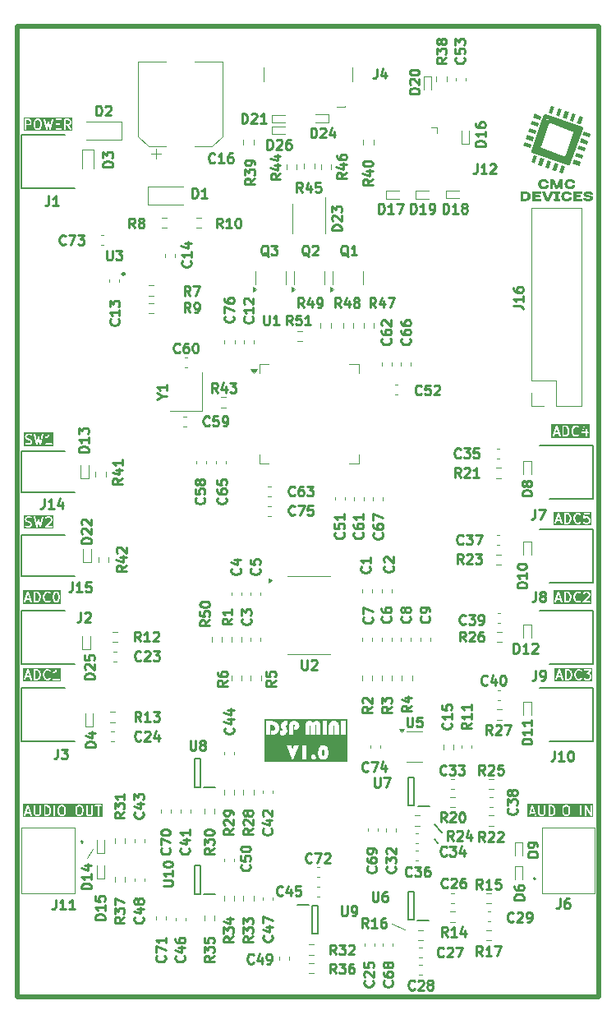
<source format=gbr>
%TF.GenerationSoftware,KiCad,Pcbnew,8.0.5*%
%TF.CreationDate,2024-10-21T17:45:40+01:00*%
%TF.ProjectId,Basic_DSP_V0_1,42617369-635f-4445-9350-5f56305f312e,rev?*%
%TF.SameCoordinates,Original*%
%TF.FileFunction,Legend,Top*%
%TF.FilePolarity,Positive*%
%FSLAX46Y46*%
G04 Gerber Fmt 4.6, Leading zero omitted, Abs format (unit mm)*
G04 Created by KiCad (PCBNEW 8.0.5) date 2024-10-21 17:45:40*
%MOMM*%
%LPD*%
G01*
G04 APERTURE LIST*
%ADD10C,0.000000*%
%ADD11C,0.100000*%
%ADD12C,0.160000*%
%ADD13C,0.300000*%
%ADD14C,0.250000*%
%ADD15C,0.120000*%
%ADD16C,0.200000*%
%TA.AperFunction,Profile*%
%ADD17C,0.500000*%
%TD*%
G04 APERTURE END LIST*
D10*
G36*
X131733438Y-313436289D02*
G01*
X131474422Y-314163516D01*
X131110809Y-314034009D01*
X131369824Y-313306781D01*
X131733438Y-313436289D01*
G37*
G36*
X127414387Y-321105662D02*
G01*
X127416915Y-321105843D01*
X127419399Y-321106141D01*
X127421836Y-321106555D01*
X127424223Y-321107081D01*
X127426558Y-321107716D01*
X127428838Y-321108459D01*
X127431061Y-321109306D01*
X127433224Y-321110255D01*
X127435324Y-321111303D01*
X127437359Y-321112448D01*
X127439327Y-321113687D01*
X127441223Y-321115017D01*
X127443047Y-321116436D01*
X127444795Y-321117942D01*
X127446465Y-321119530D01*
X127448054Y-321121200D01*
X127449559Y-321122948D01*
X127450978Y-321124771D01*
X127452308Y-321126668D01*
X127453547Y-321128635D01*
X127454692Y-321130670D01*
X127455740Y-321132771D01*
X127456689Y-321134933D01*
X127457536Y-321137156D01*
X127458279Y-321139437D01*
X127458915Y-321141772D01*
X127459441Y-321144159D01*
X127459854Y-321146595D01*
X127460153Y-321149079D01*
X127460334Y-321151607D01*
X127460395Y-321154177D01*
X127460395Y-321292766D01*
X127460334Y-321295378D01*
X127460153Y-321297942D01*
X127459854Y-321300457D01*
X127459441Y-321302921D01*
X127458915Y-321305330D01*
X127458279Y-321307683D01*
X127457536Y-321309977D01*
X127456689Y-321312210D01*
X127455740Y-321314380D01*
X127454692Y-321316483D01*
X127453547Y-321318519D01*
X127452308Y-321320484D01*
X127450978Y-321322376D01*
X127449559Y-321324193D01*
X127448054Y-321325932D01*
X127446465Y-321327591D01*
X127444795Y-321329168D01*
X127443047Y-321330660D01*
X127441223Y-321332065D01*
X127439327Y-321333381D01*
X127437359Y-321334605D01*
X127435324Y-321335735D01*
X127433224Y-321336769D01*
X127431061Y-321337704D01*
X127428838Y-321338537D01*
X127426558Y-321339267D01*
X127424223Y-321339892D01*
X127421836Y-321340408D01*
X127419399Y-321340813D01*
X127416915Y-321341106D01*
X127414387Y-321341283D01*
X127411818Y-321341343D01*
X126822696Y-321341343D01*
X126822696Y-321466120D01*
X127259417Y-321466120D01*
X127261987Y-321466181D01*
X127264515Y-321466362D01*
X127266999Y-321466660D01*
X127269436Y-321467074D01*
X127271823Y-321467600D01*
X127274158Y-321468236D01*
X127276438Y-321468978D01*
X127278661Y-321469826D01*
X127280824Y-321470775D01*
X127282924Y-321471823D01*
X127284960Y-321472968D01*
X127286927Y-321474207D01*
X127288824Y-321475537D01*
X127290647Y-321476956D01*
X127292395Y-321478461D01*
X127294065Y-321480050D01*
X127295654Y-321481720D01*
X127297159Y-321483468D01*
X127298578Y-321485292D01*
X127299908Y-321487189D01*
X127301147Y-321489156D01*
X127302292Y-321491191D01*
X127303341Y-321493291D01*
X127304290Y-321495454D01*
X127305137Y-321497677D01*
X127305880Y-321499958D01*
X127306515Y-321502293D01*
X127307041Y-321504680D01*
X127307455Y-321507117D01*
X127307753Y-321509601D01*
X127307935Y-321512129D01*
X127307995Y-321514699D01*
X127307995Y-321653287D01*
X127307935Y-321655857D01*
X127307753Y-321658385D01*
X127307455Y-321660868D01*
X127307041Y-321663305D01*
X127306515Y-321665692D01*
X127305880Y-321668027D01*
X127305137Y-321670307D01*
X127304290Y-321672530D01*
X127303341Y-321674693D01*
X127302292Y-321676794D01*
X127301147Y-321678829D01*
X127299908Y-321680796D01*
X127298578Y-321682693D01*
X127297159Y-321684516D01*
X127295654Y-321686264D01*
X127294065Y-321687934D01*
X127292395Y-321689523D01*
X127290647Y-321691028D01*
X127288824Y-321692447D01*
X127286927Y-321693777D01*
X127284960Y-321695016D01*
X127282924Y-321696161D01*
X127280824Y-321697210D01*
X127278661Y-321698159D01*
X127276438Y-321699006D01*
X127274158Y-321699748D01*
X127271823Y-321700384D01*
X127269436Y-321700910D01*
X127266999Y-321701324D01*
X127264515Y-321701622D01*
X127261987Y-321701803D01*
X127259417Y-321701864D01*
X126822696Y-321701864D01*
X126822696Y-321840454D01*
X127411818Y-321840454D01*
X127414387Y-321840514D01*
X127416915Y-321840691D01*
X127419399Y-321840983D01*
X127421836Y-321841389D01*
X127424223Y-321841905D01*
X127426558Y-321842529D01*
X127428838Y-321843259D01*
X127431061Y-321844093D01*
X127433224Y-321845027D01*
X127435324Y-321846061D01*
X127437359Y-321847191D01*
X127439327Y-321848415D01*
X127441223Y-321849731D01*
X127443047Y-321851136D01*
X127444795Y-321852628D01*
X127446465Y-321854205D01*
X127448054Y-321855864D01*
X127449559Y-321857603D01*
X127450978Y-321859420D01*
X127452308Y-321861312D01*
X127453547Y-321863277D01*
X127454692Y-321865313D01*
X127455740Y-321867416D01*
X127456689Y-321869586D01*
X127457536Y-321871819D01*
X127458279Y-321874113D01*
X127458915Y-321876466D01*
X127459441Y-321878875D01*
X127459854Y-321881339D01*
X127460153Y-321883854D01*
X127460334Y-321886419D01*
X127460395Y-321889030D01*
X127460395Y-322027620D01*
X127460334Y-322030188D01*
X127460153Y-322032712D01*
X127459854Y-322035189D01*
X127459441Y-322037617D01*
X127458915Y-322039994D01*
X127458279Y-322042316D01*
X127457536Y-322044582D01*
X127456689Y-322046789D01*
X127455740Y-322048934D01*
X127454692Y-322051016D01*
X127453547Y-322053031D01*
X127452308Y-322054978D01*
X127450978Y-322056854D01*
X127449559Y-322058656D01*
X127448054Y-322060381D01*
X127446465Y-322062029D01*
X127444795Y-322063595D01*
X127443047Y-322065078D01*
X127441223Y-322066476D01*
X127439327Y-322067785D01*
X127437359Y-322069003D01*
X127435324Y-322070128D01*
X127433224Y-322071158D01*
X127431061Y-322072090D01*
X127428838Y-322072921D01*
X127426558Y-322073649D01*
X127424223Y-322074272D01*
X127421836Y-322074787D01*
X127419399Y-322075192D01*
X127416915Y-322075484D01*
X127414387Y-322075661D01*
X127411818Y-322075721D01*
X126566474Y-322075721D01*
X126563862Y-322075661D01*
X126561298Y-322075484D01*
X126558783Y-322075192D01*
X126556319Y-322074787D01*
X126553910Y-322074272D01*
X126551557Y-322073649D01*
X126549263Y-322072921D01*
X126547029Y-322072090D01*
X126544860Y-322071158D01*
X126542756Y-322070128D01*
X126540721Y-322069003D01*
X126538756Y-322067785D01*
X126536863Y-322066476D01*
X126535047Y-322065078D01*
X126533307Y-322063595D01*
X126531648Y-322062029D01*
X126530071Y-322060381D01*
X126528579Y-322058656D01*
X126527174Y-322056854D01*
X126525858Y-322054978D01*
X126524634Y-322053031D01*
X126523504Y-322051016D01*
X126522470Y-322048934D01*
X126521535Y-322046789D01*
X126520702Y-322044582D01*
X126519972Y-322042316D01*
X126519347Y-322039994D01*
X126518831Y-322037617D01*
X126518426Y-322035189D01*
X126518133Y-322032712D01*
X126517956Y-322030188D01*
X126517897Y-322027620D01*
X126517897Y-321154177D01*
X126517956Y-321151607D01*
X126518133Y-321149079D01*
X126518426Y-321146595D01*
X126518831Y-321144159D01*
X126519347Y-321141772D01*
X126519972Y-321139437D01*
X126520702Y-321137156D01*
X126521535Y-321134933D01*
X126522470Y-321132771D01*
X126523504Y-321130670D01*
X126524634Y-321128635D01*
X126525858Y-321126668D01*
X126527174Y-321124771D01*
X126528579Y-321122948D01*
X126530071Y-321121200D01*
X126531648Y-321119530D01*
X126533307Y-321117942D01*
X126535047Y-321116436D01*
X126536863Y-321115017D01*
X126538756Y-321113687D01*
X126540721Y-321112448D01*
X126542756Y-321111303D01*
X126544860Y-321110255D01*
X126547029Y-321109306D01*
X126549263Y-321108459D01*
X126551557Y-321107716D01*
X126553910Y-321107081D01*
X126556319Y-321106555D01*
X126558783Y-321106141D01*
X126561298Y-321105843D01*
X126563862Y-321105662D01*
X126566474Y-321105601D01*
X127411818Y-321105601D01*
X127414387Y-321105662D01*
G37*
G36*
X130278981Y-312918258D02*
G01*
X130019966Y-313645486D01*
X129656352Y-313515978D01*
X129915368Y-312788750D01*
X130278981Y-312918258D01*
G37*
G36*
X131628722Y-321105662D02*
G01*
X131631250Y-321105843D01*
X131633734Y-321106141D01*
X131636171Y-321106555D01*
X131638558Y-321107081D01*
X131640893Y-321107716D01*
X131643174Y-321108459D01*
X131645397Y-321109306D01*
X131647560Y-321110255D01*
X131649660Y-321111303D01*
X131651695Y-321112448D01*
X131653662Y-321113687D01*
X131655559Y-321115017D01*
X131657383Y-321116436D01*
X131659131Y-321117942D01*
X131660801Y-321119530D01*
X131662390Y-321121200D01*
X131663895Y-321122948D01*
X131665314Y-321124771D01*
X131666644Y-321126668D01*
X131667883Y-321128635D01*
X131669028Y-321130670D01*
X131670076Y-321132771D01*
X131671025Y-321134933D01*
X131671873Y-321137156D01*
X131672615Y-321139437D01*
X131673251Y-321141772D01*
X131673777Y-321144159D01*
X131674191Y-321146595D01*
X131674489Y-321149079D01*
X131674670Y-321151607D01*
X131674731Y-321154177D01*
X131674731Y-321292766D01*
X131674670Y-321295378D01*
X131674489Y-321297942D01*
X131674191Y-321300457D01*
X131673777Y-321302921D01*
X131673251Y-321305330D01*
X131672615Y-321307683D01*
X131671873Y-321309977D01*
X131671025Y-321312210D01*
X131670076Y-321314380D01*
X131669028Y-321316483D01*
X131667883Y-321318519D01*
X131666644Y-321320484D01*
X131665314Y-321322376D01*
X131663895Y-321324193D01*
X131662390Y-321325932D01*
X131660801Y-321327591D01*
X131659131Y-321329168D01*
X131657383Y-321330660D01*
X131655559Y-321332065D01*
X131653662Y-321333381D01*
X131651695Y-321334605D01*
X131649660Y-321335735D01*
X131647560Y-321336769D01*
X131645397Y-321337704D01*
X131643174Y-321338537D01*
X131640893Y-321339267D01*
X131638558Y-321339892D01*
X131636171Y-321340408D01*
X131633734Y-321340813D01*
X131631250Y-321341106D01*
X131628722Y-321341283D01*
X131626153Y-321341343D01*
X131037031Y-321341343D01*
X131037031Y-321466120D01*
X131473754Y-321466120D01*
X131476324Y-321466181D01*
X131478852Y-321466362D01*
X131481335Y-321466660D01*
X131483772Y-321467074D01*
X131486159Y-321467600D01*
X131488494Y-321468236D01*
X131490774Y-321468978D01*
X131492997Y-321469826D01*
X131495160Y-321470775D01*
X131497260Y-321471823D01*
X131499295Y-321472968D01*
X131501262Y-321474207D01*
X131503159Y-321475537D01*
X131504983Y-321476956D01*
X131506731Y-321478461D01*
X131508400Y-321480050D01*
X131509989Y-321481720D01*
X131511494Y-321483468D01*
X131512913Y-321485292D01*
X131514243Y-321487189D01*
X131515482Y-321489156D01*
X131516627Y-321491191D01*
X131517676Y-321493291D01*
X131518625Y-321495454D01*
X131519472Y-321497677D01*
X131520214Y-321499958D01*
X131520850Y-321502293D01*
X131521376Y-321504680D01*
X131521790Y-321507117D01*
X131522088Y-321509601D01*
X131522269Y-321512129D01*
X131522330Y-321514699D01*
X131522330Y-321653287D01*
X131522269Y-321655857D01*
X131522088Y-321658385D01*
X131521790Y-321660868D01*
X131521376Y-321663305D01*
X131520850Y-321665692D01*
X131520214Y-321668027D01*
X131519472Y-321670307D01*
X131518625Y-321672530D01*
X131517676Y-321674693D01*
X131516627Y-321676794D01*
X131515482Y-321678829D01*
X131514243Y-321680796D01*
X131512913Y-321682693D01*
X131511494Y-321684516D01*
X131509989Y-321686264D01*
X131508400Y-321687934D01*
X131506731Y-321689523D01*
X131504983Y-321691028D01*
X131503159Y-321692447D01*
X131501262Y-321693777D01*
X131499295Y-321695016D01*
X131497260Y-321696161D01*
X131495160Y-321697210D01*
X131492997Y-321698159D01*
X131490774Y-321699006D01*
X131488494Y-321699748D01*
X131486159Y-321700384D01*
X131483772Y-321700910D01*
X131481335Y-321701324D01*
X131478852Y-321701622D01*
X131476324Y-321701803D01*
X131473754Y-321701864D01*
X131037031Y-321701864D01*
X131037031Y-321840454D01*
X131626153Y-321840454D01*
X131628722Y-321840514D01*
X131631250Y-321840691D01*
X131633734Y-321840983D01*
X131636171Y-321841389D01*
X131638558Y-321841905D01*
X131640893Y-321842529D01*
X131643174Y-321843259D01*
X131645397Y-321844093D01*
X131647560Y-321845027D01*
X131649660Y-321846061D01*
X131651695Y-321847191D01*
X131653662Y-321848415D01*
X131655559Y-321849731D01*
X131657383Y-321851136D01*
X131659131Y-321852628D01*
X131660801Y-321854205D01*
X131662390Y-321855864D01*
X131663895Y-321857603D01*
X131665314Y-321859420D01*
X131666644Y-321861312D01*
X131667883Y-321863277D01*
X131669028Y-321865313D01*
X131670076Y-321867416D01*
X131671025Y-321869586D01*
X131671873Y-321871819D01*
X131672615Y-321874113D01*
X131673251Y-321876466D01*
X131673777Y-321878875D01*
X131674191Y-321881339D01*
X131674489Y-321883854D01*
X131674670Y-321886419D01*
X131674731Y-321889030D01*
X131674731Y-322027620D01*
X131674670Y-322030188D01*
X131674489Y-322032712D01*
X131674191Y-322035189D01*
X131673777Y-322037617D01*
X131673251Y-322039994D01*
X131672615Y-322042316D01*
X131671873Y-322044582D01*
X131671025Y-322046789D01*
X131670076Y-322048934D01*
X131669028Y-322051016D01*
X131667883Y-322053031D01*
X131666644Y-322054978D01*
X131665314Y-322056854D01*
X131663895Y-322058656D01*
X131662390Y-322060381D01*
X131660801Y-322062029D01*
X131659131Y-322063595D01*
X131657383Y-322065078D01*
X131655559Y-322066476D01*
X131653662Y-322067785D01*
X131651695Y-322069003D01*
X131649660Y-322070128D01*
X131647560Y-322071158D01*
X131645397Y-322072090D01*
X131643174Y-322072921D01*
X131640893Y-322073649D01*
X131638558Y-322074272D01*
X131636171Y-322074787D01*
X131633734Y-322075192D01*
X131631250Y-322075484D01*
X131628722Y-322075661D01*
X131626153Y-322075721D01*
X130780810Y-322075721D01*
X130778240Y-322075661D01*
X130775712Y-322075484D01*
X130773228Y-322075192D01*
X130770792Y-322074787D01*
X130768404Y-322074272D01*
X130766069Y-322073649D01*
X130763789Y-322072921D01*
X130761566Y-322072090D01*
X130759403Y-322071158D01*
X130757303Y-322070128D01*
X130755268Y-322069003D01*
X130753301Y-322067785D01*
X130751404Y-322066476D01*
X130749580Y-322065078D01*
X130747832Y-322063595D01*
X130746162Y-322062029D01*
X130744574Y-322060381D01*
X130743068Y-322058656D01*
X130741649Y-322056854D01*
X130740319Y-322054978D01*
X130739080Y-322053031D01*
X130737935Y-322051016D01*
X130736887Y-322048934D01*
X130735938Y-322046789D01*
X130735091Y-322044582D01*
X130734348Y-322042316D01*
X130733712Y-322039994D01*
X130733186Y-322037617D01*
X130732773Y-322035189D01*
X130732474Y-322032712D01*
X130732293Y-322030188D01*
X130732232Y-322027620D01*
X130732232Y-321154177D01*
X130732293Y-321151607D01*
X130732474Y-321149079D01*
X130732773Y-321146595D01*
X130733186Y-321144159D01*
X130733712Y-321141772D01*
X130734348Y-321139437D01*
X130735091Y-321137156D01*
X130735938Y-321134933D01*
X130736887Y-321132771D01*
X130737935Y-321130670D01*
X130739080Y-321128635D01*
X130740319Y-321126668D01*
X130741649Y-321124771D01*
X130743068Y-321122948D01*
X130744574Y-321121200D01*
X130746162Y-321119530D01*
X130747832Y-321117942D01*
X130749580Y-321116436D01*
X130751404Y-321115017D01*
X130753301Y-321113687D01*
X130755268Y-321112448D01*
X130757303Y-321111303D01*
X130759403Y-321110255D01*
X130761566Y-321109306D01*
X130763789Y-321108459D01*
X130766069Y-321107716D01*
X130768404Y-321107081D01*
X130770792Y-321106555D01*
X130773228Y-321106141D01*
X130775712Y-321105843D01*
X130778240Y-321105662D01*
X130780810Y-321105601D01*
X131626153Y-321105601D01*
X131628722Y-321105662D01*
G37*
G36*
X127203200Y-314076334D02*
G01*
X127073692Y-314439947D01*
X126346464Y-314180932D01*
X126475973Y-313817318D01*
X127203200Y-314076334D01*
G37*
G36*
X131516747Y-318071125D02*
G01*
X131387238Y-318434738D01*
X130660011Y-318175723D01*
X130789519Y-317812110D01*
X131516747Y-318071125D01*
G37*
G36*
X127011419Y-317490821D02*
G01*
X126752403Y-318218049D01*
X126388790Y-318088541D01*
X126647805Y-317361313D01*
X127011419Y-317490821D01*
G37*
G36*
X126944185Y-314803561D02*
G01*
X126814676Y-315167175D01*
X126087449Y-314908159D01*
X126216957Y-314544546D01*
X126944185Y-314803561D01*
G37*
G36*
X129193101Y-318267866D02*
G01*
X128934086Y-318995094D01*
X128570473Y-318865586D01*
X128829488Y-318138358D01*
X129193101Y-318267866D01*
G37*
G36*
X128465873Y-318008850D02*
G01*
X128206858Y-318736078D01*
X127843245Y-318606569D01*
X128102260Y-317879342D01*
X128465873Y-318008850D01*
G37*
G36*
X125818041Y-321106167D02*
G01*
X125851509Y-321107854D01*
X125883920Y-321110644D01*
X125915270Y-321114518D01*
X125945557Y-321119460D01*
X125974779Y-321125451D01*
X126002933Y-321132473D01*
X126030016Y-321140508D01*
X126056025Y-321149539D01*
X126080957Y-321159548D01*
X126104811Y-321170516D01*
X126127583Y-321182426D01*
X126149270Y-321195260D01*
X126169870Y-321209001D01*
X126189380Y-321223629D01*
X126207798Y-321239128D01*
X126225121Y-321255480D01*
X126241345Y-321272666D01*
X126256469Y-321290669D01*
X126270489Y-321309471D01*
X126283403Y-321329053D01*
X126295209Y-321349399D01*
X126305903Y-321370490D01*
X126315483Y-321392309D01*
X126323946Y-321414837D01*
X126331289Y-321438056D01*
X126337510Y-321461950D01*
X126342606Y-321486499D01*
X126346574Y-321511686D01*
X126349412Y-321537494D01*
X126351116Y-321563903D01*
X126351685Y-321590897D01*
X126351116Y-321617890D01*
X126349412Y-321644295D01*
X126346574Y-321670096D01*
X126342606Y-321695275D01*
X126337510Y-321719814D01*
X126331289Y-321743694D01*
X126323946Y-321766900D01*
X126315483Y-321789412D01*
X126305903Y-321811213D01*
X126295209Y-321832286D01*
X126283403Y-321852612D01*
X126270489Y-321872174D01*
X126256469Y-321890955D01*
X126241345Y-321908936D01*
X126225121Y-321926101D01*
X126207798Y-321942430D01*
X126189380Y-321957907D01*
X126169870Y-321972513D01*
X126149270Y-321986232D01*
X126127583Y-321999045D01*
X126104811Y-322010935D01*
X126080957Y-322021884D01*
X126056025Y-322031874D01*
X126030016Y-322040888D01*
X126002933Y-322048907D01*
X125974779Y-322055915D01*
X125945557Y-322061893D01*
X125915270Y-322066824D01*
X125883920Y-322070690D01*
X125851509Y-322073473D01*
X125818041Y-322075156D01*
X125783519Y-322075721D01*
X125346797Y-322075721D01*
X125344228Y-322075661D01*
X125341700Y-322075484D01*
X125339216Y-322075192D01*
X125336779Y-322074787D01*
X125334392Y-322074272D01*
X125332057Y-322073649D01*
X125329777Y-322072921D01*
X125327554Y-322072090D01*
X125325391Y-322071158D01*
X125323291Y-322070128D01*
X125321255Y-322069003D01*
X125319288Y-322067785D01*
X125317391Y-322066476D01*
X125315568Y-322065078D01*
X125313820Y-322063595D01*
X125312150Y-322062029D01*
X125310561Y-322060381D01*
X125309056Y-322058656D01*
X125307637Y-322056854D01*
X125306307Y-322054978D01*
X125305068Y-322053031D01*
X125303923Y-322051016D01*
X125302875Y-322048934D01*
X125301926Y-322046789D01*
X125301078Y-322044582D01*
X125300336Y-322042316D01*
X125299700Y-322039994D01*
X125299174Y-322037617D01*
X125298761Y-322035189D01*
X125298462Y-322032712D01*
X125298281Y-322030188D01*
X125298220Y-322027620D01*
X125298220Y-321854264D01*
X125298220Y-321327531D01*
X125603020Y-321327531D01*
X125603020Y-321854264D01*
X125783519Y-321854264D01*
X125798228Y-321854000D01*
X125812530Y-321853211D01*
X125826418Y-321851896D01*
X125839891Y-321850058D01*
X125852944Y-321847697D01*
X125865573Y-321844815D01*
X125877774Y-321841412D01*
X125889544Y-321837491D01*
X125900878Y-321833052D01*
X125911774Y-321828097D01*
X125922226Y-321822627D01*
X125932232Y-321816642D01*
X125941786Y-321810145D01*
X125950887Y-321803136D01*
X125959529Y-321795617D01*
X125967709Y-321787589D01*
X125975422Y-321779053D01*
X125982666Y-321770010D01*
X125989437Y-321760462D01*
X125995729Y-321750410D01*
X126001541Y-321739854D01*
X126006867Y-321728797D01*
X126011704Y-321717240D01*
X126016048Y-321705183D01*
X126019896Y-321692628D01*
X126023243Y-321679575D01*
X126026085Y-321666028D01*
X126028420Y-321651986D01*
X126030242Y-321637450D01*
X126031548Y-321622423D01*
X126032335Y-321606905D01*
X126032598Y-321590897D01*
X126032335Y-321574889D01*
X126031548Y-321559372D01*
X126030242Y-321544344D01*
X126028420Y-321529809D01*
X126026085Y-321515767D01*
X126023243Y-321502220D01*
X126019896Y-321489168D01*
X126016048Y-321476613D01*
X126011704Y-321464556D01*
X126006867Y-321452998D01*
X126001541Y-321441941D01*
X125995729Y-321431386D01*
X125989437Y-321421333D01*
X125982666Y-321411785D01*
X125975422Y-321402743D01*
X125967709Y-321394207D01*
X125959529Y-321386179D01*
X125950887Y-321378659D01*
X125941786Y-321371651D01*
X125932232Y-321365153D01*
X125922226Y-321359169D01*
X125911774Y-321353699D01*
X125900878Y-321348743D01*
X125889544Y-321344304D01*
X125877774Y-321340383D01*
X125865573Y-321336981D01*
X125852944Y-321334099D01*
X125839891Y-321331738D01*
X125826418Y-321329899D01*
X125812530Y-321328585D01*
X125798228Y-321327795D01*
X125783519Y-321327531D01*
X125603020Y-321327531D01*
X125298220Y-321327531D01*
X125298220Y-321154177D01*
X125298281Y-321151607D01*
X125298462Y-321149079D01*
X125298761Y-321146595D01*
X125299174Y-321144159D01*
X125299700Y-321141772D01*
X125300336Y-321139437D01*
X125301078Y-321137156D01*
X125301926Y-321134933D01*
X125302875Y-321132771D01*
X125303923Y-321130670D01*
X125305068Y-321128635D01*
X125306307Y-321126668D01*
X125307637Y-321124771D01*
X125309056Y-321122948D01*
X125310561Y-321121200D01*
X125312150Y-321119530D01*
X125313820Y-321117942D01*
X125315568Y-321116436D01*
X125317391Y-321115017D01*
X125319288Y-321113687D01*
X125321255Y-321112448D01*
X125323291Y-321111303D01*
X125325391Y-321110255D01*
X125327554Y-321109306D01*
X125329777Y-321108459D01*
X125332057Y-321107716D01*
X125334392Y-321107081D01*
X125336779Y-321106555D01*
X125339216Y-321106141D01*
X125341700Y-321105843D01*
X125344228Y-321105662D01*
X125346797Y-321105601D01*
X125783519Y-321105601D01*
X125818041Y-321106167D01*
G37*
G36*
X129342246Y-321105662D02*
G01*
X129344770Y-321105843D01*
X129347247Y-321106141D01*
X129349675Y-321106555D01*
X129352052Y-321107081D01*
X129354374Y-321107716D01*
X129356640Y-321108459D01*
X129358847Y-321109306D01*
X129360992Y-321110255D01*
X129363074Y-321111303D01*
X129365089Y-321112448D01*
X129367036Y-321113687D01*
X129368911Y-321115017D01*
X129370713Y-321116436D01*
X129372439Y-321117942D01*
X129374086Y-321119530D01*
X129375652Y-321121200D01*
X129377135Y-321122948D01*
X129378533Y-321124771D01*
X129379842Y-321126668D01*
X129381060Y-321128635D01*
X129382185Y-321130670D01*
X129383215Y-321132771D01*
X129384146Y-321134933D01*
X129384977Y-321137156D01*
X129385706Y-321139437D01*
X129386328Y-321141772D01*
X129386844Y-321144159D01*
X129387248Y-321146595D01*
X129387541Y-321149079D01*
X129387718Y-321151607D01*
X129387777Y-321154177D01*
X129387777Y-321292766D01*
X129387718Y-321295378D01*
X129387541Y-321297942D01*
X129387248Y-321300457D01*
X129386844Y-321302921D01*
X129386328Y-321305330D01*
X129385706Y-321307683D01*
X129384977Y-321309977D01*
X129384146Y-321312210D01*
X129383215Y-321314380D01*
X129382185Y-321316483D01*
X129381060Y-321318519D01*
X129379842Y-321320484D01*
X129378533Y-321322376D01*
X129377135Y-321324193D01*
X129375652Y-321325932D01*
X129374086Y-321327591D01*
X129372439Y-321329168D01*
X129370713Y-321330660D01*
X129368911Y-321332065D01*
X129367036Y-321333381D01*
X129365089Y-321334605D01*
X129363074Y-321335735D01*
X129360992Y-321336769D01*
X129358847Y-321337704D01*
X129356640Y-321338537D01*
X129354374Y-321339267D01*
X129352052Y-321339892D01*
X129349675Y-321340408D01*
X129347247Y-321340813D01*
X129344770Y-321341106D01*
X129342246Y-321341283D01*
X129339678Y-321341343D01*
X129207757Y-321341343D01*
X129207757Y-321840454D01*
X129339678Y-321840454D01*
X129342246Y-321840514D01*
X129344770Y-321840691D01*
X129347247Y-321840983D01*
X129349675Y-321841389D01*
X129352052Y-321841905D01*
X129354374Y-321842529D01*
X129356640Y-321843259D01*
X129358847Y-321844093D01*
X129360992Y-321845027D01*
X129363074Y-321846061D01*
X129365089Y-321847191D01*
X129367036Y-321848415D01*
X129368911Y-321849731D01*
X129370713Y-321851136D01*
X129372439Y-321852628D01*
X129374086Y-321854205D01*
X129375652Y-321855864D01*
X129377135Y-321857603D01*
X129378533Y-321859420D01*
X129379842Y-321861312D01*
X129381060Y-321863277D01*
X129382185Y-321865313D01*
X129383215Y-321867416D01*
X129384146Y-321869586D01*
X129384977Y-321871819D01*
X129385706Y-321874113D01*
X129386328Y-321876466D01*
X129386844Y-321878875D01*
X129387248Y-321881339D01*
X129387541Y-321883854D01*
X129387718Y-321886419D01*
X129387777Y-321889030D01*
X129387777Y-322027620D01*
X129387718Y-322030188D01*
X129387541Y-322032712D01*
X129387248Y-322035189D01*
X129386844Y-322037617D01*
X129386328Y-322039994D01*
X129385706Y-322042316D01*
X129384977Y-322044582D01*
X129384146Y-322046789D01*
X129383215Y-322048934D01*
X129382185Y-322051016D01*
X129381060Y-322053031D01*
X129379842Y-322054978D01*
X129378533Y-322056854D01*
X129377135Y-322058656D01*
X129375652Y-322060381D01*
X129374086Y-322062029D01*
X129372439Y-322063595D01*
X129370713Y-322065078D01*
X129368911Y-322066476D01*
X129367036Y-322067785D01*
X129365089Y-322069003D01*
X129363074Y-322070128D01*
X129360992Y-322071158D01*
X129358847Y-322072090D01*
X129356640Y-322072921D01*
X129354374Y-322073649D01*
X129352052Y-322074272D01*
X129349675Y-322074787D01*
X129347247Y-322075192D01*
X129344770Y-322075484D01*
X129342246Y-322075661D01*
X129339678Y-322075721D01*
X128771035Y-322075721D01*
X128768467Y-322075661D01*
X128765943Y-322075484D01*
X128763466Y-322075192D01*
X128761038Y-322074787D01*
X128758661Y-322074272D01*
X128756339Y-322073649D01*
X128754073Y-322072921D01*
X128751866Y-322072090D01*
X128749720Y-322071158D01*
X128747639Y-322070128D01*
X128745623Y-322069003D01*
X128743677Y-322067785D01*
X128741801Y-322066476D01*
X128739999Y-322065078D01*
X128738273Y-322063595D01*
X128736626Y-322062029D01*
X128735059Y-322060381D01*
X128733576Y-322058656D01*
X128732179Y-322056854D01*
X128730870Y-322054978D01*
X128729651Y-322053031D01*
X128728526Y-322051016D01*
X128727496Y-322048934D01*
X128726564Y-322046789D01*
X128725733Y-322044582D01*
X128725005Y-322042316D01*
X128724382Y-322039994D01*
X128723867Y-322037617D01*
X128723462Y-322035189D01*
X128723170Y-322032712D01*
X128722993Y-322030188D01*
X128722933Y-322027620D01*
X128722933Y-321889030D01*
X128722993Y-321886419D01*
X128723170Y-321883854D01*
X128723462Y-321881339D01*
X128723867Y-321878875D01*
X128724382Y-321876466D01*
X128725005Y-321874113D01*
X128725733Y-321871819D01*
X128726564Y-321869586D01*
X128727496Y-321867416D01*
X128728526Y-321865313D01*
X128729651Y-321863277D01*
X128730870Y-321861312D01*
X128732179Y-321859420D01*
X128733576Y-321857603D01*
X128735059Y-321855864D01*
X128736626Y-321854205D01*
X128738273Y-321852628D01*
X128739999Y-321851136D01*
X128741801Y-321849731D01*
X128743677Y-321848415D01*
X128745623Y-321847191D01*
X128747639Y-321846061D01*
X128749720Y-321845027D01*
X128751866Y-321844093D01*
X128754073Y-321843259D01*
X128756339Y-321842529D01*
X128758661Y-321841905D01*
X128761038Y-321841389D01*
X128763466Y-321840983D01*
X128765943Y-321840691D01*
X128768467Y-321840514D01*
X128771035Y-321840454D01*
X128902956Y-321840454D01*
X128902956Y-321341343D01*
X128771035Y-321341343D01*
X128768467Y-321341283D01*
X128765943Y-321341106D01*
X128763466Y-321340813D01*
X128761038Y-321340408D01*
X128758661Y-321339892D01*
X128756339Y-321339267D01*
X128754073Y-321338537D01*
X128751866Y-321337704D01*
X128749720Y-321336769D01*
X128747639Y-321335735D01*
X128745623Y-321334605D01*
X128743677Y-321333381D01*
X128741801Y-321332065D01*
X128739999Y-321330660D01*
X128738273Y-321329168D01*
X128736626Y-321327591D01*
X128735059Y-321325932D01*
X128733576Y-321324193D01*
X128732179Y-321322376D01*
X128730870Y-321320484D01*
X128729651Y-321318519D01*
X128728526Y-321316483D01*
X128727496Y-321314380D01*
X128726564Y-321312210D01*
X128725733Y-321309977D01*
X128725005Y-321307683D01*
X128724382Y-321305330D01*
X128723867Y-321302921D01*
X128723462Y-321300457D01*
X128723170Y-321297942D01*
X128722993Y-321295378D01*
X128722933Y-321292766D01*
X128722933Y-321154177D01*
X128722993Y-321151607D01*
X128723170Y-321149079D01*
X128723462Y-321146595D01*
X128723867Y-321144159D01*
X128724382Y-321141772D01*
X128725005Y-321139437D01*
X128725733Y-321137156D01*
X128726564Y-321134933D01*
X128727496Y-321132771D01*
X128728526Y-321130670D01*
X128729651Y-321128635D01*
X128730870Y-321126668D01*
X128732179Y-321124771D01*
X128733576Y-321122948D01*
X128735059Y-321121200D01*
X128736626Y-321119530D01*
X128738273Y-321117942D01*
X128739999Y-321116436D01*
X128741801Y-321115017D01*
X128743677Y-321113687D01*
X128745623Y-321112448D01*
X128747639Y-321111303D01*
X128749720Y-321110255D01*
X128751866Y-321109306D01*
X128754073Y-321108459D01*
X128756339Y-321107716D01*
X128758661Y-321107081D01*
X128761038Y-321106555D01*
X128763466Y-321106141D01*
X128765943Y-321105843D01*
X128768467Y-321105662D01*
X128771035Y-321105601D01*
X129339678Y-321105601D01*
X129342246Y-321105662D01*
G37*
G36*
X129920329Y-318526883D02*
G01*
X129661314Y-319254110D01*
X129297699Y-319124602D01*
X129556716Y-318397375D01*
X129920329Y-318526883D01*
G37*
G36*
X128687723Y-319853142D02*
G01*
X128691477Y-319853377D01*
X128695143Y-319853762D01*
X128698720Y-319854290D01*
X128702208Y-319854954D01*
X128705606Y-319855749D01*
X128708913Y-319856668D01*
X128712129Y-319857705D01*
X128715253Y-319858854D01*
X128718284Y-319860108D01*
X128721222Y-319861461D01*
X128724065Y-319862907D01*
X128726814Y-319864439D01*
X128729467Y-319866052D01*
X128732023Y-319867739D01*
X128734483Y-319869493D01*
X128736845Y-319871308D01*
X128739109Y-319873179D01*
X128741273Y-319875099D01*
X128743338Y-319877061D01*
X128747166Y-319881088D01*
X128750586Y-319885209D01*
X128753593Y-319889375D01*
X128756181Y-319893536D01*
X128758346Y-319897641D01*
X128760080Y-319901639D01*
X129002492Y-320490284D01*
X129016780Y-320490284D01*
X129259192Y-319901639D01*
X129260927Y-319897641D01*
X129263091Y-319893536D01*
X129265680Y-319889375D01*
X129268687Y-319885209D01*
X129272107Y-319881088D01*
X129275935Y-319877061D01*
X129280164Y-319873179D01*
X129284790Y-319869493D01*
X129289806Y-319866052D01*
X129295208Y-319862907D01*
X129300989Y-319860108D01*
X129307144Y-319857705D01*
X129310360Y-319856668D01*
X129313667Y-319855749D01*
X129317065Y-319854954D01*
X129320553Y-319854290D01*
X129324131Y-319853762D01*
X129327797Y-319853377D01*
X129331551Y-319853142D01*
X129335392Y-319853062D01*
X129626380Y-319853062D01*
X129628950Y-319853121D01*
X129631478Y-319853299D01*
X129633961Y-319853591D01*
X129636398Y-319853997D01*
X129638785Y-319854513D01*
X129641121Y-319855137D01*
X129643401Y-319855867D01*
X129645624Y-319856701D01*
X129647787Y-319857635D01*
X129649887Y-319858669D01*
X129651922Y-319859799D01*
X129653889Y-319861023D01*
X129655786Y-319862339D01*
X129657610Y-319863744D01*
X129659358Y-319865236D01*
X129661027Y-319866813D01*
X129662616Y-319868473D01*
X129664121Y-319870212D01*
X129665540Y-319872029D01*
X129666871Y-319873921D01*
X129668110Y-319875886D01*
X129669254Y-319877921D01*
X129670303Y-319880025D01*
X129671252Y-319882195D01*
X129672099Y-319884428D01*
X129672841Y-319886722D01*
X129673477Y-319889075D01*
X129674003Y-319891484D01*
X129674417Y-319893948D01*
X129674715Y-319896463D01*
X129674896Y-319899028D01*
X129674957Y-319901639D01*
X129674957Y-320774606D01*
X129674896Y-320777176D01*
X129674715Y-320779703D01*
X129674417Y-320782187D01*
X129674003Y-320784624D01*
X129673477Y-320787011D01*
X129672841Y-320789346D01*
X129672099Y-320791626D01*
X129671252Y-320793849D01*
X129670303Y-320796012D01*
X129669254Y-320798113D01*
X129668110Y-320800148D01*
X129666871Y-320802115D01*
X129665540Y-320804012D01*
X129664121Y-320805835D01*
X129662616Y-320807583D01*
X129661027Y-320809253D01*
X129659358Y-320810842D01*
X129657610Y-320812347D01*
X129655786Y-320813766D01*
X129653889Y-320815096D01*
X129651922Y-320816335D01*
X129649887Y-320817480D01*
X129647787Y-320818528D01*
X129645624Y-320819478D01*
X129643401Y-320820325D01*
X129641121Y-320821067D01*
X129638785Y-320821703D01*
X129636398Y-320822229D01*
X129633961Y-320822643D01*
X129631478Y-320822941D01*
X129628950Y-320823122D01*
X129626380Y-320823183D01*
X129418259Y-320823183D01*
X129415691Y-320823122D01*
X129413167Y-320822941D01*
X129410690Y-320822643D01*
X129408261Y-320822229D01*
X129405885Y-320821703D01*
X129403563Y-320821067D01*
X129401297Y-320820325D01*
X129399090Y-320819478D01*
X129396944Y-320818528D01*
X129394863Y-320817480D01*
X129392847Y-320816335D01*
X129390900Y-320815096D01*
X129389025Y-320813766D01*
X129387223Y-320812347D01*
X129385497Y-320810842D01*
X129383849Y-320809253D01*
X129382283Y-320807583D01*
X129380800Y-320805835D01*
X129379402Y-320804012D01*
X129378093Y-320802115D01*
X129376875Y-320800148D01*
X129375750Y-320798113D01*
X129374720Y-320796012D01*
X129373788Y-320793849D01*
X129372957Y-320791626D01*
X129372229Y-320789346D01*
X129371606Y-320787011D01*
X129371091Y-320784624D01*
X129370686Y-320782187D01*
X129370393Y-320779703D01*
X129370216Y-320777176D01*
X129370157Y-320774606D01*
X129370157Y-320317406D01*
X129355870Y-320317406D01*
X129170609Y-320774606D01*
X129168796Y-320778605D01*
X129166573Y-320782710D01*
X129163944Y-320786870D01*
X129160913Y-320791037D01*
X129157482Y-320795158D01*
X129153656Y-320799185D01*
X129149438Y-320803066D01*
X129144831Y-320806753D01*
X129139840Y-320810193D01*
X129134466Y-320813338D01*
X129128715Y-320816137D01*
X129122589Y-320818540D01*
X129119386Y-320819577D01*
X129116092Y-320820496D01*
X129112705Y-320821291D01*
X129109227Y-320821956D01*
X129105658Y-320822483D01*
X129101998Y-320822868D01*
X129098248Y-320823103D01*
X129094408Y-320823183D01*
X128926293Y-320823183D01*
X128922453Y-320823103D01*
X128918703Y-320822868D01*
X128915043Y-320822483D01*
X128911474Y-320821956D01*
X128907996Y-320821291D01*
X128904609Y-320820496D01*
X128901314Y-320819577D01*
X128898112Y-320818540D01*
X128895002Y-320817391D01*
X128891986Y-320816137D01*
X128889063Y-320814784D01*
X128886235Y-320813338D01*
X128883500Y-320811806D01*
X128880861Y-320810193D01*
X128878318Y-320808507D01*
X128875870Y-320806753D01*
X128873518Y-320804937D01*
X128871263Y-320803066D01*
X128869105Y-320801147D01*
X128867045Y-320799185D01*
X128863219Y-320795158D01*
X128859789Y-320791037D01*
X128856757Y-320786870D01*
X128854129Y-320782710D01*
X128851906Y-320778605D01*
X128850093Y-320774606D01*
X128663402Y-320317406D01*
X128649114Y-320317406D01*
X128649114Y-320774606D01*
X128649055Y-320777176D01*
X128648878Y-320779703D01*
X128648585Y-320782187D01*
X128648181Y-320784624D01*
X128647665Y-320787011D01*
X128647042Y-320789346D01*
X128646314Y-320791626D01*
X128645483Y-320793849D01*
X128644551Y-320796012D01*
X128643522Y-320798113D01*
X128642397Y-320800148D01*
X128641178Y-320802115D01*
X128639869Y-320804012D01*
X128638472Y-320805835D01*
X128636989Y-320807583D01*
X128635422Y-320809253D01*
X128633775Y-320810842D01*
X128632049Y-320812347D01*
X128630247Y-320813766D01*
X128628372Y-320815096D01*
X128626425Y-320816335D01*
X128624410Y-320817480D01*
X128622328Y-320818528D01*
X128620182Y-320819478D01*
X128617976Y-320820325D01*
X128615710Y-320821067D01*
X128613387Y-320821703D01*
X128611011Y-320822229D01*
X128608583Y-320822643D01*
X128606106Y-320822941D01*
X128603582Y-320823122D01*
X128601014Y-320823183D01*
X128392893Y-320823183D01*
X128390323Y-320823122D01*
X128387795Y-320822941D01*
X128385311Y-320822643D01*
X128382875Y-320822229D01*
X128380487Y-320821703D01*
X128378152Y-320821067D01*
X128375872Y-320820325D01*
X128373649Y-320819478D01*
X128371486Y-320818528D01*
X128369386Y-320817480D01*
X128367351Y-320816335D01*
X128365384Y-320815096D01*
X128363487Y-320813766D01*
X128361663Y-320812347D01*
X128359915Y-320810842D01*
X128358246Y-320809253D01*
X128356657Y-320807583D01*
X128355152Y-320805835D01*
X128353732Y-320804012D01*
X128352402Y-320802115D01*
X128351163Y-320800148D01*
X128350018Y-320798113D01*
X128348970Y-320796012D01*
X128348021Y-320793849D01*
X128347174Y-320791626D01*
X128346431Y-320789346D01*
X128345795Y-320787011D01*
X128345270Y-320784624D01*
X128344856Y-320782187D01*
X128344557Y-320779703D01*
X128344376Y-320777176D01*
X128344315Y-320774606D01*
X128344315Y-319901639D01*
X128344376Y-319899028D01*
X128344557Y-319896463D01*
X128344856Y-319893948D01*
X128345270Y-319891484D01*
X128345795Y-319889075D01*
X128346431Y-319886722D01*
X128347174Y-319884428D01*
X128348021Y-319882195D01*
X128348970Y-319880025D01*
X128350018Y-319877921D01*
X128351163Y-319875886D01*
X128352402Y-319873921D01*
X128353732Y-319872029D01*
X128355152Y-319870212D01*
X128356657Y-319868473D01*
X128358246Y-319866813D01*
X128359915Y-319865236D01*
X128361663Y-319863744D01*
X128363487Y-319862339D01*
X128365384Y-319861023D01*
X128367351Y-319859799D01*
X128369386Y-319858669D01*
X128371486Y-319857635D01*
X128373649Y-319856701D01*
X128375872Y-319855867D01*
X128378152Y-319855137D01*
X128380487Y-319854513D01*
X128382875Y-319853997D01*
X128385311Y-319853591D01*
X128387795Y-319853299D01*
X128390323Y-319853121D01*
X128392893Y-319853062D01*
X128683882Y-319853062D01*
X128687723Y-319853142D01*
G37*
G36*
X132552808Y-315162214D02*
G01*
X132423300Y-315525828D01*
X131696074Y-315266812D01*
X131825582Y-314903198D01*
X132552808Y-315162214D01*
G37*
G36*
X132293793Y-315889442D02*
G01*
X132164285Y-316253056D01*
X131437057Y-315994041D01*
X131566565Y-315630426D01*
X132293793Y-315889442D01*
G37*
G36*
X127462215Y-313349106D02*
G01*
X127332707Y-313712720D01*
X126605480Y-313453704D01*
X126734988Y-313090090D01*
X127462215Y-313349106D01*
G37*
G36*
X126426154Y-316258016D02*
G01*
X126296646Y-316621630D01*
X125569418Y-316362615D01*
X125698926Y-315999001D01*
X126426154Y-316258016D01*
G37*
D11*
X112000000Y-396500000D02*
X113400000Y-397100000D01*
D10*
G36*
X127738646Y-317749836D02*
G01*
X127479631Y-318477063D01*
X127116017Y-318347554D01*
X127375033Y-317620328D01*
X127738646Y-317749836D01*
G37*
G36*
X132307047Y-321078418D02*
G01*
X132335459Y-321079722D01*
X132362902Y-321081858D01*
X132389379Y-321084796D01*
X132414892Y-321088505D01*
X132439444Y-321092955D01*
X132463037Y-321098115D01*
X132485674Y-321103955D01*
X132507357Y-321110445D01*
X132528089Y-321117553D01*
X132547872Y-321125250D01*
X132566710Y-321133506D01*
X132584603Y-321142289D01*
X132601556Y-321151570D01*
X132617571Y-321161317D01*
X132632649Y-321171501D01*
X132646794Y-321182091D01*
X132660008Y-321193056D01*
X132672293Y-321204367D01*
X132683653Y-321215992D01*
X132694090Y-321227902D01*
X132703605Y-321240065D01*
X132712203Y-321252452D01*
X132719884Y-321265032D01*
X132726653Y-321277775D01*
X132732511Y-321290649D01*
X132737460Y-321303625D01*
X132741504Y-321316673D01*
X132744645Y-321329761D01*
X132746886Y-321342860D01*
X132748228Y-321355938D01*
X132748675Y-321368966D01*
X132748615Y-321372185D01*
X132748437Y-321375321D01*
X132748140Y-321378374D01*
X132747727Y-321381342D01*
X132747199Y-321384224D01*
X132746556Y-321387018D01*
X132745800Y-321389723D01*
X132744932Y-321392339D01*
X132743953Y-321394863D01*
X132742864Y-321397294D01*
X132741667Y-321399632D01*
X132740362Y-321401874D01*
X132738951Y-321404019D01*
X132737434Y-321406067D01*
X132735814Y-321408015D01*
X132734090Y-321409863D01*
X132732264Y-321411609D01*
X132730338Y-321413252D01*
X132728312Y-321414790D01*
X132726188Y-321416223D01*
X132723966Y-321417548D01*
X132721648Y-321418765D01*
X132719236Y-321419872D01*
X132716729Y-321420869D01*
X132714129Y-321421753D01*
X132711438Y-321422523D01*
X132708656Y-321423179D01*
X132705785Y-321423718D01*
X132702826Y-321424140D01*
X132699779Y-321424442D01*
X132696646Y-321424625D01*
X132693429Y-321424686D01*
X132520076Y-321424686D01*
X132516247Y-321424625D01*
X132512526Y-321424442D01*
X132508911Y-321424140D01*
X132505399Y-321423718D01*
X132501987Y-321423179D01*
X132498671Y-321422523D01*
X132495449Y-321421753D01*
X132492319Y-321420869D01*
X132489276Y-321419872D01*
X132486318Y-321418765D01*
X132483442Y-321417548D01*
X132480645Y-321416223D01*
X132477924Y-321414790D01*
X132475276Y-321413252D01*
X132472698Y-321411609D01*
X132470188Y-321409863D01*
X132467741Y-321408015D01*
X132465356Y-321406067D01*
X132460757Y-321401874D01*
X132456368Y-321397294D01*
X132452164Y-321392339D01*
X132448123Y-321387018D01*
X132444219Y-321381342D01*
X132440429Y-321375321D01*
X132436731Y-321368966D01*
X132434044Y-321364891D01*
X132430599Y-321360406D01*
X132426350Y-321355604D01*
X132421252Y-321350578D01*
X132415262Y-321345421D01*
X132408334Y-321340226D01*
X132400424Y-321335085D01*
X132391487Y-321330092D01*
X132381478Y-321325339D01*
X132370353Y-321320918D01*
X132358068Y-321316923D01*
X132344577Y-321313446D01*
X132329835Y-321310580D01*
X132313799Y-321308418D01*
X132296423Y-321307053D01*
X132277664Y-321306578D01*
X132266209Y-321306699D01*
X132255234Y-321307058D01*
X132244733Y-321307648D01*
X132234697Y-321308459D01*
X132225119Y-321309485D01*
X132215990Y-321310718D01*
X132207304Y-321312150D01*
X132199053Y-321313773D01*
X132191228Y-321315580D01*
X132183823Y-321317562D01*
X132176829Y-321319712D01*
X132170239Y-321322023D01*
X132164046Y-321324486D01*
X132158241Y-321327093D01*
X132152817Y-321329838D01*
X132147766Y-321332711D01*
X132143081Y-321335706D01*
X132138754Y-321338815D01*
X132134777Y-321342030D01*
X132131142Y-321345342D01*
X132127842Y-321348745D01*
X132124870Y-321352231D01*
X132122217Y-321355791D01*
X132119875Y-321359419D01*
X132117838Y-321363105D01*
X132116098Y-321366844D01*
X132114646Y-321370626D01*
X132113476Y-321374444D01*
X132112579Y-321378290D01*
X132111947Y-321382157D01*
X132111574Y-321386037D01*
X132111452Y-321389921D01*
X132113379Y-321402147D01*
X132118998Y-321412935D01*
X132128063Y-321422429D01*
X132140326Y-321430775D01*
X132155543Y-321438117D01*
X132173466Y-321444599D01*
X132216450Y-321455561D01*
X132447446Y-321493922D01*
X132510117Y-321507919D01*
X132570820Y-321525991D01*
X132599817Y-321536917D01*
X132627584Y-321549295D01*
X132653875Y-321563269D01*
X132678443Y-321578984D01*
X132701042Y-321596586D01*
X132721427Y-321616217D01*
X132739350Y-321638023D01*
X132754567Y-321662149D01*
X132766830Y-321688738D01*
X132775895Y-321717935D01*
X132781514Y-321749885D01*
X132783441Y-321784731D01*
X132781644Y-321815784D01*
X132776203Y-321846300D01*
X132767048Y-321876076D01*
X132754107Y-321904910D01*
X132737310Y-321932600D01*
X132716586Y-321958944D01*
X132691862Y-321983739D01*
X132663069Y-322006783D01*
X132630134Y-322027874D01*
X132592987Y-322046809D01*
X132551557Y-322063386D01*
X132505772Y-322077403D01*
X132455562Y-322088657D01*
X132400854Y-322096946D01*
X132341579Y-322102068D01*
X132277664Y-322103820D01*
X132244473Y-322103378D01*
X132212491Y-322102071D01*
X132181709Y-322099927D01*
X132152115Y-322096973D01*
X132123700Y-322093237D01*
X132096453Y-322088748D01*
X132070365Y-322083532D01*
X132045425Y-322077618D01*
X132021622Y-322071034D01*
X131998947Y-322063807D01*
X131977390Y-322055966D01*
X131956940Y-322047537D01*
X131937587Y-322038550D01*
X131919320Y-322029031D01*
X131902131Y-322019008D01*
X131886007Y-322008510D01*
X131870940Y-321997564D01*
X131856919Y-321986197D01*
X131843934Y-321974439D01*
X131831974Y-321962316D01*
X131821030Y-321949857D01*
X131811091Y-321937088D01*
X131802147Y-321924039D01*
X131794188Y-321910737D01*
X131787203Y-321897209D01*
X131781183Y-321883484D01*
X131776117Y-321869589D01*
X131771995Y-321855552D01*
X131768807Y-321841401D01*
X131766542Y-321827164D01*
X131765190Y-321812869D01*
X131764742Y-321798543D01*
X131764803Y-321795367D01*
X131764986Y-321792271D01*
X131765289Y-321789257D01*
X131765710Y-321786324D01*
X131766248Y-321783475D01*
X131766902Y-321780711D01*
X131767671Y-321778034D01*
X131768552Y-321775445D01*
X131769545Y-321772945D01*
X131770649Y-321770535D01*
X131771861Y-321768218D01*
X131773181Y-321765994D01*
X131774607Y-321763865D01*
X131776137Y-321761833D01*
X131777771Y-321759898D01*
X131779506Y-321758062D01*
X131781342Y-321756326D01*
X131783277Y-321754693D01*
X131785310Y-321753162D01*
X131787439Y-321751736D01*
X131789662Y-321750417D01*
X131791980Y-321749205D01*
X131794389Y-321748101D01*
X131796889Y-321747108D01*
X131799478Y-321746226D01*
X131802156Y-321745458D01*
X131804919Y-321744804D01*
X131807768Y-321744265D01*
X131810701Y-321743844D01*
X131813716Y-321743542D01*
X131816812Y-321743359D01*
X131819987Y-321743298D01*
X131993343Y-321743298D01*
X131997214Y-321743363D01*
X132000971Y-321743557D01*
X132004617Y-321743878D01*
X132008156Y-321744324D01*
X132011590Y-321744892D01*
X132014923Y-321745580D01*
X132018159Y-321746387D01*
X132021300Y-321747309D01*
X132024349Y-321748345D01*
X132027311Y-321749492D01*
X132030187Y-321750749D01*
X132032982Y-321752113D01*
X132035698Y-321753582D01*
X132038339Y-321755154D01*
X132040908Y-321756827D01*
X132043408Y-321758598D01*
X132045843Y-321760465D01*
X132048215Y-321762426D01*
X132052785Y-321766622D01*
X132057145Y-321771169D01*
X132061320Y-321776048D01*
X132065336Y-321781242D01*
X132069218Y-321786734D01*
X132072993Y-321792507D01*
X132076687Y-321798543D01*
X132080796Y-321805133D01*
X132085518Y-321811819D01*
X132090962Y-321818529D01*
X132097240Y-321825191D01*
X132104460Y-321831733D01*
X132112735Y-321838082D01*
X132122172Y-321844168D01*
X132132884Y-321849919D01*
X132144980Y-321855262D01*
X132158570Y-321860125D01*
X132173764Y-321864438D01*
X132190674Y-321868128D01*
X132209408Y-321871122D01*
X132230078Y-321873350D01*
X132252793Y-321874740D01*
X132277664Y-321875219D01*
X132290394Y-321875078D01*
X132302604Y-321874663D01*
X132314302Y-321873984D01*
X132325496Y-321873050D01*
X132336192Y-321871872D01*
X132346399Y-321870460D01*
X132356124Y-321868824D01*
X132365375Y-321866974D01*
X132374159Y-321864920D01*
X132382484Y-321862673D01*
X132390357Y-321860243D01*
X132397787Y-321857639D01*
X132404780Y-321854871D01*
X132411344Y-321851951D01*
X132417487Y-321848888D01*
X132423217Y-321845692D01*
X132428540Y-321842372D01*
X132433465Y-321838941D01*
X132438000Y-321835407D01*
X132442151Y-321831780D01*
X132445926Y-321828071D01*
X132449333Y-321824290D01*
X132452380Y-321820446D01*
X132455074Y-321816551D01*
X132457422Y-321812614D01*
X132459433Y-321808645D01*
X132461114Y-321804654D01*
X132462472Y-321800652D01*
X132463515Y-321796649D01*
X132464250Y-321792654D01*
X132464686Y-321788678D01*
X132464830Y-321784731D01*
X132462901Y-321772507D01*
X132457277Y-321761723D01*
X132448207Y-321752235D01*
X132435935Y-321743897D01*
X132420707Y-321736565D01*
X132402771Y-321730095D01*
X132359757Y-321719158D01*
X132128597Y-321680910D01*
X132065882Y-321666932D01*
X132005137Y-321648871D01*
X131976119Y-321637948D01*
X131948332Y-321625570D01*
X131922023Y-321611592D01*
X131897437Y-321595870D01*
X131874822Y-321578258D01*
X131854423Y-321558613D01*
X131836487Y-321536789D01*
X131821260Y-321512641D01*
X131808987Y-321486026D01*
X131799917Y-321456797D01*
X131794294Y-321424810D01*
X131792365Y-321389921D01*
X131794084Y-321359027D01*
X131799290Y-321328796D01*
X131808052Y-321299413D01*
X131820441Y-321271059D01*
X131836528Y-321243920D01*
X131845979Y-321230863D01*
X131856382Y-321218178D01*
X131867744Y-321205888D01*
X131880075Y-321194016D01*
X131893383Y-321182586D01*
X131907677Y-321171620D01*
X131922965Y-321161140D01*
X131939258Y-321151170D01*
X131974888Y-321132853D01*
X132014639Y-321116849D01*
X132058581Y-321103345D01*
X132106784Y-321092521D01*
X132159318Y-321084563D01*
X132216255Y-321079654D01*
X132277664Y-321077977D01*
X132307047Y-321078418D01*
G37*
G36*
X132034778Y-316616669D02*
G01*
X131905270Y-316980282D01*
X131178042Y-316721267D01*
X131307550Y-316357654D01*
X132034778Y-316616669D01*
G37*
D12*
X116400000Y-387800000D02*
X116800000Y-388200000D01*
D10*
G36*
X131775763Y-317343897D02*
G01*
X131646255Y-317707511D01*
X130919027Y-317448495D01*
X131048535Y-317084882D01*
X131775763Y-317343897D01*
G37*
G36*
X130097003Y-321078479D02*
G01*
X130126199Y-321079963D01*
X130154494Y-321082394D01*
X130181884Y-321085737D01*
X130208366Y-321089960D01*
X130233936Y-321095027D01*
X130258590Y-321100904D01*
X130282325Y-321107557D01*
X130305135Y-321114951D01*
X130327018Y-321123053D01*
X130347970Y-321131828D01*
X130367986Y-321141241D01*
X130387064Y-321151259D01*
X130405199Y-321161848D01*
X130422387Y-321172972D01*
X130438624Y-321184598D01*
X130453907Y-321196691D01*
X130468232Y-321209217D01*
X130481595Y-321222143D01*
X130493992Y-321235433D01*
X130505419Y-321249053D01*
X130515873Y-321262969D01*
X130525349Y-321277147D01*
X130533845Y-321291553D01*
X130541355Y-321306152D01*
X130547876Y-321320909D01*
X130553404Y-321335792D01*
X130557936Y-321350765D01*
X130561468Y-321365794D01*
X130563995Y-321380845D01*
X130565514Y-321395883D01*
X130566021Y-321410875D01*
X130565960Y-321414050D01*
X130565778Y-321417146D01*
X130565475Y-321420161D01*
X130565054Y-321423094D01*
X130564516Y-321425943D01*
X130563861Y-321428706D01*
X130563093Y-321431384D01*
X130562211Y-321433973D01*
X130561218Y-321436473D01*
X130560115Y-321438882D01*
X130558902Y-321441200D01*
X130557583Y-321443423D01*
X130556157Y-321445552D01*
X130554627Y-321447585D01*
X130552993Y-321449520D01*
X130551258Y-321451356D01*
X130549422Y-321453091D01*
X130547487Y-321454725D01*
X130545454Y-321456255D01*
X130543325Y-321457681D01*
X130541101Y-321459001D01*
X130538784Y-321460213D01*
X130536375Y-321461317D01*
X130533875Y-321462310D01*
X130531285Y-321463191D01*
X130528608Y-321463960D01*
X130525844Y-321464614D01*
X130522995Y-321465152D01*
X130520063Y-321465573D01*
X130517048Y-321465876D01*
X130513952Y-321466059D01*
X130510777Y-321466120D01*
X130337421Y-321466120D01*
X130333554Y-321466059D01*
X130329808Y-321465876D01*
X130326181Y-321465573D01*
X130322666Y-321465152D01*
X130319262Y-321464614D01*
X130315963Y-321463960D01*
X130312765Y-321463191D01*
X130309665Y-321462310D01*
X130306658Y-321461317D01*
X130303741Y-321460213D01*
X130300909Y-321459001D01*
X130298158Y-321457681D01*
X130295485Y-321456255D01*
X130292886Y-321454725D01*
X130290356Y-321453091D01*
X130287891Y-321451356D01*
X130285488Y-321449520D01*
X130283142Y-321447585D01*
X130278606Y-321443423D01*
X130274251Y-321438882D01*
X130270046Y-321433973D01*
X130265958Y-321428706D01*
X130261956Y-321423094D01*
X130258006Y-321417146D01*
X130254077Y-321410875D01*
X130247392Y-321400521D01*
X130240331Y-321390396D01*
X130232832Y-321380559D01*
X130224833Y-321371072D01*
X130216269Y-321361995D01*
X130207080Y-321353388D01*
X130197200Y-321345314D01*
X130186569Y-321337831D01*
X130175123Y-321331002D01*
X130162799Y-321324886D01*
X130149535Y-321319545D01*
X130135268Y-321315039D01*
X130119935Y-321311428D01*
X130103473Y-321308774D01*
X130085819Y-321307137D01*
X130066911Y-321306578D01*
X130052788Y-321306862D01*
X130038999Y-321307714D01*
X130025552Y-321309133D01*
X130012453Y-321311118D01*
X129999711Y-321313666D01*
X129987333Y-321316777D01*
X129975326Y-321320450D01*
X129963699Y-321324682D01*
X129952458Y-321329474D01*
X129941611Y-321334823D01*
X129931165Y-321340728D01*
X129921128Y-321347188D01*
X129911508Y-321354201D01*
X129902312Y-321361767D01*
X129893547Y-321369884D01*
X129885222Y-321378550D01*
X129877342Y-321387765D01*
X129869917Y-321397527D01*
X129862953Y-321407834D01*
X129856459Y-321418686D01*
X129850440Y-321430081D01*
X129844906Y-321442018D01*
X129839863Y-321454495D01*
X129835319Y-321467511D01*
X129831282Y-321481066D01*
X129827758Y-321495157D01*
X129824757Y-321509783D01*
X129822284Y-321524943D01*
X129820347Y-321540636D01*
X129818955Y-321556860D01*
X129818114Y-321573614D01*
X129817832Y-321590897D01*
X129818114Y-321608180D01*
X129818955Y-321624934D01*
X129820347Y-321641159D01*
X129822284Y-321656852D01*
X129824757Y-321672012D01*
X129827758Y-321686638D01*
X129831282Y-321700730D01*
X129835319Y-321714284D01*
X129839863Y-321727301D01*
X129844906Y-321739778D01*
X129850440Y-321751715D01*
X129856459Y-321763110D01*
X129862953Y-321773962D01*
X129869917Y-321784270D01*
X129877342Y-321794031D01*
X129885222Y-321803246D01*
X129893547Y-321811913D01*
X129902312Y-321820029D01*
X129911508Y-321827595D01*
X129921128Y-321834609D01*
X129931165Y-321841069D01*
X129941611Y-321846974D01*
X129952458Y-321852323D01*
X129963699Y-321857114D01*
X129975326Y-321861347D01*
X129987333Y-321865019D01*
X129999711Y-321868131D01*
X130012453Y-321870679D01*
X130025552Y-321872663D01*
X130038999Y-321874082D01*
X130052788Y-321874935D01*
X130066911Y-321875219D01*
X130077153Y-321875057D01*
X130087078Y-321874578D01*
X130096692Y-321873790D01*
X130106000Y-321872703D01*
X130115010Y-321871325D01*
X130123726Y-321869666D01*
X130132156Y-321867733D01*
X130140306Y-321865538D01*
X130148182Y-321863087D01*
X130155789Y-321860391D01*
X130163135Y-321857459D01*
X130170225Y-321854298D01*
X130177066Y-321850919D01*
X130183663Y-321847331D01*
X130190024Y-321843541D01*
X130196154Y-321839560D01*
X130202059Y-321835396D01*
X130207745Y-321831058D01*
X130213220Y-321826555D01*
X130218488Y-321821897D01*
X130228431Y-321812148D01*
X130237624Y-321801884D01*
X130246117Y-321791176D01*
X130253959Y-321780097D01*
X130261199Y-321768717D01*
X130267888Y-321757109D01*
X130271587Y-321750759D01*
X130275376Y-321744754D01*
X130279280Y-321739101D01*
X130283322Y-321733810D01*
X130287525Y-321728891D01*
X130291915Y-321724351D01*
X130296513Y-321720201D01*
X130301345Y-321716449D01*
X130306433Y-321713105D01*
X130311802Y-321710177D01*
X130314599Y-321708872D01*
X130317475Y-321707675D01*
X130320433Y-321706586D01*
X130323475Y-321705607D01*
X130326606Y-321704739D01*
X130329828Y-321703983D01*
X130333143Y-321703341D01*
X130336555Y-321702812D01*
X130343682Y-321702103D01*
X130351232Y-321701864D01*
X130524588Y-321701864D01*
X130527763Y-321701924D01*
X130530859Y-321702103D01*
X130533873Y-321702399D01*
X130536806Y-321702812D01*
X130539655Y-321703341D01*
X130542418Y-321703983D01*
X130545096Y-321704739D01*
X130547685Y-321705607D01*
X130550185Y-321706586D01*
X130552594Y-321707675D01*
X130554911Y-321708872D01*
X130557135Y-321710177D01*
X130559264Y-321711589D01*
X130561297Y-321713105D01*
X130563232Y-321714726D01*
X130565068Y-321716449D01*
X130566803Y-321718275D01*
X130568437Y-321720201D01*
X130569967Y-321722227D01*
X130571393Y-321724351D01*
X130572712Y-321726573D01*
X130573925Y-321728891D01*
X130575028Y-321731303D01*
X130576021Y-321733810D01*
X130576903Y-321736410D01*
X130577671Y-321739101D01*
X130578325Y-321741883D01*
X130578864Y-321744754D01*
X130579285Y-321747713D01*
X130579587Y-321750759D01*
X130579770Y-321753892D01*
X130579831Y-321757109D01*
X130579305Y-321772727D01*
X130577728Y-321788394D01*
X130571446Y-321819728D01*
X130561023Y-321850826D01*
X130546501Y-321881403D01*
X130527919Y-321911174D01*
X130505316Y-321939852D01*
X130478732Y-321967154D01*
X130448208Y-321992793D01*
X130413782Y-322016485D01*
X130375495Y-322037943D01*
X130333387Y-322056883D01*
X130287496Y-322073020D01*
X130237864Y-322086067D01*
X130211656Y-322091343D01*
X130184529Y-322095739D01*
X130156485Y-322099221D01*
X130127531Y-322101752D01*
X130097672Y-322103297D01*
X130066911Y-322103820D01*
X130032975Y-322103234D01*
X130000020Y-322101487D01*
X129968051Y-322098595D01*
X129937075Y-322094575D01*
X129907098Y-322089443D01*
X129878127Y-322083216D01*
X129850168Y-322075911D01*
X129823228Y-322067543D01*
X129797312Y-322058129D01*
X129772428Y-322047687D01*
X129748581Y-322036231D01*
X129725778Y-322023779D01*
X129704025Y-322010347D01*
X129683329Y-321995952D01*
X129663696Y-321980610D01*
X129645133Y-321964338D01*
X129627645Y-321947152D01*
X129611239Y-321929068D01*
X129595922Y-321910104D01*
X129581699Y-321890275D01*
X129568578Y-321869597D01*
X129556564Y-321848089D01*
X129545664Y-321825765D01*
X129535885Y-321802643D01*
X129527232Y-321778739D01*
X129519713Y-321754069D01*
X129513332Y-321728651D01*
X129508098Y-321702499D01*
X129504015Y-321675632D01*
X129501092Y-321648064D01*
X129499333Y-321619814D01*
X129498745Y-321590897D01*
X129499333Y-321561980D01*
X129501092Y-321533730D01*
X129504015Y-321506163D01*
X129508098Y-321479296D01*
X129513332Y-321453144D01*
X129519713Y-321427726D01*
X129527232Y-321403056D01*
X129535885Y-321379152D01*
X129545664Y-321356030D01*
X129556564Y-321333707D01*
X129568578Y-321312198D01*
X129581699Y-321291521D01*
X129595922Y-321271693D01*
X129611239Y-321252728D01*
X129627645Y-321234644D01*
X129645133Y-321217458D01*
X129663696Y-321201186D01*
X129683329Y-321185844D01*
X129704025Y-321171449D01*
X129725778Y-321158017D01*
X129748581Y-321145566D01*
X129772428Y-321134110D01*
X129797312Y-321123667D01*
X129823228Y-321114254D01*
X129850168Y-321105886D01*
X129878127Y-321098580D01*
X129907098Y-321092354D01*
X129937075Y-321087222D01*
X129968051Y-321083202D01*
X130000020Y-321080310D01*
X130032975Y-321078563D01*
X130066911Y-321077977D01*
X130097003Y-321078479D01*
G37*
G36*
X127898348Y-313103909D02*
G01*
X127907849Y-313104533D01*
X127917370Y-313105637D01*
X127926894Y-313107229D01*
X127936408Y-313109315D01*
X127945894Y-313111903D01*
X127955337Y-313115000D01*
X131591474Y-314410078D01*
X131600749Y-314413648D01*
X131609736Y-314417639D01*
X131618425Y-314422036D01*
X131626812Y-314426824D01*
X131634887Y-314431987D01*
X131642644Y-314437509D01*
X131650075Y-314443375D01*
X131657173Y-314449570D01*
X131663930Y-314456078D01*
X131670340Y-314462884D01*
X131676395Y-314469972D01*
X131682087Y-314477327D01*
X131687410Y-314484933D01*
X131692356Y-314492776D01*
X131696917Y-314500838D01*
X131701086Y-314509105D01*
X131704857Y-314517562D01*
X131708220Y-314526193D01*
X131711171Y-314534982D01*
X131713699Y-314543915D01*
X131715800Y-314552975D01*
X131717465Y-314562147D01*
X131718686Y-314571416D01*
X131719457Y-314580766D01*
X131719770Y-314590182D01*
X131719618Y-314599649D01*
X131718994Y-314609150D01*
X131717889Y-314618671D01*
X131716298Y-314628195D01*
X131714212Y-314637708D01*
X131711624Y-314647194D01*
X131708527Y-314656638D01*
X130413451Y-318292777D01*
X130409881Y-318302052D01*
X130405890Y-318311038D01*
X130401493Y-318319728D01*
X130396705Y-318328114D01*
X130391542Y-318336189D01*
X130386020Y-318343946D01*
X130380153Y-318351377D01*
X130373958Y-318358475D01*
X130367450Y-318365232D01*
X130360644Y-318371642D01*
X130353556Y-318377697D01*
X130346201Y-318383389D01*
X130338595Y-318388712D01*
X130330753Y-318393658D01*
X130322690Y-318398219D01*
X130314423Y-318402388D01*
X130305966Y-318406158D01*
X130297335Y-318409522D01*
X130288546Y-318412472D01*
X130279613Y-318415001D01*
X130270553Y-318417102D01*
X130261381Y-318418766D01*
X130252112Y-318419988D01*
X130242762Y-318420759D01*
X130233346Y-318421072D01*
X130223879Y-318420920D01*
X130214378Y-318420296D01*
X130204858Y-318419191D01*
X130195333Y-318417600D01*
X130185820Y-318415514D01*
X130176334Y-318412926D01*
X130166891Y-318409829D01*
X126530752Y-317114751D01*
X126521477Y-317111181D01*
X126512491Y-317107190D01*
X126503801Y-317102792D01*
X126495415Y-317098005D01*
X126487340Y-317092842D01*
X126479583Y-317087320D01*
X126472152Y-317081453D01*
X126465054Y-317075258D01*
X126458296Y-317068750D01*
X126451886Y-317061944D01*
X126445832Y-317054856D01*
X126440139Y-317047501D01*
X126434816Y-317039895D01*
X126429871Y-317032053D01*
X126425310Y-317023991D01*
X126421140Y-317015724D01*
X126417370Y-317007267D01*
X126414006Y-316998636D01*
X126411056Y-316989847D01*
X126408527Y-316980914D01*
X126406426Y-316971854D01*
X126404762Y-316962682D01*
X126403540Y-316953413D01*
X126402769Y-316944063D01*
X126402456Y-316934647D01*
X126402608Y-316925180D01*
X126403232Y-316915679D01*
X126404336Y-316906159D01*
X126405928Y-316896634D01*
X126408014Y-316887121D01*
X126410602Y-316877635D01*
X126413699Y-316868192D01*
X126556785Y-316466455D01*
X127388757Y-316466455D01*
X127389070Y-316475871D01*
X127389841Y-316485221D01*
X127391063Y-316494490D01*
X127392727Y-316503663D01*
X127394828Y-316512723D01*
X127397357Y-316521655D01*
X127400307Y-316530445D01*
X127403671Y-316539076D01*
X127407441Y-316547532D01*
X127411611Y-316555800D01*
X127416172Y-316563862D01*
X127421117Y-316571704D01*
X127426440Y-316579310D01*
X127432133Y-316586665D01*
X127438187Y-316593753D01*
X127444597Y-316600559D01*
X127451355Y-316607067D01*
X127458453Y-316613262D01*
X127465884Y-316619129D01*
X127473641Y-316624651D01*
X127481716Y-316629814D01*
X127490102Y-316634601D01*
X127498792Y-316638999D01*
X127507778Y-316642990D01*
X127517053Y-316646560D01*
X129698736Y-317423607D01*
X129708179Y-317426704D01*
X129717666Y-317429292D01*
X129727179Y-317431378D01*
X129736703Y-317432969D01*
X129746224Y-317434073D01*
X129755725Y-317434698D01*
X129765191Y-317434850D01*
X129774607Y-317434537D01*
X129783958Y-317433765D01*
X129793227Y-317432544D01*
X129802399Y-317430879D01*
X129811459Y-317428779D01*
X129820392Y-317426250D01*
X129829181Y-317423300D01*
X129837812Y-317419936D01*
X129846269Y-317416165D01*
X129854536Y-317411996D01*
X129862599Y-317407435D01*
X129870441Y-317402489D01*
X129878047Y-317397166D01*
X129885402Y-317391474D01*
X129892490Y-317385419D01*
X129899296Y-317379009D01*
X129905804Y-317372252D01*
X129911999Y-317365154D01*
X129917865Y-317357722D01*
X129923388Y-317349966D01*
X129928550Y-317341891D01*
X129933338Y-317333504D01*
X129937735Y-317324814D01*
X129941727Y-317315828D01*
X129945296Y-317306553D01*
X130722343Y-315124871D01*
X130725440Y-315115427D01*
X130728028Y-315105941D01*
X130730114Y-315096428D01*
X130731705Y-315086904D01*
X130732810Y-315077383D01*
X130733434Y-315067882D01*
X130733586Y-315058415D01*
X130733273Y-315048999D01*
X130732502Y-315039649D01*
X130731280Y-315030380D01*
X130729615Y-315021208D01*
X130727515Y-315012148D01*
X130724986Y-315003215D01*
X130722036Y-314994426D01*
X130718672Y-314985795D01*
X130714901Y-314977338D01*
X130710732Y-314969070D01*
X130706171Y-314961008D01*
X130701225Y-314953166D01*
X130695903Y-314945560D01*
X130690210Y-314938205D01*
X130684155Y-314931117D01*
X130677745Y-314924311D01*
X130670988Y-314917803D01*
X130663890Y-314911608D01*
X130656459Y-314905741D01*
X130648702Y-314900219D01*
X130640627Y-314895056D01*
X130632240Y-314890268D01*
X130623551Y-314885871D01*
X130614564Y-314881880D01*
X130605289Y-314878310D01*
X128423607Y-314101264D01*
X128414163Y-314098167D01*
X128404677Y-314095579D01*
X128395164Y-314093493D01*
X128385640Y-314091901D01*
X128376119Y-314090797D01*
X128366618Y-314090173D01*
X128357152Y-314090021D01*
X128347736Y-314090334D01*
X128338386Y-314091105D01*
X128329117Y-314092326D01*
X128319944Y-314093991D01*
X128310884Y-314096092D01*
X128301952Y-314098620D01*
X128293162Y-314101571D01*
X128284531Y-314104934D01*
X128276075Y-314108705D01*
X128267807Y-314112874D01*
X128259745Y-314117435D01*
X128251903Y-314122381D01*
X128244297Y-314127703D01*
X128236942Y-314133396D01*
X128229854Y-314139451D01*
X128223048Y-314145861D01*
X128216540Y-314152618D01*
X128210345Y-314159716D01*
X128204478Y-314167147D01*
X128198956Y-314174904D01*
X128193793Y-314182979D01*
X128189006Y-314191365D01*
X128184608Y-314200055D01*
X128180617Y-314209042D01*
X128177047Y-314218317D01*
X127400000Y-316400000D01*
X127396903Y-316409443D01*
X127394315Y-316418929D01*
X127392229Y-316428442D01*
X127390637Y-316437967D01*
X127389533Y-316447487D01*
X127388909Y-316456989D01*
X127388757Y-316466455D01*
X126556785Y-316466455D01*
X127553681Y-313667509D01*
X127969667Y-313667509D01*
X127969824Y-313672217D01*
X127970209Y-313676892D01*
X127970820Y-313681526D01*
X127971652Y-313686112D01*
X127972703Y-313690642D01*
X127973967Y-313695109D01*
X127975442Y-313699504D01*
X127977124Y-313703819D01*
X127979009Y-313708047D01*
X127981094Y-313712181D01*
X127983375Y-313716212D01*
X127985848Y-313720134D01*
X127988509Y-313723937D01*
X127991355Y-313727614D01*
X127994383Y-313731158D01*
X127997587Y-313734561D01*
X128000966Y-313737815D01*
X128004515Y-313740913D01*
X128008231Y-313743846D01*
X128012109Y-313746607D01*
X128016147Y-313749189D01*
X128020340Y-313751583D01*
X128024684Y-313753781D01*
X128029177Y-313755777D01*
X128033815Y-313757562D01*
X128038536Y-313759110D01*
X128043279Y-313760404D01*
X128048036Y-313761447D01*
X128052798Y-313762243D01*
X128057558Y-313762795D01*
X128062309Y-313763107D01*
X128067042Y-313763183D01*
X128071750Y-313763026D01*
X128076425Y-313762641D01*
X128081060Y-313762030D01*
X128085646Y-313761197D01*
X128090176Y-313760147D01*
X128094642Y-313758883D01*
X128099037Y-313757408D01*
X128103352Y-313755726D01*
X128107581Y-313753840D01*
X128111715Y-313751756D01*
X128115746Y-313749475D01*
X128119667Y-313747002D01*
X128123470Y-313744341D01*
X128127147Y-313741495D01*
X128130692Y-313738467D01*
X128134095Y-313735262D01*
X128137349Y-313731884D01*
X128140446Y-313728335D01*
X128143379Y-313724619D01*
X128146141Y-313720741D01*
X128148722Y-313716703D01*
X128151116Y-313712510D01*
X128153314Y-313708165D01*
X128155310Y-313703672D01*
X128157095Y-313699035D01*
X128158644Y-313694313D01*
X128159937Y-313689570D01*
X128160980Y-313684814D01*
X128161776Y-313680052D01*
X128162328Y-313675292D01*
X128162640Y-313670541D01*
X128162716Y-313665808D01*
X128162560Y-313661100D01*
X128162174Y-313656425D01*
X128161563Y-313651790D01*
X128160731Y-313647204D01*
X128159681Y-313642674D01*
X128158416Y-313638208D01*
X128156941Y-313633813D01*
X128155259Y-313629498D01*
X128153374Y-313625269D01*
X128151289Y-313621136D01*
X128149009Y-313617104D01*
X128146536Y-313613183D01*
X128143875Y-313609380D01*
X128141028Y-313605703D01*
X128138001Y-313602158D01*
X128134796Y-313598755D01*
X128131417Y-313595501D01*
X128127868Y-313592404D01*
X128124153Y-313589470D01*
X128120275Y-313586709D01*
X128116237Y-313584128D01*
X128112044Y-313581734D01*
X128107699Y-313579535D01*
X128103206Y-313577540D01*
X128098569Y-313575755D01*
X128093847Y-313574206D01*
X128089104Y-313572912D01*
X128084348Y-313571869D01*
X128079586Y-313571074D01*
X128074825Y-313570521D01*
X128070075Y-313570209D01*
X128065342Y-313570133D01*
X128060634Y-313570290D01*
X128055958Y-313570676D01*
X128051324Y-313571286D01*
X128046738Y-313572119D01*
X128042208Y-313573169D01*
X128037741Y-313574434D01*
X128033347Y-313575909D01*
X128029031Y-313577591D01*
X128024803Y-313579476D01*
X128020669Y-313581561D01*
X128016638Y-313583841D01*
X128012716Y-313586314D01*
X128008913Y-313588975D01*
X128005236Y-313591822D01*
X128001692Y-313594849D01*
X127998289Y-313598054D01*
X127995034Y-313601433D01*
X127991937Y-313604982D01*
X127989004Y-313608697D01*
X127986243Y-313612575D01*
X127983661Y-313616613D01*
X127981267Y-313620806D01*
X127979069Y-313625151D01*
X127977073Y-313629643D01*
X127975288Y-313634281D01*
X127973739Y-313639003D01*
X127972446Y-313643746D01*
X127971403Y-313648502D01*
X127970607Y-313653264D01*
X127970055Y-313658025D01*
X127969743Y-313662775D01*
X127969667Y-313667509D01*
X127553681Y-313667509D01*
X127708776Y-313232053D01*
X127712346Y-313222778D01*
X127716337Y-313213792D01*
X127720735Y-313205102D01*
X127725522Y-313196716D01*
X127730685Y-313188641D01*
X127736208Y-313180884D01*
X127742074Y-313173453D01*
X127748269Y-313166355D01*
X127754777Y-313159597D01*
X127761583Y-313153187D01*
X127768671Y-313147132D01*
X127776026Y-313141440D01*
X127783632Y-313136117D01*
X127791474Y-313131172D01*
X127799537Y-313126611D01*
X127807804Y-313122441D01*
X127816261Y-313118671D01*
X127824892Y-313115307D01*
X127833681Y-313112357D01*
X127842614Y-313109828D01*
X127851674Y-313107727D01*
X127860846Y-313106063D01*
X127870115Y-313104841D01*
X127879465Y-313104070D01*
X127888882Y-313103757D01*
X127898348Y-313103909D01*
G37*
G36*
X131006209Y-313177274D02*
G01*
X130747194Y-313904501D01*
X130383580Y-313774992D01*
X130642595Y-313047765D01*
X131006209Y-313177274D01*
G37*
G36*
X126685169Y-315530789D02*
G01*
X126555661Y-315894403D01*
X125828434Y-315635387D01*
X125957942Y-315271773D01*
X126685169Y-315530789D01*
G37*
D11*
X80600000Y-389750000D02*
X81200000Y-388850000D01*
D10*
G36*
X129551755Y-312659243D02*
G01*
X129292739Y-313386470D01*
X128929126Y-313256962D01*
X129188141Y-312529735D01*
X129551755Y-312659243D01*
G37*
G36*
X128824526Y-312400227D02*
G01*
X128565511Y-313127455D01*
X128201898Y-312997947D01*
X128460913Y-312270719D01*
X128824526Y-312400227D01*
G37*
D12*
X116400000Y-386300000D02*
X117200000Y-387100000D01*
D10*
G36*
X130439427Y-319825940D02*
G01*
X130468622Y-319827420D01*
X130496917Y-319829844D01*
X130524308Y-319833179D01*
X130550790Y-319837391D01*
X130576360Y-319842445D01*
X130601014Y-319848308D01*
X130624749Y-319854945D01*
X130647559Y-319862322D01*
X130669442Y-319870405D01*
X130690394Y-319879160D01*
X130710411Y-319888553D01*
X130729488Y-319898550D01*
X130747623Y-319909116D01*
X130764811Y-319920218D01*
X130781048Y-319931822D01*
X130796332Y-319943893D01*
X130810657Y-319956397D01*
X130824019Y-319969301D01*
X130836416Y-319982569D01*
X130847844Y-319996169D01*
X130858298Y-320010066D01*
X130867774Y-320024225D01*
X130876269Y-320038613D01*
X130883779Y-320053196D01*
X130890300Y-320067939D01*
X130895829Y-320082809D01*
X130900361Y-320097771D01*
X130903892Y-320112791D01*
X130906420Y-320127836D01*
X130907939Y-320142870D01*
X130908446Y-320157861D01*
X130908385Y-320161078D01*
X130908202Y-320164211D01*
X130907899Y-320167257D01*
X130907478Y-320170217D01*
X130906938Y-320173088D01*
X130906283Y-320175870D01*
X130905512Y-320178561D01*
X130904628Y-320181161D01*
X130903632Y-320183668D01*
X130902525Y-320186080D01*
X130901308Y-320188398D01*
X130899982Y-320190620D01*
X130898550Y-320192744D01*
X130897011Y-320194770D01*
X130895368Y-320196696D01*
X130893622Y-320198522D01*
X130891775Y-320200246D01*
X130889826Y-320201866D01*
X130887779Y-320203383D01*
X130885633Y-320204794D01*
X130883391Y-320206099D01*
X130881053Y-320207296D01*
X130878622Y-320208385D01*
X130876098Y-320209364D01*
X130873482Y-320210232D01*
X130870776Y-320210988D01*
X130867982Y-320211631D01*
X130865100Y-320212159D01*
X130862132Y-320212572D01*
X130859079Y-320212869D01*
X130855942Y-320213047D01*
X130852723Y-320213107D01*
X130679845Y-320213107D01*
X130675978Y-320213047D01*
X130672233Y-320212869D01*
X130668605Y-320212572D01*
X130665090Y-320212159D01*
X130661685Y-320211631D01*
X130658386Y-320210988D01*
X130655188Y-320210232D01*
X130652088Y-320209364D01*
X130649081Y-320208385D01*
X130646164Y-320207296D01*
X130643332Y-320206099D01*
X130640581Y-320204794D01*
X130637908Y-320203383D01*
X130635309Y-320201866D01*
X130632779Y-320200246D01*
X130630314Y-320198522D01*
X130627911Y-320196696D01*
X130625565Y-320194770D01*
X130621029Y-320190620D01*
X130616674Y-320186080D01*
X130612469Y-320181161D01*
X130608381Y-320175870D01*
X130604379Y-320170217D01*
X130600429Y-320164211D01*
X130596500Y-320157861D01*
X130589810Y-320147591D01*
X130582735Y-320137539D01*
X130575215Y-320127766D01*
X130567189Y-320118333D01*
X130558597Y-320109302D01*
X130549377Y-320100734D01*
X130539470Y-320092691D01*
X130528814Y-320085234D01*
X130517348Y-320078424D01*
X130505013Y-320072323D01*
X130491747Y-320066992D01*
X130477490Y-320062492D01*
X130462181Y-320058886D01*
X130445759Y-320056234D01*
X130428164Y-320054598D01*
X130409334Y-320054039D01*
X130395210Y-320054322D01*
X130381417Y-320055170D01*
X130367963Y-320056583D01*
X130354856Y-320058559D01*
X130342103Y-320061096D01*
X130329712Y-320064195D01*
X130317691Y-320067853D01*
X130306048Y-320072069D01*
X130294789Y-320076843D01*
X130283924Y-320082174D01*
X130273458Y-320088059D01*
X130263401Y-320094499D01*
X130253760Y-320101491D01*
X130244542Y-320109035D01*
X130235755Y-320117130D01*
X130227407Y-320125774D01*
X130219506Y-320134967D01*
X130212058Y-320144707D01*
X130205073Y-320154992D01*
X130198557Y-320165823D01*
X130192518Y-320177198D01*
X130186964Y-320189115D01*
X130181903Y-320201574D01*
X130177342Y-320214573D01*
X130173288Y-320228111D01*
X130169750Y-320242188D01*
X130166736Y-320256801D01*
X130164252Y-320271951D01*
X130162307Y-320287635D01*
X130160908Y-320303853D01*
X130160063Y-320320603D01*
X130159780Y-320337884D01*
X130160063Y-320355167D01*
X130160908Y-320371922D01*
X130162307Y-320388146D01*
X130164252Y-320403839D01*
X130166736Y-320418999D01*
X130169750Y-320433625D01*
X130173288Y-320447716D01*
X130177342Y-320461271D01*
X130181903Y-320474287D01*
X130186964Y-320486764D01*
X130192518Y-320498701D01*
X130198557Y-320510096D01*
X130205073Y-320520948D01*
X130212058Y-320531256D01*
X130219506Y-320541018D01*
X130227407Y-320550232D01*
X130235755Y-320558899D01*
X130244542Y-320567015D01*
X130253760Y-320574581D01*
X130263401Y-320581595D01*
X130273458Y-320588055D01*
X130283924Y-320593960D01*
X130294789Y-320599309D01*
X130306048Y-320604100D01*
X130317691Y-320608333D01*
X130329712Y-320612005D01*
X130342103Y-320615116D01*
X130354856Y-320617665D01*
X130367963Y-320619649D01*
X130381417Y-320621068D01*
X130395210Y-320621921D01*
X130409334Y-320622205D01*
X130419575Y-320622043D01*
X130429496Y-320621564D01*
X130439103Y-320620777D01*
X130448403Y-320619690D01*
X130457403Y-320618313D01*
X130466108Y-320616655D01*
X130474526Y-320614725D01*
X130482662Y-320612531D01*
X130490523Y-320610084D01*
X130498116Y-320607392D01*
X130505447Y-320604464D01*
X130512522Y-320601310D01*
X130519349Y-320597938D01*
X130525932Y-320594357D01*
X130532280Y-320590577D01*
X130538398Y-320586606D01*
X130544293Y-320582454D01*
X130549970Y-320578129D01*
X130555438Y-320573641D01*
X130560702Y-320569000D01*
X130570643Y-320559290D01*
X130579847Y-320549072D01*
X130588364Y-320538418D01*
X130596246Y-320527402D01*
X130603545Y-320516096D01*
X130610313Y-320504572D01*
X130614006Y-320498217D01*
X130617781Y-320492196D01*
X130621663Y-320486520D01*
X130625679Y-320481199D01*
X130629854Y-320476243D01*
X130634213Y-320471664D01*
X130638783Y-320467471D01*
X130643590Y-320463675D01*
X130648659Y-320460286D01*
X130651300Y-320458748D01*
X130654017Y-320457315D01*
X130656811Y-320455990D01*
X130659688Y-320454773D01*
X130662649Y-320453665D01*
X130665699Y-320452669D01*
X130668840Y-320451785D01*
X130672075Y-320451015D01*
X130675409Y-320450359D01*
X130678843Y-320449820D01*
X130682382Y-320449398D01*
X130686028Y-320449095D01*
X130693656Y-320448852D01*
X130866534Y-320448852D01*
X130869753Y-320448913D01*
X130872890Y-320449095D01*
X130875942Y-320449398D01*
X130878910Y-320449820D01*
X130881792Y-320450359D01*
X130884587Y-320451015D01*
X130887292Y-320451785D01*
X130889908Y-320452669D01*
X130892432Y-320453665D01*
X130894864Y-320454773D01*
X130897201Y-320455990D01*
X130899443Y-320457315D01*
X130901589Y-320458748D01*
X130903636Y-320460286D01*
X130905585Y-320461929D01*
X130907432Y-320463675D01*
X130909178Y-320465523D01*
X130910821Y-320467471D01*
X130912360Y-320469518D01*
X130913792Y-320471664D01*
X130915118Y-320473906D01*
X130916335Y-320476243D01*
X130917442Y-320478675D01*
X130918438Y-320481199D01*
X130919322Y-320483814D01*
X130920093Y-320486520D01*
X130920748Y-320489314D01*
X130921287Y-320492196D01*
X130921709Y-320495164D01*
X130922012Y-320498217D01*
X130922195Y-320501353D01*
X130922256Y-320504572D01*
X130921728Y-320520189D01*
X130920147Y-320535851D01*
X130917520Y-320551523D01*
X130913851Y-320567170D01*
X130903407Y-320598245D01*
X130888859Y-320628791D01*
X130870247Y-320658526D01*
X130847615Y-320687165D01*
X130821003Y-320714423D01*
X130790454Y-320740018D01*
X130756009Y-320763665D01*
X130717710Y-320785081D01*
X130675600Y-320803980D01*
X130629719Y-320820080D01*
X130580111Y-320833097D01*
X130553921Y-320838360D01*
X130526816Y-320842746D01*
X130498799Y-320846219D01*
X130469876Y-320848743D01*
X130440053Y-320850284D01*
X130409334Y-320850806D01*
X130375398Y-320850220D01*
X130342443Y-320848472D01*
X130310474Y-320845581D01*
X130279498Y-320841561D01*
X130249521Y-320836429D01*
X130220550Y-320830202D01*
X130192592Y-320822897D01*
X130165651Y-320814529D01*
X130139736Y-320805115D01*
X130114851Y-320794673D01*
X130091004Y-320783217D01*
X130068202Y-320770765D01*
X130046449Y-320757333D01*
X130025753Y-320742938D01*
X130006120Y-320727596D01*
X129987556Y-320711324D01*
X129970069Y-320694138D01*
X129953663Y-320676054D01*
X129938346Y-320657090D01*
X129924123Y-320637261D01*
X129911002Y-320616584D01*
X129898988Y-320595075D01*
X129888089Y-320572752D01*
X129878309Y-320549630D01*
X129869657Y-320525726D01*
X129862137Y-320501056D01*
X129855757Y-320475637D01*
X129850522Y-320449486D01*
X129846440Y-320422619D01*
X129843516Y-320395051D01*
X129841757Y-320366801D01*
X129841169Y-320337884D01*
X129841757Y-320309011D01*
X129843516Y-320280801D01*
X129846440Y-320253272D01*
X129850522Y-320226440D01*
X129855757Y-320200322D01*
X129862137Y-320174934D01*
X129869657Y-320150293D01*
X129878309Y-320126415D01*
X129888089Y-320103317D01*
X129898988Y-320081016D01*
X129911002Y-320059527D01*
X129924123Y-320038869D01*
X129938346Y-320019056D01*
X129953663Y-320000106D01*
X129970069Y-319982036D01*
X129987556Y-319964862D01*
X130006120Y-319948600D01*
X130025753Y-319933267D01*
X130046449Y-319918880D01*
X130068202Y-319905455D01*
X130091004Y-319893009D01*
X130114851Y-319881558D01*
X130139736Y-319871119D01*
X130165651Y-319861709D01*
X130192592Y-319853344D01*
X130220550Y-319846040D01*
X130249521Y-319839814D01*
X130279498Y-319834683D01*
X130310474Y-319830664D01*
X130342443Y-319827772D01*
X130375398Y-319826025D01*
X130409334Y-319825439D01*
X130439427Y-319825940D01*
G37*
G36*
X127709086Y-319825940D02*
G01*
X127738281Y-319827420D01*
X127766576Y-319829844D01*
X127793967Y-319833179D01*
X127820449Y-319837391D01*
X127846019Y-319842445D01*
X127870673Y-319848308D01*
X127894407Y-319854945D01*
X127917218Y-319862322D01*
X127939101Y-319870405D01*
X127960053Y-319879160D01*
X127980069Y-319888553D01*
X127999147Y-319898550D01*
X128017281Y-319909116D01*
X128034469Y-319920218D01*
X128050707Y-319931822D01*
X128065990Y-319943893D01*
X128080315Y-319956397D01*
X128093678Y-319969301D01*
X128106075Y-319982569D01*
X128117502Y-319996169D01*
X128127956Y-320010066D01*
X128137432Y-320024225D01*
X128145927Y-320038613D01*
X128153437Y-320053196D01*
X128159958Y-320067939D01*
X128165487Y-320082809D01*
X128170019Y-320097771D01*
X128173550Y-320112791D01*
X128176077Y-320127836D01*
X128177596Y-320142870D01*
X128178104Y-320157861D01*
X128178043Y-320161078D01*
X128177860Y-320164211D01*
X128177557Y-320167257D01*
X128177136Y-320170217D01*
X128176598Y-320173088D01*
X128175944Y-320175870D01*
X128175175Y-320178561D01*
X128174294Y-320181161D01*
X128173301Y-320183668D01*
X128172197Y-320186080D01*
X128170985Y-320188398D01*
X128169665Y-320190620D01*
X128168239Y-320192744D01*
X128166709Y-320194770D01*
X128165075Y-320196696D01*
X128163340Y-320198522D01*
X128161504Y-320200246D01*
X128159569Y-320201866D01*
X128157536Y-320203383D01*
X128155407Y-320204794D01*
X128153184Y-320206099D01*
X128150866Y-320207296D01*
X128148457Y-320208385D01*
X128145957Y-320209364D01*
X128143368Y-320210232D01*
X128140690Y-320210988D01*
X128137927Y-320211631D01*
X128135078Y-320212159D01*
X128132145Y-320212572D01*
X128129130Y-320212869D01*
X128126034Y-320213047D01*
X128122859Y-320213107D01*
X127949504Y-320213107D01*
X127945679Y-320213047D01*
X127941970Y-320212869D01*
X127938374Y-320212572D01*
X127934886Y-320212159D01*
X127931504Y-320211631D01*
X127928222Y-320210988D01*
X127925039Y-320210232D01*
X127921949Y-320209364D01*
X127918948Y-320208385D01*
X127916035Y-320207296D01*
X127913203Y-320206099D01*
X127910451Y-320204794D01*
X127907773Y-320203383D01*
X127905166Y-320201866D01*
X127902628Y-320200246D01*
X127900152Y-320198522D01*
X127897737Y-320196696D01*
X127895378Y-320194770D01*
X127890814Y-320190620D01*
X127886430Y-320186080D01*
X127882196Y-320181161D01*
X127878082Y-320175870D01*
X127874058Y-320170217D01*
X127870094Y-320164211D01*
X127866160Y-320157861D01*
X127859553Y-320147591D01*
X127852551Y-320137539D01*
X127845092Y-320127766D01*
X127837116Y-320118333D01*
X127828563Y-320109302D01*
X127819371Y-320100734D01*
X127809481Y-320092691D01*
X127798830Y-320085234D01*
X127787359Y-320078424D01*
X127775007Y-320072323D01*
X127761714Y-320066992D01*
X127747417Y-320062492D01*
X127732058Y-320058886D01*
X127715575Y-320056234D01*
X127697907Y-320054598D01*
X127678993Y-320054039D01*
X127664871Y-320054322D01*
X127651082Y-320055170D01*
X127637634Y-320056583D01*
X127624536Y-320058559D01*
X127611794Y-320061096D01*
X127599415Y-320064195D01*
X127587409Y-320067853D01*
X127575781Y-320072069D01*
X127564540Y-320076843D01*
X127553693Y-320082174D01*
X127543248Y-320088059D01*
X127533211Y-320094499D01*
X127523591Y-320101491D01*
X127514395Y-320109035D01*
X127505630Y-320117130D01*
X127497304Y-320125774D01*
X127489425Y-320134967D01*
X127482000Y-320144707D01*
X127475036Y-320154992D01*
X127468541Y-320165823D01*
X127462523Y-320177198D01*
X127456989Y-320189115D01*
X127451946Y-320201574D01*
X127447402Y-320214573D01*
X127443365Y-320228111D01*
X127439842Y-320242188D01*
X127436840Y-320256801D01*
X127434367Y-320271951D01*
X127432430Y-320287635D01*
X127431038Y-320303853D01*
X127430197Y-320320603D01*
X127429915Y-320337884D01*
X127430197Y-320355167D01*
X127431038Y-320371922D01*
X127432430Y-320388146D01*
X127434367Y-320403839D01*
X127436840Y-320418999D01*
X127439842Y-320433625D01*
X127443365Y-320447716D01*
X127447402Y-320461271D01*
X127451946Y-320474287D01*
X127456989Y-320486764D01*
X127462523Y-320498701D01*
X127468541Y-320510096D01*
X127475036Y-320520948D01*
X127482000Y-320531256D01*
X127489425Y-320541018D01*
X127497304Y-320550232D01*
X127505630Y-320558899D01*
X127514395Y-320567015D01*
X127523591Y-320574581D01*
X127533211Y-320581595D01*
X127543248Y-320588055D01*
X127553693Y-320593960D01*
X127564540Y-320599309D01*
X127575781Y-320604100D01*
X127587409Y-320608333D01*
X127599415Y-320612005D01*
X127611794Y-320615116D01*
X127624536Y-320617665D01*
X127637634Y-320619649D01*
X127651082Y-320621068D01*
X127664871Y-320621921D01*
X127678993Y-320622205D01*
X127689236Y-320622043D01*
X127699161Y-320621564D01*
X127708774Y-320620777D01*
X127718082Y-320619690D01*
X127727092Y-320618313D01*
X127735808Y-320616655D01*
X127744239Y-320614725D01*
X127752388Y-320612531D01*
X127760264Y-320610084D01*
X127767871Y-320607392D01*
X127775217Y-320604464D01*
X127782307Y-320601310D01*
X127789148Y-320597938D01*
X127795746Y-320594357D01*
X127802106Y-320590577D01*
X127808236Y-320586606D01*
X127814141Y-320582454D01*
X127819828Y-320578129D01*
X127825302Y-320573641D01*
X127830570Y-320569000D01*
X127840514Y-320559290D01*
X127849707Y-320549072D01*
X127858200Y-320538418D01*
X127866042Y-320527402D01*
X127873282Y-320516096D01*
X127879971Y-320504572D01*
X127883670Y-320498217D01*
X127887459Y-320492196D01*
X127891363Y-320486520D01*
X127895405Y-320481199D01*
X127899608Y-320476243D01*
X127903998Y-320471664D01*
X127908596Y-320467471D01*
X127913428Y-320463675D01*
X127918516Y-320460286D01*
X127921164Y-320458748D01*
X127923885Y-320457315D01*
X127926682Y-320455990D01*
X127929558Y-320454773D01*
X127932516Y-320453665D01*
X127935558Y-320452669D01*
X127938689Y-320451785D01*
X127941911Y-320451015D01*
X127945226Y-320450359D01*
X127948639Y-320449820D01*
X127952151Y-320449398D01*
X127955765Y-320449095D01*
X127963315Y-320448852D01*
X128136670Y-320448852D01*
X128139846Y-320448913D01*
X128142941Y-320449095D01*
X128145956Y-320449398D01*
X128148889Y-320449820D01*
X128151738Y-320450359D01*
X128154502Y-320451015D01*
X128157179Y-320451785D01*
X128159768Y-320452669D01*
X128162268Y-320453665D01*
X128164678Y-320454773D01*
X128166995Y-320455990D01*
X128169219Y-320457315D01*
X128171348Y-320458748D01*
X128173380Y-320460286D01*
X128175315Y-320461929D01*
X128177151Y-320463675D01*
X128178887Y-320465523D01*
X128180520Y-320467471D01*
X128182051Y-320469518D01*
X128183476Y-320471664D01*
X128184796Y-320473906D01*
X128186008Y-320476243D01*
X128187112Y-320478675D01*
X128188105Y-320481199D01*
X128188986Y-320483814D01*
X128189755Y-320486520D01*
X128190409Y-320489314D01*
X128190948Y-320492196D01*
X128191369Y-320495164D01*
X128191671Y-320498217D01*
X128191854Y-320501353D01*
X128191915Y-320504572D01*
X128191388Y-320520189D01*
X128189812Y-320535851D01*
X128183529Y-320567170D01*
X128173107Y-320598245D01*
X128158585Y-320628791D01*
X128140002Y-320658526D01*
X128117400Y-320687165D01*
X128090816Y-320714423D01*
X128060292Y-320740018D01*
X128025866Y-320763665D01*
X127987579Y-320785081D01*
X127945470Y-320803980D01*
X127899579Y-320820080D01*
X127849947Y-320833097D01*
X127823739Y-320838360D01*
X127796612Y-320842746D01*
X127768568Y-320846219D01*
X127739614Y-320848743D01*
X127709754Y-320850284D01*
X127678993Y-320850806D01*
X127645058Y-320850220D01*
X127612102Y-320848472D01*
X127580133Y-320845581D01*
X127549157Y-320841561D01*
X127519180Y-320836429D01*
X127490209Y-320830202D01*
X127462250Y-320822897D01*
X127435310Y-320814529D01*
X127409394Y-320805115D01*
X127384510Y-320794673D01*
X127360663Y-320783217D01*
X127337860Y-320770765D01*
X127316107Y-320757333D01*
X127295411Y-320742938D01*
X127275778Y-320727596D01*
X127257215Y-320711324D01*
X127239727Y-320694138D01*
X127223321Y-320676054D01*
X127208004Y-320657090D01*
X127193782Y-320637261D01*
X127180660Y-320616584D01*
X127168647Y-320595075D01*
X127157747Y-320572752D01*
X127147968Y-320549630D01*
X127139315Y-320525726D01*
X127131796Y-320501056D01*
X127125415Y-320475637D01*
X127120181Y-320449486D01*
X127116099Y-320422619D01*
X127113175Y-320395051D01*
X127111416Y-320366801D01*
X127110828Y-320337884D01*
X127111416Y-320309011D01*
X127113175Y-320280801D01*
X127116099Y-320253272D01*
X127120181Y-320226440D01*
X127125415Y-320200322D01*
X127131796Y-320174934D01*
X127139315Y-320150293D01*
X127147968Y-320126415D01*
X127157747Y-320103317D01*
X127168647Y-320081016D01*
X127180660Y-320059527D01*
X127193782Y-320038869D01*
X127208004Y-320019056D01*
X127223321Y-320000106D01*
X127239727Y-319982036D01*
X127257215Y-319964862D01*
X127275778Y-319948600D01*
X127295411Y-319933267D01*
X127316107Y-319918880D01*
X127337860Y-319905455D01*
X127360663Y-319893009D01*
X127384510Y-319881558D01*
X127409394Y-319871119D01*
X127435310Y-319861709D01*
X127462250Y-319853344D01*
X127490209Y-319846040D01*
X127519180Y-319839814D01*
X127549157Y-319834683D01*
X127580133Y-319830664D01*
X127612102Y-319827772D01*
X127645058Y-319826025D01*
X127678993Y-319825439D01*
X127709086Y-319825940D01*
G37*
G36*
X127772058Y-321105662D02*
G01*
X127774609Y-321105843D01*
X127777131Y-321106141D01*
X127779624Y-321106555D01*
X127782086Y-321107081D01*
X127784517Y-321107716D01*
X127786913Y-321108459D01*
X127789275Y-321109306D01*
X127791601Y-321110255D01*
X127793889Y-321111303D01*
X127796138Y-321112448D01*
X127798346Y-321113687D01*
X127800513Y-321115017D01*
X127802636Y-321116436D01*
X127806748Y-321119530D01*
X127810669Y-321122948D01*
X127814390Y-321126668D01*
X127817899Y-321130670D01*
X127821184Y-321134933D01*
X127824235Y-321139437D01*
X127827041Y-321144159D01*
X127829589Y-321149079D01*
X127831870Y-321154177D01*
X128080949Y-321784731D01*
X128094759Y-321784731D01*
X128337647Y-321154177D01*
X128339844Y-321149079D01*
X128342321Y-321144159D01*
X128345065Y-321139437D01*
X128348065Y-321134933D01*
X128351312Y-321130670D01*
X128354792Y-321126668D01*
X128358496Y-321122948D01*
X128362412Y-321119530D01*
X128366529Y-321116436D01*
X128370836Y-321113687D01*
X128373057Y-321112448D01*
X128375321Y-321111303D01*
X128377627Y-321110255D01*
X128379974Y-321109306D01*
X128382360Y-321108459D01*
X128384783Y-321107716D01*
X128387243Y-321107081D01*
X128389737Y-321106555D01*
X128392265Y-321106141D01*
X128394825Y-321105843D01*
X128397416Y-321105662D01*
X128400036Y-321105601D01*
X128635303Y-321105601D01*
X128637910Y-321105662D01*
X128640460Y-321105843D01*
X128642949Y-321106141D01*
X128645372Y-321106555D01*
X128647726Y-321107081D01*
X128650007Y-321107716D01*
X128652210Y-321108459D01*
X128654331Y-321109306D01*
X128656366Y-321110255D01*
X128658312Y-321111303D01*
X128660163Y-321112448D01*
X128661917Y-321113687D01*
X128663568Y-321115017D01*
X128665113Y-321116436D01*
X128666547Y-321117942D01*
X128667867Y-321119530D01*
X128669068Y-321121200D01*
X128670147Y-321122948D01*
X128671099Y-321124771D01*
X128671920Y-321126668D01*
X128672606Y-321128635D01*
X128673153Y-321130670D01*
X128673556Y-321132771D01*
X128673813Y-321134933D01*
X128673918Y-321137156D01*
X128673867Y-321139437D01*
X128673657Y-321141772D01*
X128673283Y-321144159D01*
X128672742Y-321146595D01*
X128672028Y-321149079D01*
X128671139Y-321151607D01*
X128670069Y-321154177D01*
X128295737Y-322027620D01*
X128293305Y-322032702D01*
X128290654Y-322037577D01*
X128287789Y-322042228D01*
X128284717Y-322046640D01*
X128281440Y-322050795D01*
X128277964Y-322054677D01*
X128274295Y-322058268D01*
X128270437Y-322061552D01*
X128266394Y-322064513D01*
X128262172Y-322067133D01*
X128259995Y-322068310D01*
X128257776Y-322069396D01*
X128255514Y-322070389D01*
X128253210Y-322071285D01*
X128250865Y-322072084D01*
X128248479Y-322072784D01*
X128246054Y-322073381D01*
X128243589Y-322073875D01*
X128241085Y-322074262D01*
X128238544Y-322074542D01*
X128235965Y-322074711D01*
X128233348Y-322074768D01*
X127949504Y-322075721D01*
X127946930Y-322075661D01*
X127944388Y-322075484D01*
X127941877Y-322075192D01*
X127939401Y-322074787D01*
X127936958Y-322074272D01*
X127934550Y-322073649D01*
X127932179Y-322072921D01*
X127929844Y-322072090D01*
X127927547Y-322071158D01*
X127925288Y-322070128D01*
X127923069Y-322069003D01*
X127920890Y-322067785D01*
X127918752Y-322066476D01*
X127916656Y-322065078D01*
X127912594Y-322062029D01*
X127908711Y-322058656D01*
X127905013Y-322054978D01*
X127901508Y-322051016D01*
X127898203Y-322046789D01*
X127895104Y-322042316D01*
X127892218Y-322037617D01*
X127889553Y-322032712D01*
X127887115Y-322027620D01*
X127512782Y-321154177D01*
X127511714Y-321151607D01*
X127510828Y-321149079D01*
X127510121Y-321146595D01*
X127509588Y-321144159D01*
X127509224Y-321141772D01*
X127509025Y-321139437D01*
X127508988Y-321137156D01*
X127509106Y-321134933D01*
X127509377Y-321132771D01*
X127509795Y-321130670D01*
X127510357Y-321128635D01*
X127511058Y-321126668D01*
X127511893Y-321124771D01*
X127512859Y-321122948D01*
X127513951Y-321121200D01*
X127515164Y-321119530D01*
X127516494Y-321117942D01*
X127517937Y-321116436D01*
X127519489Y-321115017D01*
X127521145Y-321113687D01*
X127522900Y-321112448D01*
X127524751Y-321111303D01*
X127526693Y-321110255D01*
X127528722Y-321109306D01*
X127530833Y-321108459D01*
X127533022Y-321107716D01*
X127535285Y-321107081D01*
X127537617Y-321106555D01*
X127540013Y-321106141D01*
X127542470Y-321105843D01*
X127544984Y-321105662D01*
X127547549Y-321105601D01*
X127769482Y-321105601D01*
X127772058Y-321105662D01*
G37*
D12*
G36*
X75672157Y-313782665D02*
G01*
X75742549Y-313853056D01*
X75782405Y-314012479D01*
X75782405Y-314326118D01*
X75742549Y-314485539D01*
X75672158Y-314555932D01*
X75605425Y-314589299D01*
X75452719Y-314589299D01*
X75385985Y-314555932D01*
X75315594Y-314485540D01*
X75275739Y-314326118D01*
X75275739Y-314012479D01*
X75315594Y-313853057D01*
X75385985Y-313782665D01*
X75452719Y-313749299D01*
X75605425Y-313749299D01*
X75672157Y-313782665D01*
G37*
G36*
X78767395Y-313782665D02*
G01*
X78796657Y-313811926D01*
X78830024Y-313878660D01*
X78830024Y-313983747D01*
X78796657Y-314050480D01*
X78767395Y-314079741D01*
X78700663Y-314113108D01*
X78418596Y-314113108D01*
X78418596Y-313749299D01*
X78700663Y-313749299D01*
X78767395Y-313782665D01*
G37*
G36*
X74672157Y-313782665D02*
G01*
X74701419Y-313811926D01*
X74734786Y-313878660D01*
X74734786Y-313983747D01*
X74701419Y-314050480D01*
X74672157Y-314079741D01*
X74605425Y-314113108D01*
X74323358Y-314113108D01*
X74323358Y-313749299D01*
X74605425Y-313749299D01*
X74672157Y-313782665D01*
G37*
G36*
X79101135Y-314860410D02*
G01*
X74052247Y-314860410D01*
X74052247Y-313669299D01*
X74163358Y-313669299D01*
X74163358Y-314669299D01*
X74164895Y-314684906D01*
X74176840Y-314713745D01*
X74198912Y-314735817D01*
X74227751Y-314747762D01*
X74258965Y-314747762D01*
X74287804Y-314735817D01*
X74309876Y-314713745D01*
X74321821Y-314684906D01*
X74323358Y-314669299D01*
X74323358Y-314273108D01*
X74624310Y-314273108D01*
X74639917Y-314271571D01*
X74642573Y-314270470D01*
X74645440Y-314270267D01*
X74660087Y-314264662D01*
X74755325Y-314217043D01*
X74762039Y-314212816D01*
X74763994Y-314212007D01*
X74766193Y-314210201D01*
X74768597Y-314208689D01*
X74769979Y-314207094D01*
X74776117Y-314202058D01*
X74823735Y-314154439D01*
X74828769Y-314148304D01*
X74830367Y-314146919D01*
X74831882Y-314144510D01*
X74833684Y-314142316D01*
X74834491Y-314140365D01*
X74838721Y-314133647D01*
X74886340Y-314038409D01*
X74891945Y-314023763D01*
X74892148Y-314020895D01*
X74893249Y-314018239D01*
X74894786Y-314002632D01*
X75115739Y-314002632D01*
X75115739Y-314335965D01*
X75116006Y-314338685D01*
X75115833Y-314339854D01*
X75116697Y-314345698D01*
X75117276Y-314351572D01*
X75117727Y-314352662D01*
X75118128Y-314355368D01*
X75165747Y-314545844D01*
X75171023Y-314560612D01*
X75174563Y-314565390D01*
X75176840Y-314570887D01*
X75186789Y-314583009D01*
X75282027Y-314678249D01*
X75288164Y-314683285D01*
X75289547Y-314684880D01*
X75291950Y-314686392D01*
X75294150Y-314688198D01*
X75296104Y-314689007D01*
X75302819Y-314693234D01*
X75398057Y-314740853D01*
X75412703Y-314746458D01*
X75415570Y-314746661D01*
X75418227Y-314747762D01*
X75433834Y-314749299D01*
X75624310Y-314749299D01*
X75639917Y-314747762D01*
X75642573Y-314746661D01*
X75645440Y-314746458D01*
X75660087Y-314740853D01*
X75755325Y-314693234D01*
X75762043Y-314689004D01*
X75763994Y-314688197D01*
X75766188Y-314686395D01*
X75768597Y-314684880D01*
X75769982Y-314683282D01*
X75776117Y-314678248D01*
X75871355Y-314583009D01*
X75881304Y-314570886D01*
X75883580Y-314565390D01*
X75887121Y-314560612D01*
X75892397Y-314545844D01*
X75940016Y-314355368D01*
X75940416Y-314352662D01*
X75940868Y-314351572D01*
X75941446Y-314345698D01*
X75942311Y-314339854D01*
X75942137Y-314338685D01*
X75942405Y-314335965D01*
X75942405Y-314002632D01*
X75942137Y-313999911D01*
X75942311Y-313998743D01*
X75941446Y-313992898D01*
X75940868Y-313987025D01*
X75940416Y-313985934D01*
X75940016Y-313983229D01*
X75892397Y-313792753D01*
X75887121Y-313777985D01*
X75883580Y-313773206D01*
X75881304Y-313767710D01*
X75871355Y-313755588D01*
X75788058Y-313672290D01*
X76115795Y-313672290D01*
X76117914Y-313687829D01*
X76356010Y-314687829D01*
X76357854Y-314693179D01*
X76358110Y-314695105D01*
X76359117Y-314696845D01*
X76361120Y-314702655D01*
X76367928Y-314712063D01*
X76373750Y-314722119D01*
X76377010Y-314724614D01*
X76379419Y-314727943D01*
X76389317Y-314734034D01*
X76398537Y-314741091D01*
X76402503Y-314742148D01*
X76406004Y-314744303D01*
X76417477Y-314746141D01*
X76428697Y-314749134D01*
X76432769Y-314748592D01*
X76436825Y-314749243D01*
X76448121Y-314746553D01*
X76459640Y-314745023D01*
X76463196Y-314742963D01*
X76467190Y-314742013D01*
X76476598Y-314735204D01*
X76486654Y-314729383D01*
X76489149Y-314726122D01*
X76492478Y-314723714D01*
X76498570Y-314713813D01*
X76505626Y-314704596D01*
X76507783Y-314698843D01*
X76508838Y-314697130D01*
X76509145Y-314695211D01*
X76511133Y-314689912D01*
X76624310Y-314265497D01*
X76737487Y-314689912D01*
X76739474Y-314695212D01*
X76739782Y-314697129D01*
X76740835Y-314698841D01*
X76742994Y-314704596D01*
X76750053Y-314713819D01*
X76756142Y-314723713D01*
X76759467Y-314726119D01*
X76761966Y-314729384D01*
X76772027Y-314735209D01*
X76781430Y-314742013D01*
X76785422Y-314742963D01*
X76788980Y-314745023D01*
X76800498Y-314746553D01*
X76811795Y-314749243D01*
X76815850Y-314748592D01*
X76819923Y-314749134D01*
X76831146Y-314746141D01*
X76842616Y-314744303D01*
X76846113Y-314742150D01*
X76850083Y-314741092D01*
X76859311Y-314734028D01*
X76869200Y-314727943D01*
X76871606Y-314724617D01*
X76874871Y-314722119D01*
X76880696Y-314712057D01*
X76887500Y-314702655D01*
X76889502Y-314696845D01*
X76890510Y-314695105D01*
X76890765Y-314693179D01*
X76892610Y-314687829D01*
X77130706Y-313687829D01*
X77132826Y-313672290D01*
X77132347Y-313669299D01*
X77353834Y-313669299D01*
X77353834Y-314669299D01*
X77355371Y-314684906D01*
X77367316Y-314713745D01*
X77389388Y-314735817D01*
X77418227Y-314747762D01*
X77433834Y-314749299D01*
X77910024Y-314749299D01*
X77925631Y-314747762D01*
X77954470Y-314735817D01*
X77976542Y-314713745D01*
X77988487Y-314684906D01*
X77988487Y-314653692D01*
X77976542Y-314624853D01*
X77954470Y-314602781D01*
X77925631Y-314590836D01*
X77910024Y-314589299D01*
X77513834Y-314589299D01*
X77513834Y-314225489D01*
X77767167Y-314225489D01*
X77782774Y-314223952D01*
X77811613Y-314212007D01*
X77833685Y-314189935D01*
X77845630Y-314161096D01*
X77845630Y-314129882D01*
X77833685Y-314101043D01*
X77811613Y-314078971D01*
X77782774Y-314067026D01*
X77767167Y-314065489D01*
X77513834Y-314065489D01*
X77513834Y-313749299D01*
X77910024Y-313749299D01*
X77925631Y-313747762D01*
X77954470Y-313735817D01*
X77976542Y-313713745D01*
X77988487Y-313684906D01*
X77988487Y-313669299D01*
X78258596Y-313669299D01*
X78258596Y-314669299D01*
X78260133Y-314684906D01*
X78272078Y-314713745D01*
X78294150Y-314735817D01*
X78322989Y-314747762D01*
X78354203Y-314747762D01*
X78383042Y-314735817D01*
X78405114Y-314713745D01*
X78417059Y-314684906D01*
X78418596Y-314669299D01*
X78418596Y-314273108D01*
X78535038Y-314273108D01*
X78844486Y-314715176D01*
X78854695Y-314727080D01*
X78881018Y-314743856D01*
X78911758Y-314749281D01*
X78942234Y-314742529D01*
X78967805Y-314724629D01*
X78984581Y-314698305D01*
X78990006Y-314667565D01*
X78983254Y-314637089D01*
X78975563Y-314623422D01*
X78729647Y-314272113D01*
X78735155Y-314271571D01*
X78737811Y-314270470D01*
X78740678Y-314270267D01*
X78755325Y-314264662D01*
X78850563Y-314217043D01*
X78857277Y-314212816D01*
X78859232Y-314212007D01*
X78861431Y-314210201D01*
X78863835Y-314208689D01*
X78865217Y-314207094D01*
X78871355Y-314202058D01*
X78918973Y-314154439D01*
X78924007Y-314148304D01*
X78925605Y-314146919D01*
X78927120Y-314144510D01*
X78928922Y-314142316D01*
X78929729Y-314140365D01*
X78933959Y-314133647D01*
X78981578Y-314038409D01*
X78987183Y-314023763D01*
X78987386Y-314020895D01*
X78988487Y-314018239D01*
X78990024Y-314002632D01*
X78990024Y-313859775D01*
X78988487Y-313844168D01*
X78987386Y-313841511D01*
X78987183Y-313838644D01*
X78981578Y-313823998D01*
X78933959Y-313728760D01*
X78929729Y-313722041D01*
X78928922Y-313720091D01*
X78927120Y-313717896D01*
X78925605Y-313715488D01*
X78924007Y-313714102D01*
X78918973Y-313707968D01*
X78871355Y-313660349D01*
X78865217Y-313655312D01*
X78863835Y-313653718D01*
X78861431Y-313652205D01*
X78859232Y-313650400D01*
X78857277Y-313649590D01*
X78850563Y-313645364D01*
X78755325Y-313597745D01*
X78740678Y-313592140D01*
X78737811Y-313591936D01*
X78735155Y-313590836D01*
X78719548Y-313589299D01*
X78338596Y-313589299D01*
X78322989Y-313590836D01*
X78294150Y-313602781D01*
X78272078Y-313624853D01*
X78260133Y-313653692D01*
X78258596Y-313669299D01*
X77988487Y-313669299D01*
X77988487Y-313653692D01*
X77976542Y-313624853D01*
X77954470Y-313602781D01*
X77925631Y-313590836D01*
X77910024Y-313589299D01*
X77433834Y-313589299D01*
X77418227Y-313590836D01*
X77389388Y-313602781D01*
X77367316Y-313624853D01*
X77355371Y-313653692D01*
X77353834Y-313669299D01*
X77132347Y-313669299D01*
X77127886Y-313641469D01*
X77111526Y-313614885D01*
X77086238Y-313596585D01*
X77055873Y-313589355D01*
X77025052Y-313594295D01*
X76998467Y-313610655D01*
X76980168Y-313635943D01*
X76975057Y-313650769D01*
X76810395Y-314342349D01*
X76701609Y-313934400D01*
X76700238Y-313930745D01*
X76700034Y-313929207D01*
X76698976Y-313927379D01*
X76696102Y-313919716D01*
X76689688Y-313911336D01*
X76684395Y-313902193D01*
X76680277Y-313899041D01*
X76677130Y-313894929D01*
X76667994Y-313889640D01*
X76659607Y-313883220D01*
X76654599Y-313881884D01*
X76650116Y-313879289D01*
X76639649Y-313877898D01*
X76629447Y-313875178D01*
X76624310Y-313875860D01*
X76619173Y-313875178D01*
X76608972Y-313877898D01*
X76598504Y-313879289D01*
X76594017Y-313881886D01*
X76589013Y-313883221D01*
X76580633Y-313889634D01*
X76571490Y-313894928D01*
X76568339Y-313899044D01*
X76564226Y-313902193D01*
X76558934Y-313911331D01*
X76552518Y-313919716D01*
X76549643Y-313927380D01*
X76548586Y-313929207D01*
X76548381Y-313930745D01*
X76547011Y-313934400D01*
X76438225Y-314342347D01*
X76273564Y-313650769D01*
X76268453Y-313635943D01*
X76250154Y-313610655D01*
X76223569Y-313594295D01*
X76192748Y-313589355D01*
X76162383Y-313596585D01*
X76137095Y-313614884D01*
X76120735Y-313641469D01*
X76115795Y-313672290D01*
X75788058Y-313672290D01*
X75776117Y-313660349D01*
X75769979Y-313655312D01*
X75768597Y-313653718D01*
X75766193Y-313652205D01*
X75763994Y-313650400D01*
X75762039Y-313649590D01*
X75755325Y-313645364D01*
X75660087Y-313597745D01*
X75645440Y-313592140D01*
X75642573Y-313591936D01*
X75639917Y-313590836D01*
X75624310Y-313589299D01*
X75433834Y-313589299D01*
X75418227Y-313590836D01*
X75415570Y-313591936D01*
X75412703Y-313592140D01*
X75398057Y-313597745D01*
X75302819Y-313645364D01*
X75296104Y-313649590D01*
X75294150Y-313650400D01*
X75291950Y-313652204D01*
X75289547Y-313653718D01*
X75288162Y-313655313D01*
X75282028Y-313660349D01*
X75186789Y-313755587D01*
X75176840Y-313767710D01*
X75174563Y-313773206D01*
X75171023Y-313777985D01*
X75165747Y-313792753D01*
X75118128Y-313983229D01*
X75117727Y-313985934D01*
X75117276Y-313987025D01*
X75116697Y-313992898D01*
X75115833Y-313998743D01*
X75116006Y-313999911D01*
X75115739Y-314002632D01*
X74894786Y-314002632D01*
X74894786Y-313859775D01*
X74893249Y-313844168D01*
X74892148Y-313841511D01*
X74891945Y-313838644D01*
X74886340Y-313823998D01*
X74838721Y-313728760D01*
X74834491Y-313722041D01*
X74833684Y-313720091D01*
X74831882Y-313717896D01*
X74830367Y-313715488D01*
X74828769Y-313714102D01*
X74823735Y-313707968D01*
X74776117Y-313660349D01*
X74769979Y-313655312D01*
X74768597Y-313653718D01*
X74766193Y-313652205D01*
X74763994Y-313650400D01*
X74762039Y-313649590D01*
X74755325Y-313645364D01*
X74660087Y-313597745D01*
X74645440Y-313592140D01*
X74642573Y-313591936D01*
X74639917Y-313590836D01*
X74624310Y-313589299D01*
X74243358Y-313589299D01*
X74227751Y-313590836D01*
X74198912Y-313602781D01*
X74176840Y-313624853D01*
X74164895Y-313653692D01*
X74163358Y-313669299D01*
X74052247Y-313669299D01*
X74052247Y-313478188D01*
X79101135Y-313478188D01*
X79101135Y-314860410D01*
G37*
G36*
X130018188Y-345386841D02*
G01*
X130090893Y-345459545D01*
X130128779Y-345535317D01*
X130171879Y-345707717D01*
X130171879Y-345830880D01*
X130128779Y-346003280D01*
X130090893Y-346079050D01*
X130018189Y-346151756D01*
X129905563Y-346189299D01*
X129760451Y-346189299D01*
X129760451Y-345349299D01*
X129905563Y-345349299D01*
X130018188Y-345386841D01*
G37*
G36*
X129140884Y-345903584D02*
G01*
X128886684Y-345903584D01*
X129013784Y-345522282D01*
X129140884Y-345903584D01*
G37*
G36*
X132441453Y-346460410D02*
G01*
X128489968Y-346460410D01*
X128489968Y-346259293D01*
X128601079Y-346259293D01*
X128603291Y-346290429D01*
X128617251Y-346318348D01*
X128640833Y-346338800D01*
X128670445Y-346348671D01*
X128701581Y-346346459D01*
X128729500Y-346332499D01*
X128749952Y-346308917D01*
X128756346Y-346294597D01*
X128833350Y-346063584D01*
X129194218Y-346063584D01*
X129271222Y-346294597D01*
X129277616Y-346308917D01*
X129298067Y-346332499D01*
X129325986Y-346346458D01*
X129357123Y-346348670D01*
X129386735Y-346338800D01*
X129410317Y-346318348D01*
X129424276Y-346290429D01*
X129426489Y-346259293D01*
X129423012Y-346244000D01*
X129098112Y-345269299D01*
X129600451Y-345269299D01*
X129600451Y-346269299D01*
X129601988Y-346284906D01*
X129613933Y-346313745D01*
X129636005Y-346335817D01*
X129664844Y-346347762D01*
X129680451Y-346349299D01*
X129918546Y-346349299D01*
X129926443Y-346348521D01*
X129928552Y-346348671D01*
X129931324Y-346348040D01*
X129934153Y-346347762D01*
X129936104Y-346346953D01*
X129943844Y-346345194D01*
X130086701Y-346297575D01*
X130101021Y-346291181D01*
X130103193Y-346289297D01*
X130105849Y-346288197D01*
X130117972Y-346278248D01*
X130213210Y-346183009D01*
X130218243Y-346176875D01*
X130219841Y-346175490D01*
X130221356Y-346173082D01*
X130223159Y-346170886D01*
X130223967Y-346168934D01*
X130228195Y-346162218D01*
X130275814Y-346066980D01*
X130276250Y-346065838D01*
X130276595Y-346065374D01*
X130278931Y-346058833D01*
X130281419Y-346052334D01*
X130281460Y-346051756D01*
X130281871Y-346050606D01*
X130329490Y-345860130D01*
X130329890Y-345857424D01*
X130330342Y-345856334D01*
X130330920Y-345850460D01*
X130331785Y-345844616D01*
X130331611Y-345843447D01*
X130331879Y-345840727D01*
X130331879Y-345697870D01*
X130552832Y-345697870D01*
X130552832Y-345840727D01*
X130553099Y-345843447D01*
X130552926Y-345844616D01*
X130553790Y-345850460D01*
X130554369Y-345856334D01*
X130554820Y-345857424D01*
X130555221Y-345860130D01*
X130602840Y-346050606D01*
X130603251Y-346051756D01*
X130603292Y-346052333D01*
X130605776Y-346058825D01*
X130608116Y-346065374D01*
X130608460Y-346065838D01*
X130608897Y-346066980D01*
X130656516Y-346162218D01*
X130660742Y-346168932D01*
X130661552Y-346170887D01*
X130663356Y-346173086D01*
X130664870Y-346175490D01*
X130666465Y-346176874D01*
X130671501Y-346183009D01*
X130766739Y-346278249D01*
X130778862Y-346288198D01*
X130781520Y-346289299D01*
X130783690Y-346291181D01*
X130798010Y-346297575D01*
X130940866Y-346345194D01*
X130948608Y-346346954D01*
X130950558Y-346347762D01*
X130953384Y-346348040D01*
X130956158Y-346348671D01*
X130958266Y-346348521D01*
X130966165Y-346349299D01*
X131061403Y-346349299D01*
X131069300Y-346348521D01*
X131071409Y-346348671D01*
X131074181Y-346348040D01*
X131077010Y-346347762D01*
X131078961Y-346346953D01*
X131086701Y-346345194D01*
X131229558Y-346297575D01*
X131243878Y-346291181D01*
X131246049Y-346289297D01*
X131248707Y-346288197D01*
X131260829Y-346278248D01*
X131308448Y-346230628D01*
X131318397Y-346218505D01*
X131330342Y-346189667D01*
X131330342Y-346158452D01*
X131318396Y-346129613D01*
X131296324Y-346107542D01*
X131267485Y-346095597D01*
X131236271Y-346095597D01*
X131207432Y-346107543D01*
X131195310Y-346117492D01*
X131161046Y-346151756D01*
X131048420Y-346189299D01*
X130979148Y-346189299D01*
X130866522Y-346151757D01*
X130793818Y-346079052D01*
X130755932Y-346003280D01*
X130736602Y-345925959D01*
X131553460Y-345925959D01*
X131554369Y-345938754D01*
X131554369Y-345951572D01*
X131555468Y-345954225D01*
X131555672Y-345957095D01*
X131561408Y-345968567D01*
X131566314Y-345980411D01*
X131568346Y-345982443D01*
X131569632Y-345985014D01*
X131579313Y-345993410D01*
X131588386Y-346002483D01*
X131591043Y-346003583D01*
X131593214Y-346005466D01*
X131605375Y-346009519D01*
X131617225Y-346014428D01*
X131621304Y-346014829D01*
X131622826Y-346015337D01*
X131624934Y-346015187D01*
X131632832Y-346015965D01*
X132029022Y-346015965D01*
X132029022Y-346269299D01*
X132030559Y-346284906D01*
X132042504Y-346313745D01*
X132064576Y-346335817D01*
X132093415Y-346347762D01*
X132124629Y-346347762D01*
X132153468Y-346335817D01*
X132175540Y-346313745D01*
X132187485Y-346284906D01*
X132189022Y-346269299D01*
X132189022Y-346015965D01*
X132251879Y-346015965D01*
X132267486Y-346014428D01*
X132296325Y-346002483D01*
X132318397Y-345980411D01*
X132330342Y-345951572D01*
X132330342Y-345920358D01*
X132318397Y-345891519D01*
X132296325Y-345869447D01*
X132267486Y-345857502D01*
X132251879Y-345855965D01*
X132189022Y-345855965D01*
X132189022Y-345602632D01*
X132187485Y-345587025D01*
X132175540Y-345558186D01*
X132153468Y-345536114D01*
X132124629Y-345524169D01*
X132093415Y-345524169D01*
X132064576Y-345536114D01*
X132042504Y-345558186D01*
X132030559Y-345587025D01*
X132029022Y-345602632D01*
X132029022Y-345855965D01*
X131743826Y-345855965D01*
X131946822Y-345246979D01*
X131950299Y-345231687D01*
X131948086Y-345200550D01*
X131934127Y-345172631D01*
X131910545Y-345152179D01*
X131880933Y-345142309D01*
X131849797Y-345144521D01*
X131821877Y-345158480D01*
X131801426Y-345182062D01*
X131795032Y-345196382D01*
X131556937Y-345910667D01*
X131555177Y-345918406D01*
X131554369Y-345920358D01*
X131554369Y-345921961D01*
X131553460Y-345925959D01*
X130736602Y-345925959D01*
X130712832Y-345830880D01*
X130712832Y-345707717D01*
X130755932Y-345535317D01*
X130793817Y-345459546D01*
X130866522Y-345386840D01*
X130979148Y-345349299D01*
X131048420Y-345349299D01*
X131161045Y-345386841D01*
X131195310Y-345421105D01*
X131207433Y-345431054D01*
X131236271Y-345443000D01*
X131267486Y-345443000D01*
X131296325Y-345431054D01*
X131318396Y-345408983D01*
X131330342Y-345380144D01*
X131330342Y-345348929D01*
X131318396Y-345320091D01*
X131308447Y-345307968D01*
X131260829Y-345260349D01*
X131248706Y-345250400D01*
X131246048Y-345249299D01*
X131243878Y-345247417D01*
X131229558Y-345241023D01*
X131086701Y-345193404D01*
X131078961Y-345191644D01*
X131077010Y-345190836D01*
X131074181Y-345190557D01*
X131071409Y-345189927D01*
X131069300Y-345190076D01*
X131061403Y-345189299D01*
X130966165Y-345189299D01*
X130958266Y-345190076D01*
X130956158Y-345189927D01*
X130953384Y-345190557D01*
X130950558Y-345190836D01*
X130948608Y-345191643D01*
X130940866Y-345193404D01*
X130798010Y-345241023D01*
X130783690Y-345247417D01*
X130781519Y-345249299D01*
X130778862Y-345250400D01*
X130766740Y-345260349D01*
X130671501Y-345355587D01*
X130666464Y-345361724D01*
X130664870Y-345363107D01*
X130663357Y-345365510D01*
X130661552Y-345367710D01*
X130660742Y-345369664D01*
X130656516Y-345376379D01*
X130608897Y-345471617D01*
X130608460Y-345472758D01*
X130608116Y-345473223D01*
X130605776Y-345479771D01*
X130603292Y-345486264D01*
X130603251Y-345486840D01*
X130602840Y-345487991D01*
X130555221Y-345678467D01*
X130554820Y-345681172D01*
X130554369Y-345682263D01*
X130553790Y-345688136D01*
X130552926Y-345693981D01*
X130553099Y-345695149D01*
X130552832Y-345697870D01*
X130331879Y-345697870D01*
X130331611Y-345695149D01*
X130331785Y-345693981D01*
X130330920Y-345688136D01*
X130330342Y-345682263D01*
X130329890Y-345681172D01*
X130329490Y-345678467D01*
X130281871Y-345487991D01*
X130281460Y-345486840D01*
X130281419Y-345486263D01*
X130278931Y-345479763D01*
X130276595Y-345473223D01*
X130276250Y-345472758D01*
X130275814Y-345471617D01*
X130228195Y-345376379D01*
X130223968Y-345369664D01*
X130223159Y-345367710D01*
X130221354Y-345365510D01*
X130219841Y-345363107D01*
X130218245Y-345361722D01*
X130213210Y-345355588D01*
X130117972Y-345260349D01*
X130105849Y-345250400D01*
X130103191Y-345249299D01*
X130101021Y-345247417D01*
X130086701Y-345241023D01*
X129943844Y-345193404D01*
X129936104Y-345191644D01*
X129934153Y-345190836D01*
X129931324Y-345190557D01*
X129928552Y-345189927D01*
X129926443Y-345190076D01*
X129918546Y-345189299D01*
X129680451Y-345189299D01*
X129664844Y-345190836D01*
X129636005Y-345202781D01*
X129613933Y-345224853D01*
X129601988Y-345253692D01*
X129600451Y-345269299D01*
X129098112Y-345269299D01*
X129089679Y-345244001D01*
X129083285Y-345229681D01*
X129079540Y-345225363D01*
X129076984Y-345220250D01*
X129069405Y-345213677D01*
X129062833Y-345206099D01*
X129057718Y-345203541D01*
X129053402Y-345199798D01*
X129043892Y-345196628D01*
X129034914Y-345192139D01*
X129029207Y-345191733D01*
X129023790Y-345189928D01*
X129013790Y-345190638D01*
X129003778Y-345189927D01*
X128998354Y-345191734D01*
X128992653Y-345192140D01*
X128983678Y-345196627D01*
X128974166Y-345199798D01*
X128969850Y-345203541D01*
X128964734Y-345206099D01*
X128958159Y-345213679D01*
X128950584Y-345220250D01*
X128948027Y-345225363D01*
X128944283Y-345229681D01*
X128937889Y-345244001D01*
X128604556Y-346244001D01*
X128601079Y-346259293D01*
X128489968Y-346259293D01*
X128489968Y-345031198D01*
X132441453Y-345031198D01*
X132441453Y-346460410D01*
G37*
D13*
G36*
X105025334Y-378567684D02*
G01*
X105044976Y-378638422D01*
X105044976Y-379114696D01*
X105044190Y-379137677D01*
X105022628Y-379211141D01*
X104955583Y-379243290D01*
X104930147Y-379240150D01*
X104877722Y-379187909D01*
X104867289Y-379114696D01*
X104867289Y-378638422D01*
X104886690Y-378567684D01*
X104955583Y-378539870D01*
X105025334Y-378567684D01*
G37*
G36*
X107410927Y-379859852D02*
G01*
X98892283Y-379859852D01*
X98892283Y-378164713D01*
X101186061Y-378164713D01*
X101812544Y-379693185D01*
X101853046Y-379595000D01*
X102758863Y-379595000D01*
X103181281Y-379595000D01*
X103181281Y-379361992D01*
X103705548Y-379361992D01*
X103710036Y-379415412D01*
X103733598Y-379486355D01*
X103777356Y-379546273D01*
X103815870Y-379577849D01*
X103882743Y-379608297D01*
X103960538Y-379618447D01*
X104011897Y-379613799D01*
X104081638Y-379589395D01*
X104142621Y-379544075D01*
X104175800Y-379504737D01*
X104207794Y-379438344D01*
X104218458Y-379363091D01*
X104213695Y-379311800D01*
X104188691Y-379241733D01*
X104142254Y-379179909D01*
X104102321Y-379146089D01*
X104035551Y-379113477D01*
X103960538Y-379102606D01*
X103909544Y-379107323D01*
X103840353Y-379132087D01*
X103779920Y-379178077D01*
X103747382Y-379217873D01*
X103716007Y-379285296D01*
X103705548Y-379361992D01*
X103181281Y-379361992D01*
X103181281Y-378721221D01*
X104443039Y-378721221D01*
X104443039Y-379031898D01*
X104445186Y-379100328D01*
X104453907Y-379180745D01*
X104469336Y-379255474D01*
X104496706Y-379337640D01*
X104533736Y-379411614D01*
X104580426Y-379477397D01*
X104598034Y-379497316D01*
X104655531Y-379549364D01*
X104720034Y-379589846D01*
X104791543Y-379618762D01*
X104870060Y-379636111D01*
X104955583Y-379641894D01*
X104984871Y-379641252D01*
X105068080Y-379631613D01*
X105144308Y-379610408D01*
X105213555Y-379577637D01*
X105275821Y-379533300D01*
X105331106Y-379477397D01*
X105370897Y-379423147D01*
X105409743Y-379350538D01*
X105438877Y-379269737D01*
X105455738Y-379196146D01*
X105465854Y-379116866D01*
X105469226Y-379031898D01*
X105469226Y-378721221D01*
X105468009Y-378672053D01*
X105460570Y-378594459D01*
X105442719Y-378508523D01*
X105415130Y-378430419D01*
X105377804Y-378360146D01*
X105330740Y-378297704D01*
X105313089Y-378278760D01*
X105255498Y-378229262D01*
X105190952Y-378190764D01*
X105119451Y-378163265D01*
X105040995Y-378146766D01*
X104955583Y-378141266D01*
X104926341Y-378141877D01*
X104843270Y-378151043D01*
X104767179Y-378171209D01*
X104698069Y-378202374D01*
X104635940Y-378244539D01*
X104580792Y-378297704D01*
X104548507Y-378338462D01*
X104508149Y-378406125D01*
X104477478Y-378481618D01*
X104456492Y-378564943D01*
X104446663Y-378638422D01*
X104446403Y-378640363D01*
X104443039Y-378721221D01*
X103181281Y-378721221D01*
X103181281Y-378164713D01*
X102758863Y-378164713D01*
X102758863Y-379595000D01*
X101853046Y-379595000D01*
X102443057Y-378164713D01*
X101950297Y-378164713D01*
X101817307Y-378572110D01*
X101696773Y-378164713D01*
X101186061Y-378164713D01*
X98892283Y-378164713D01*
X98892283Y-377075000D01*
X99058950Y-377075000D01*
X99500785Y-377075000D01*
X99500785Y-376066765D01*
X99630478Y-376066765D01*
X99651868Y-376067042D01*
X99730640Y-376073688D01*
X99813825Y-376094457D01*
X99880033Y-376129072D01*
X99937074Y-376188887D01*
X99969669Y-376268640D01*
X99978158Y-376350331D01*
X99976775Y-376386976D01*
X99961223Y-376468245D01*
X99919749Y-376546264D01*
X99853391Y-376603004D01*
X99779085Y-376634034D01*
X99707197Y-376648219D01*
X99624250Y-376652948D01*
X99545481Y-376652948D01*
X99545481Y-377079762D01*
X99606050Y-377077051D01*
X99681769Y-377075000D01*
X99762237Y-377071811D01*
X99838962Y-377062245D01*
X99911943Y-377046303D01*
X99997905Y-377017407D01*
X100078016Y-376978547D01*
X100152278Y-376929723D01*
X100220691Y-376870935D01*
X100269807Y-376818064D01*
X100321992Y-376746759D01*
X100363945Y-376669658D01*
X100383096Y-376619609D01*
X100523674Y-376619609D01*
X100523674Y-377058513D01*
X100583824Y-377089151D01*
X100656710Y-377112981D01*
X100735433Y-377121894D01*
X100762057Y-377121330D01*
X100838839Y-377112872D01*
X100910984Y-377094265D01*
X100978492Y-377065508D01*
X101041364Y-377026602D01*
X101099599Y-376977547D01*
X101142661Y-376930758D01*
X101190686Y-376859995D01*
X101224406Y-376783096D01*
X101243820Y-376700061D01*
X101249075Y-376624005D01*
X101242120Y-376543087D01*
X101224260Y-376469894D01*
X101195409Y-376395510D01*
X101161148Y-376329448D01*
X101128908Y-376274494D01*
X101113360Y-376244978D01*
X101096147Y-376183635D01*
X101433723Y-376183635D01*
X101433723Y-377075000D01*
X101875192Y-377075000D01*
X101875192Y-376140038D01*
X101891671Y-376073921D01*
X101961287Y-376043318D01*
X102006303Y-376050259D01*
X102046650Y-376114392D01*
X102046155Y-376123886D01*
X101997134Y-376181769D01*
X101919888Y-376192794D01*
X101919888Y-376587002D01*
X101995726Y-376582606D01*
X102083584Y-376578407D01*
X102162788Y-376565810D01*
X102233336Y-376544816D01*
X102304702Y-376509709D01*
X102364288Y-376463171D01*
X102403023Y-376420719D01*
X102446222Y-376354825D01*
X102476553Y-376281392D01*
X102494017Y-376200421D01*
X102498744Y-376125017D01*
X102498598Y-376111690D01*
X102492518Y-376044783D01*
X103138050Y-376044783D01*
X103138050Y-377075000D01*
X103579518Y-377075000D01*
X103579518Y-376144068D01*
X103580744Y-376121798D01*
X103629710Y-376066765D01*
X103664881Y-376080687D01*
X103673674Y-376144068D01*
X103673674Y-377075000D01*
X104115509Y-377075000D01*
X104115509Y-376137107D01*
X104115951Y-376124536D01*
X104165701Y-376066765D01*
X104200140Y-376080321D01*
X104208566Y-376144068D01*
X104208566Y-377075000D01*
X104650401Y-377075000D01*
X104870953Y-377075000D01*
X105312788Y-377075000D01*
X105312788Y-376146266D01*
X105538468Y-376146266D01*
X105538468Y-377075000D01*
X105979937Y-377075000D01*
X105979937Y-376160921D01*
X105990756Y-376103545D01*
X106056874Y-376066765D01*
X106117049Y-376090304D01*
X106137107Y-376160921D01*
X106137107Y-377075000D01*
X106578943Y-377075000D01*
X106802425Y-377075000D01*
X107244260Y-377075000D01*
X107244260Y-375644713D01*
X106802425Y-375644713D01*
X106802425Y-377075000D01*
X106578943Y-377075000D01*
X106578943Y-376160921D01*
X106578436Y-376128877D01*
X106572737Y-376052886D01*
X106557538Y-375969467D01*
X106533221Y-375894523D01*
X106499784Y-375828053D01*
X106449250Y-375761217D01*
X106441056Y-375752607D01*
X106377465Y-375699989D01*
X106302971Y-375660764D01*
X106230439Y-375637803D01*
X106149896Y-375624683D01*
X106076657Y-375621266D01*
X106046580Y-375621827D01*
X105960863Y-375630242D01*
X105881922Y-375648755D01*
X105809755Y-375677366D01*
X105744364Y-375716074D01*
X105685747Y-375764881D01*
X105667912Y-375783201D01*
X105621312Y-375842573D01*
X105585068Y-375908566D01*
X105559179Y-375981179D01*
X105543646Y-376060412D01*
X105538468Y-376146266D01*
X105312788Y-376146266D01*
X105312788Y-375644713D01*
X104870953Y-375644713D01*
X104870953Y-377075000D01*
X104650401Y-377075000D01*
X104650401Y-376081420D01*
X104648776Y-376027610D01*
X104640240Y-375952906D01*
X104621036Y-375874867D01*
X104591875Y-375806646D01*
X104546354Y-375740701D01*
X104532992Y-375726238D01*
X104472415Y-375677718D01*
X104400436Y-375644127D01*
X104328101Y-375626981D01*
X104247034Y-375621266D01*
X104181217Y-375624744D01*
X104108961Y-375638439D01*
X104040405Y-375665230D01*
X104004734Y-375686568D01*
X103943977Y-375737358D01*
X103894225Y-375797121D01*
X103848793Y-375737358D01*
X103785827Y-375683262D01*
X103712131Y-375645996D01*
X103640424Y-375627448D01*
X103560834Y-375621266D01*
X103549201Y-375621382D01*
X103471556Y-375628685D01*
X103390932Y-375650942D01*
X103318965Y-375688036D01*
X103255652Y-375739968D01*
X103241411Y-375755026D01*
X103193635Y-375820583D01*
X103160559Y-375894657D01*
X103143677Y-375966459D01*
X103138050Y-376044783D01*
X102492518Y-376044783D01*
X102491591Y-376034581D01*
X102474074Y-375962368D01*
X102440355Y-375884304D01*
X102400066Y-375822695D01*
X102349267Y-375765980D01*
X102330355Y-375748456D01*
X102270339Y-375702668D01*
X102205402Y-375667054D01*
X102135545Y-375641616D01*
X102060768Y-375626354D01*
X101981071Y-375621266D01*
X101966030Y-375621454D01*
X101891598Y-375628015D01*
X101818454Y-375643951D01*
X101746598Y-375669260D01*
X101679300Y-375702726D01*
X101613785Y-375747556D01*
X101557188Y-375800785D01*
X101533287Y-375829361D01*
X101490957Y-375894104D01*
X101461567Y-375962718D01*
X101445714Y-376027997D01*
X101436442Y-376104445D01*
X101433723Y-376183635D01*
X101096147Y-376183635D01*
X101093371Y-376173743D01*
X101093638Y-376165547D01*
X101123779Y-376098272D01*
X101127671Y-376094457D01*
X101197052Y-376066765D01*
X101205808Y-376066524D01*
X101278751Y-376056873D01*
X101278751Y-375640683D01*
X101249488Y-375635090D01*
X101174912Y-375624983D01*
X101097034Y-375621266D01*
X101035434Y-375624844D01*
X100953791Y-375641874D01*
X100877514Y-375672929D01*
X100806600Y-375718009D01*
X100750087Y-375767812D01*
X100708292Y-375814870D01*
X100661679Y-375885380D01*
X100628951Y-375961290D01*
X100610107Y-376042599D01*
X100605007Y-376116591D01*
X100606495Y-376158270D01*
X100616263Y-376231237D01*
X100635146Y-376304239D01*
X100663146Y-376377276D01*
X100700262Y-376450348D01*
X100730594Y-376506004D01*
X100757781Y-376578576D01*
X100757749Y-376581150D01*
X100724808Y-376648185D01*
X100714084Y-376656312D01*
X100641643Y-376676395D01*
X100587183Y-376660369D01*
X100523674Y-376619609D01*
X100383096Y-376619609D01*
X100395666Y-376586760D01*
X100417154Y-376498067D01*
X100426977Y-376422940D01*
X100430251Y-376344103D01*
X100426416Y-376261854D01*
X100414910Y-376184002D01*
X100395733Y-376110546D01*
X100368885Y-376041486D01*
X100334367Y-375976823D01*
X100292178Y-375916556D01*
X100242318Y-375860685D01*
X100184787Y-375809211D01*
X100171743Y-375799090D01*
X100101939Y-375753307D01*
X100024496Y-375715557D01*
X99939415Y-375685838D01*
X99865850Y-375667846D01*
X99787396Y-375654994D01*
X99704054Y-375647284D01*
X99615823Y-375644713D01*
X99058950Y-375644713D01*
X99058950Y-377075000D01*
X98892283Y-377075000D01*
X98892283Y-375454599D01*
X107410927Y-375454599D01*
X107410927Y-379859852D01*
G37*
D12*
G36*
X76585857Y-384486841D02*
G01*
X76658562Y-384559545D01*
X76696448Y-384635317D01*
X76739548Y-384807717D01*
X76739548Y-384930880D01*
X76696448Y-385103280D01*
X76658562Y-385179050D01*
X76585858Y-385251756D01*
X76473232Y-385289299D01*
X76328120Y-385289299D01*
X76328120Y-384449299D01*
X76473232Y-384449299D01*
X76585857Y-384486841D01*
G37*
G36*
X78153109Y-384482665D02*
G01*
X78223501Y-384553056D01*
X78263357Y-384712479D01*
X78263357Y-385026118D01*
X78223501Y-385185539D01*
X78153110Y-385255932D01*
X78086377Y-385289299D01*
X77933671Y-385289299D01*
X77866937Y-385255932D01*
X77796546Y-385185540D01*
X77756691Y-385026118D01*
X77756691Y-384712479D01*
X77796546Y-384553057D01*
X77866937Y-384482665D01*
X77933671Y-384449299D01*
X78086377Y-384449299D01*
X78153109Y-384482665D01*
G37*
G36*
X79962633Y-384482665D02*
G01*
X80033025Y-384553056D01*
X80072881Y-384712479D01*
X80072881Y-385026118D01*
X80033025Y-385185539D01*
X79962634Y-385255932D01*
X79895901Y-385289299D01*
X79743195Y-385289299D01*
X79676461Y-385255932D01*
X79606070Y-385185540D01*
X79566215Y-385026118D01*
X79566215Y-384712479D01*
X79606070Y-384553057D01*
X79676461Y-384482665D01*
X79743195Y-384449299D01*
X79895901Y-384449299D01*
X79962633Y-384482665D01*
G37*
G36*
X74660934Y-385003584D02*
G01*
X74406734Y-385003584D01*
X74533834Y-384622282D01*
X74660934Y-385003584D01*
G37*
G36*
X82247217Y-385560410D02*
G01*
X74010018Y-385560410D01*
X74010018Y-385359293D01*
X74121129Y-385359293D01*
X74123341Y-385390429D01*
X74137301Y-385418348D01*
X74160883Y-385438800D01*
X74190495Y-385448671D01*
X74221631Y-385446459D01*
X74249550Y-385432499D01*
X74270002Y-385408917D01*
X74276396Y-385394597D01*
X74353400Y-385163584D01*
X74714268Y-385163584D01*
X74791272Y-385394597D01*
X74797666Y-385408917D01*
X74818117Y-385432499D01*
X74846036Y-385446458D01*
X74877173Y-385448670D01*
X74906785Y-385438800D01*
X74930367Y-385418348D01*
X74944326Y-385390429D01*
X74946539Y-385359293D01*
X74943062Y-385344000D01*
X74618162Y-384369299D01*
X75120501Y-384369299D01*
X75120501Y-385178822D01*
X75122038Y-385194429D01*
X75123138Y-385197085D01*
X75123342Y-385199952D01*
X75128947Y-385214599D01*
X75176566Y-385309837D01*
X75180793Y-385316553D01*
X75181602Y-385318505D01*
X75183404Y-385320701D01*
X75184920Y-385323109D01*
X75186517Y-385324494D01*
X75191551Y-385330628D01*
X75239170Y-385378248D01*
X75245305Y-385383283D01*
X75246690Y-385384880D01*
X75249094Y-385386393D01*
X75251292Y-385388197D01*
X75253244Y-385389005D01*
X75259962Y-385393234D01*
X75355200Y-385440853D01*
X75369846Y-385446458D01*
X75372713Y-385446661D01*
X75375370Y-385447762D01*
X75390977Y-385449299D01*
X75581453Y-385449299D01*
X75597060Y-385447762D01*
X75599716Y-385446661D01*
X75602583Y-385446458D01*
X75617230Y-385440853D01*
X75712468Y-385393234D01*
X75719185Y-385389005D01*
X75721138Y-385388197D01*
X75723335Y-385386393D01*
X75725740Y-385384880D01*
X75727124Y-385383283D01*
X75733260Y-385378248D01*
X75780879Y-385330628D01*
X75785912Y-385324494D01*
X75787510Y-385323109D01*
X75789025Y-385320701D01*
X75790828Y-385318505D01*
X75791636Y-385316553D01*
X75795864Y-385309837D01*
X75843483Y-385214599D01*
X75849088Y-385199953D01*
X75849291Y-385197085D01*
X75850392Y-385194429D01*
X75851929Y-385178822D01*
X75851929Y-384369299D01*
X76168120Y-384369299D01*
X76168120Y-385369299D01*
X76169657Y-385384906D01*
X76181602Y-385413745D01*
X76203674Y-385435817D01*
X76232513Y-385447762D01*
X76248120Y-385449299D01*
X76486215Y-385449299D01*
X76494112Y-385448521D01*
X76496221Y-385448671D01*
X76498993Y-385448040D01*
X76501822Y-385447762D01*
X76503773Y-385446953D01*
X76511513Y-385445194D01*
X76654370Y-385397575D01*
X76668690Y-385391181D01*
X76670862Y-385389297D01*
X76673518Y-385388197D01*
X76685641Y-385378248D01*
X76780879Y-385283009D01*
X76785912Y-385276875D01*
X76787510Y-385275490D01*
X76789025Y-385273082D01*
X76790828Y-385270886D01*
X76791636Y-385268934D01*
X76795864Y-385262218D01*
X76843483Y-385166980D01*
X76843919Y-385165838D01*
X76844264Y-385165374D01*
X76846600Y-385158833D01*
X76849088Y-385152334D01*
X76849129Y-385151756D01*
X76849540Y-385150606D01*
X76897159Y-384960130D01*
X76897559Y-384957424D01*
X76898011Y-384956334D01*
X76898589Y-384950460D01*
X76899454Y-384944616D01*
X76899280Y-384943447D01*
X76899548Y-384940727D01*
X76899548Y-384797870D01*
X76899280Y-384795149D01*
X76899454Y-384793981D01*
X76898589Y-384788136D01*
X76898011Y-384782263D01*
X76897559Y-384781172D01*
X76897159Y-384778467D01*
X76849540Y-384587991D01*
X76849129Y-384586840D01*
X76849088Y-384586263D01*
X76846600Y-384579763D01*
X76844264Y-384573223D01*
X76843919Y-384572758D01*
X76843483Y-384571617D01*
X76795864Y-384476379D01*
X76791637Y-384469664D01*
X76790828Y-384467710D01*
X76789023Y-384465510D01*
X76787510Y-384463107D01*
X76785914Y-384461722D01*
X76780879Y-384455588D01*
X76694591Y-384369299D01*
X77168120Y-384369299D01*
X77168120Y-385369299D01*
X77169657Y-385384906D01*
X77181602Y-385413745D01*
X77203674Y-385435817D01*
X77232513Y-385447762D01*
X77263727Y-385447762D01*
X77292566Y-385435817D01*
X77314638Y-385413745D01*
X77326583Y-385384906D01*
X77328120Y-385369299D01*
X77328120Y-384702632D01*
X77596691Y-384702632D01*
X77596691Y-385035965D01*
X77596958Y-385038685D01*
X77596785Y-385039854D01*
X77597649Y-385045698D01*
X77598228Y-385051572D01*
X77598679Y-385052662D01*
X77599080Y-385055368D01*
X77646699Y-385245844D01*
X77651975Y-385260612D01*
X77655515Y-385265390D01*
X77657792Y-385270887D01*
X77667741Y-385283009D01*
X77762979Y-385378249D01*
X77769116Y-385383285D01*
X77770499Y-385384880D01*
X77772902Y-385386392D01*
X77775102Y-385388198D01*
X77777056Y-385389007D01*
X77783771Y-385393234D01*
X77879009Y-385440853D01*
X77893655Y-385446458D01*
X77896522Y-385446661D01*
X77899179Y-385447762D01*
X77914786Y-385449299D01*
X78105262Y-385449299D01*
X78120869Y-385447762D01*
X78123525Y-385446661D01*
X78126392Y-385446458D01*
X78141039Y-385440853D01*
X78236277Y-385393234D01*
X78242995Y-385389004D01*
X78244946Y-385388197D01*
X78247140Y-385386395D01*
X78249549Y-385384880D01*
X78250934Y-385383282D01*
X78257069Y-385378248D01*
X78352307Y-385283009D01*
X78362256Y-385270886D01*
X78364532Y-385265390D01*
X78368073Y-385260612D01*
X78373349Y-385245844D01*
X78420968Y-385055368D01*
X78421368Y-385052662D01*
X78421820Y-385051572D01*
X78422398Y-385045698D01*
X78423263Y-385039854D01*
X78423089Y-385038685D01*
X78423357Y-385035965D01*
X78423357Y-384702632D01*
X79406215Y-384702632D01*
X79406215Y-385035965D01*
X79406482Y-385038685D01*
X79406309Y-385039854D01*
X79407173Y-385045698D01*
X79407752Y-385051572D01*
X79408203Y-385052662D01*
X79408604Y-385055368D01*
X79456223Y-385245844D01*
X79461499Y-385260612D01*
X79465039Y-385265390D01*
X79467316Y-385270887D01*
X79477265Y-385283009D01*
X79572503Y-385378249D01*
X79578640Y-385383285D01*
X79580023Y-385384880D01*
X79582426Y-385386392D01*
X79584626Y-385388198D01*
X79586580Y-385389007D01*
X79593295Y-385393234D01*
X79688533Y-385440853D01*
X79703179Y-385446458D01*
X79706046Y-385446661D01*
X79708703Y-385447762D01*
X79724310Y-385449299D01*
X79914786Y-385449299D01*
X79930393Y-385447762D01*
X79933049Y-385446661D01*
X79935916Y-385446458D01*
X79950563Y-385440853D01*
X80045801Y-385393234D01*
X80052519Y-385389004D01*
X80054470Y-385388197D01*
X80056664Y-385386395D01*
X80059073Y-385384880D01*
X80060458Y-385383282D01*
X80066593Y-385378248D01*
X80161831Y-385283009D01*
X80171780Y-385270886D01*
X80174056Y-385265390D01*
X80177597Y-385260612D01*
X80182873Y-385245844D01*
X80230492Y-385055368D01*
X80230892Y-385052662D01*
X80231344Y-385051572D01*
X80231922Y-385045698D01*
X80232787Y-385039854D01*
X80232613Y-385038685D01*
X80232881Y-385035965D01*
X80232881Y-384702632D01*
X80232613Y-384699911D01*
X80232787Y-384698743D01*
X80231922Y-384692898D01*
X80231344Y-384687025D01*
X80230892Y-384685934D01*
X80230492Y-384683229D01*
X80182873Y-384492753D01*
X80177597Y-384477985D01*
X80174056Y-384473206D01*
X80171780Y-384467710D01*
X80161831Y-384455588D01*
X80075543Y-384369299D01*
X80501453Y-384369299D01*
X80501453Y-385178822D01*
X80502990Y-385194429D01*
X80504090Y-385197085D01*
X80504294Y-385199952D01*
X80509899Y-385214599D01*
X80557518Y-385309837D01*
X80561745Y-385316553D01*
X80562554Y-385318505D01*
X80564356Y-385320701D01*
X80565872Y-385323109D01*
X80567469Y-385324494D01*
X80572503Y-385330628D01*
X80620122Y-385378248D01*
X80626257Y-385383283D01*
X80627642Y-385384880D01*
X80630046Y-385386393D01*
X80632244Y-385388197D01*
X80634196Y-385389005D01*
X80640914Y-385393234D01*
X80736152Y-385440853D01*
X80750798Y-385446458D01*
X80753665Y-385446661D01*
X80756322Y-385447762D01*
X80771929Y-385449299D01*
X80962405Y-385449299D01*
X80978012Y-385447762D01*
X80980668Y-385446661D01*
X80983535Y-385446458D01*
X80998182Y-385440853D01*
X81093420Y-385393234D01*
X81100137Y-385389005D01*
X81102090Y-385388197D01*
X81104287Y-385386393D01*
X81106692Y-385384880D01*
X81108076Y-385383283D01*
X81114212Y-385378248D01*
X81161831Y-385330628D01*
X81166864Y-385324494D01*
X81168462Y-385323109D01*
X81169977Y-385320701D01*
X81171780Y-385318505D01*
X81172588Y-385316553D01*
X81176816Y-385309837D01*
X81224435Y-385214599D01*
X81230040Y-385199953D01*
X81230243Y-385197085D01*
X81231344Y-385194429D01*
X81232881Y-385178822D01*
X81232881Y-384369299D01*
X81231344Y-384353692D01*
X81407752Y-384353692D01*
X81407752Y-384384906D01*
X81419697Y-384413745D01*
X81441769Y-384435817D01*
X81470608Y-384447762D01*
X81486215Y-384449299D01*
X81691929Y-384449299D01*
X81691929Y-385369299D01*
X81693466Y-385384906D01*
X81705411Y-385413745D01*
X81727483Y-385435817D01*
X81756322Y-385447762D01*
X81787536Y-385447762D01*
X81816375Y-385435817D01*
X81838447Y-385413745D01*
X81850392Y-385384906D01*
X81851929Y-385369299D01*
X81851929Y-384449299D01*
X82057643Y-384449299D01*
X82073250Y-384447762D01*
X82102089Y-384435817D01*
X82124161Y-384413745D01*
X82136106Y-384384906D01*
X82136106Y-384353692D01*
X82124161Y-384324853D01*
X82102089Y-384302781D01*
X82073250Y-384290836D01*
X82057643Y-384289299D01*
X81486215Y-384289299D01*
X81470608Y-384290836D01*
X81441769Y-384302781D01*
X81419697Y-384324853D01*
X81407752Y-384353692D01*
X81231344Y-384353692D01*
X81219399Y-384324853D01*
X81197327Y-384302781D01*
X81168488Y-384290836D01*
X81137274Y-384290836D01*
X81108435Y-384302781D01*
X81086363Y-384324853D01*
X81074418Y-384353692D01*
X81072881Y-384369299D01*
X81072881Y-385159937D01*
X81039513Y-385226671D01*
X81010253Y-385255932D01*
X80943520Y-385289299D01*
X80790814Y-385289299D01*
X80724080Y-385255932D01*
X80694820Y-385226671D01*
X80661453Y-385159937D01*
X80661453Y-384369299D01*
X80659916Y-384353692D01*
X80647971Y-384324853D01*
X80625899Y-384302781D01*
X80597060Y-384290836D01*
X80565846Y-384290836D01*
X80537007Y-384302781D01*
X80514935Y-384324853D01*
X80502990Y-384353692D01*
X80501453Y-384369299D01*
X80075543Y-384369299D01*
X80066593Y-384360349D01*
X80060455Y-384355312D01*
X80059073Y-384353718D01*
X80056669Y-384352205D01*
X80054470Y-384350400D01*
X80052515Y-384349590D01*
X80045801Y-384345364D01*
X79950563Y-384297745D01*
X79935916Y-384292140D01*
X79933049Y-384291936D01*
X79930393Y-384290836D01*
X79914786Y-384289299D01*
X79724310Y-384289299D01*
X79708703Y-384290836D01*
X79706046Y-384291936D01*
X79703179Y-384292140D01*
X79688533Y-384297745D01*
X79593295Y-384345364D01*
X79586580Y-384349590D01*
X79584626Y-384350400D01*
X79582426Y-384352204D01*
X79580023Y-384353718D01*
X79578638Y-384355313D01*
X79572504Y-384360349D01*
X79477265Y-384455587D01*
X79467316Y-384467710D01*
X79465039Y-384473206D01*
X79461499Y-384477985D01*
X79456223Y-384492753D01*
X79408604Y-384683229D01*
X79408203Y-384685934D01*
X79407752Y-384687025D01*
X79407173Y-384692898D01*
X79406309Y-384698743D01*
X79406482Y-384699911D01*
X79406215Y-384702632D01*
X78423357Y-384702632D01*
X78423089Y-384699911D01*
X78423263Y-384698743D01*
X78422398Y-384692898D01*
X78421820Y-384687025D01*
X78421368Y-384685934D01*
X78420968Y-384683229D01*
X78373349Y-384492753D01*
X78368073Y-384477985D01*
X78364532Y-384473206D01*
X78362256Y-384467710D01*
X78352307Y-384455588D01*
X78257069Y-384360349D01*
X78250931Y-384355312D01*
X78249549Y-384353718D01*
X78247145Y-384352205D01*
X78244946Y-384350400D01*
X78242991Y-384349590D01*
X78236277Y-384345364D01*
X78141039Y-384297745D01*
X78126392Y-384292140D01*
X78123525Y-384291936D01*
X78120869Y-384290836D01*
X78105262Y-384289299D01*
X77914786Y-384289299D01*
X77899179Y-384290836D01*
X77896522Y-384291936D01*
X77893655Y-384292140D01*
X77879009Y-384297745D01*
X77783771Y-384345364D01*
X77777056Y-384349590D01*
X77775102Y-384350400D01*
X77772902Y-384352204D01*
X77770499Y-384353718D01*
X77769114Y-384355313D01*
X77762980Y-384360349D01*
X77667741Y-384455587D01*
X77657792Y-384467710D01*
X77655515Y-384473206D01*
X77651975Y-384477985D01*
X77646699Y-384492753D01*
X77599080Y-384683229D01*
X77598679Y-384685934D01*
X77598228Y-384687025D01*
X77597649Y-384692898D01*
X77596785Y-384698743D01*
X77596958Y-384699911D01*
X77596691Y-384702632D01*
X77328120Y-384702632D01*
X77328120Y-384369299D01*
X77326583Y-384353692D01*
X77314638Y-384324853D01*
X77292566Y-384302781D01*
X77263727Y-384290836D01*
X77232513Y-384290836D01*
X77203674Y-384302781D01*
X77181602Y-384324853D01*
X77169657Y-384353692D01*
X77168120Y-384369299D01*
X76694591Y-384369299D01*
X76685641Y-384360349D01*
X76673518Y-384350400D01*
X76670860Y-384349299D01*
X76668690Y-384347417D01*
X76654370Y-384341023D01*
X76511513Y-384293404D01*
X76503773Y-384291644D01*
X76501822Y-384290836D01*
X76498993Y-384290557D01*
X76496221Y-384289927D01*
X76494112Y-384290076D01*
X76486215Y-384289299D01*
X76248120Y-384289299D01*
X76232513Y-384290836D01*
X76203674Y-384302781D01*
X76181602Y-384324853D01*
X76169657Y-384353692D01*
X76168120Y-384369299D01*
X75851929Y-384369299D01*
X75850392Y-384353692D01*
X75838447Y-384324853D01*
X75816375Y-384302781D01*
X75787536Y-384290836D01*
X75756322Y-384290836D01*
X75727483Y-384302781D01*
X75705411Y-384324853D01*
X75693466Y-384353692D01*
X75691929Y-384369299D01*
X75691929Y-385159937D01*
X75658561Y-385226671D01*
X75629301Y-385255932D01*
X75562568Y-385289299D01*
X75409862Y-385289299D01*
X75343128Y-385255932D01*
X75313868Y-385226671D01*
X75280501Y-385159937D01*
X75280501Y-384369299D01*
X75278964Y-384353692D01*
X75267019Y-384324853D01*
X75244947Y-384302781D01*
X75216108Y-384290836D01*
X75184894Y-384290836D01*
X75156055Y-384302781D01*
X75133983Y-384324853D01*
X75122038Y-384353692D01*
X75120501Y-384369299D01*
X74618162Y-384369299D01*
X74609729Y-384344001D01*
X74603335Y-384329681D01*
X74599590Y-384325363D01*
X74597034Y-384320250D01*
X74589455Y-384313677D01*
X74582883Y-384306099D01*
X74577768Y-384303541D01*
X74573452Y-384299798D01*
X74563942Y-384296628D01*
X74554964Y-384292139D01*
X74549257Y-384291733D01*
X74543840Y-384289928D01*
X74533840Y-384290638D01*
X74523828Y-384289927D01*
X74518404Y-384291734D01*
X74512703Y-384292140D01*
X74503728Y-384296627D01*
X74494216Y-384299798D01*
X74489900Y-384303541D01*
X74484784Y-384306099D01*
X74478209Y-384313679D01*
X74470634Y-384320250D01*
X74468077Y-384325363D01*
X74464333Y-384329681D01*
X74457939Y-384344001D01*
X74124606Y-385344001D01*
X74121129Y-385359293D01*
X74010018Y-385359293D01*
X74010018Y-384178188D01*
X82247217Y-384178188D01*
X82247217Y-385560410D01*
G37*
G36*
X77153516Y-355810410D02*
G01*
X74104628Y-355810410D01*
X74104628Y-354809775D01*
X74215739Y-354809775D01*
X74215739Y-354905013D01*
X74217276Y-354920620D01*
X74218376Y-354923276D01*
X74218580Y-354926143D01*
X74224185Y-354940790D01*
X74271804Y-355036028D01*
X74276030Y-355042742D01*
X74276840Y-355044697D01*
X74278645Y-355046896D01*
X74280158Y-355049300D01*
X74281752Y-355050682D01*
X74286789Y-355056820D01*
X74334408Y-355104438D01*
X74340542Y-355109472D01*
X74341928Y-355111070D01*
X74344336Y-355112585D01*
X74346531Y-355114387D01*
X74348481Y-355115194D01*
X74355200Y-355119424D01*
X74450438Y-355167043D01*
X74451579Y-355167479D01*
X74452044Y-355167824D01*
X74458584Y-355170160D01*
X74465084Y-355172648D01*
X74465661Y-355172689D01*
X74466812Y-355173100D01*
X74648768Y-355218589D01*
X74724538Y-355256474D01*
X74753800Y-355285735D01*
X74787167Y-355352469D01*
X74787167Y-355409937D01*
X74753799Y-355476671D01*
X74724539Y-355505932D01*
X74657806Y-355539299D01*
X74451579Y-355539299D01*
X74321037Y-355495785D01*
X74305745Y-355492308D01*
X74274609Y-355494520D01*
X74246690Y-355508480D01*
X74226238Y-355532062D01*
X74216367Y-355561674D01*
X74218579Y-355592810D01*
X74232539Y-355620729D01*
X74256121Y-355641181D01*
X74270441Y-355647575D01*
X74413297Y-355695194D01*
X74421039Y-355696954D01*
X74422989Y-355697762D01*
X74425815Y-355698040D01*
X74428589Y-355698671D01*
X74430697Y-355698521D01*
X74438596Y-355699299D01*
X74676691Y-355699299D01*
X74692298Y-355697762D01*
X74694954Y-355696661D01*
X74697821Y-355696458D01*
X74712468Y-355690853D01*
X74807706Y-355643234D01*
X74814423Y-355639005D01*
X74816376Y-355638197D01*
X74818573Y-355636393D01*
X74820978Y-355634880D01*
X74822362Y-355633283D01*
X74828498Y-355628248D01*
X74876117Y-355580628D01*
X74881150Y-355574494D01*
X74882748Y-355573109D01*
X74884263Y-355570701D01*
X74886066Y-355568505D01*
X74886874Y-355566553D01*
X74891102Y-355559837D01*
X74938721Y-355464599D01*
X74944326Y-355449953D01*
X74944529Y-355447085D01*
X74945630Y-355444429D01*
X74947167Y-355428822D01*
X74947167Y-355333584D01*
X74945630Y-355317977D01*
X74944529Y-355315320D01*
X74944326Y-355312453D01*
X74938721Y-355297807D01*
X74891102Y-355202569D01*
X74886872Y-355195850D01*
X74886065Y-355193900D01*
X74884263Y-355191705D01*
X74882748Y-355189297D01*
X74881150Y-355187911D01*
X74876116Y-355181777D01*
X74828498Y-355134158D01*
X74822360Y-355129121D01*
X74820978Y-355127527D01*
X74818574Y-355126014D01*
X74816375Y-355124209D01*
X74814420Y-355123399D01*
X74807706Y-355119173D01*
X74712468Y-355071554D01*
X74711326Y-355071117D01*
X74710862Y-355070773D01*
X74704313Y-355068433D01*
X74697821Y-355065949D01*
X74697244Y-355065908D01*
X74696094Y-355065497D01*
X74514138Y-355020008D01*
X74438366Y-354982122D01*
X74409105Y-354952860D01*
X74375739Y-354886128D01*
X74375739Y-354828660D01*
X74409105Y-354761927D01*
X74438366Y-354732665D01*
X74505100Y-354699299D01*
X74711327Y-354699299D01*
X74841868Y-354742813D01*
X74857160Y-354746290D01*
X74888297Y-354744077D01*
X74916216Y-354730118D01*
X74936668Y-354706536D01*
X74946538Y-354676924D01*
X74944326Y-354645788D01*
X74932578Y-354622290D01*
X75120557Y-354622290D01*
X75122676Y-354637829D01*
X75360772Y-355637829D01*
X75362616Y-355643179D01*
X75362872Y-355645105D01*
X75363879Y-355646845D01*
X75365882Y-355652655D01*
X75372690Y-355662063D01*
X75378512Y-355672119D01*
X75381772Y-355674614D01*
X75384181Y-355677943D01*
X75394079Y-355684034D01*
X75403299Y-355691091D01*
X75407265Y-355692148D01*
X75410766Y-355694303D01*
X75422239Y-355696141D01*
X75433459Y-355699134D01*
X75437531Y-355698592D01*
X75441587Y-355699243D01*
X75452883Y-355696553D01*
X75464402Y-355695023D01*
X75467958Y-355692963D01*
X75471952Y-355692013D01*
X75481360Y-355685204D01*
X75491416Y-355679383D01*
X75493911Y-355676122D01*
X75497240Y-355673714D01*
X75503332Y-355663813D01*
X75510388Y-355654596D01*
X75512545Y-355648843D01*
X75513600Y-355647130D01*
X75513907Y-355645211D01*
X75515895Y-355639912D01*
X75629072Y-355215497D01*
X75742249Y-355639912D01*
X75744236Y-355645212D01*
X75744544Y-355647129D01*
X75745597Y-355648841D01*
X75747756Y-355654596D01*
X75754815Y-355663819D01*
X75760904Y-355673713D01*
X75764229Y-355676119D01*
X75766728Y-355679384D01*
X75776789Y-355685209D01*
X75786192Y-355692013D01*
X75790184Y-355692963D01*
X75793742Y-355695023D01*
X75805260Y-355696553D01*
X75816557Y-355699243D01*
X75820612Y-355698592D01*
X75824685Y-355699134D01*
X75835908Y-355696141D01*
X75847378Y-355694303D01*
X75850875Y-355692150D01*
X75854845Y-355691092D01*
X75864073Y-355684028D01*
X75873962Y-355677943D01*
X75876368Y-355674617D01*
X75879633Y-355672119D01*
X75885458Y-355662057D01*
X75892262Y-355652655D01*
X75894264Y-355646845D01*
X75895272Y-355645105D01*
X75895527Y-355643179D01*
X75897372Y-355637829D01*
X75905500Y-355603692D01*
X76264895Y-355603692D01*
X76264895Y-355634906D01*
X76276840Y-355663745D01*
X76298912Y-355685817D01*
X76327751Y-355697762D01*
X76343358Y-355699299D01*
X76962405Y-355699299D01*
X76978012Y-355697762D01*
X77006851Y-355685817D01*
X77028923Y-355663745D01*
X77040868Y-355634906D01*
X77040868Y-355603692D01*
X77028923Y-355574853D01*
X77006851Y-355552781D01*
X76978012Y-355540836D01*
X76962405Y-355539299D01*
X76536495Y-355539299D01*
X76971355Y-355104438D01*
X76981304Y-355092316D01*
X76982404Y-355089658D01*
X76984287Y-355087488D01*
X76990681Y-355073168D01*
X77038300Y-354930312D01*
X77040060Y-354922569D01*
X77040868Y-354920620D01*
X77041146Y-354917793D01*
X77041777Y-354915020D01*
X77041627Y-354912911D01*
X77042405Y-354905013D01*
X77042405Y-354809775D01*
X77040868Y-354794168D01*
X77039767Y-354791511D01*
X77039564Y-354788644D01*
X77033959Y-354773998D01*
X76986340Y-354678760D01*
X76982110Y-354672041D01*
X76981303Y-354670091D01*
X76979501Y-354667896D01*
X76977986Y-354665488D01*
X76976388Y-354664102D01*
X76971354Y-354657968D01*
X76923736Y-354610349D01*
X76917598Y-354605312D01*
X76916216Y-354603718D01*
X76913812Y-354602205D01*
X76911613Y-354600400D01*
X76909658Y-354599590D01*
X76902944Y-354595364D01*
X76807706Y-354547745D01*
X76793059Y-354542140D01*
X76790192Y-354541936D01*
X76787536Y-354540836D01*
X76771929Y-354539299D01*
X76533834Y-354539299D01*
X76518227Y-354540836D01*
X76515570Y-354541936D01*
X76512703Y-354542140D01*
X76498057Y-354547745D01*
X76402819Y-354595364D01*
X76396100Y-354599593D01*
X76394150Y-354600401D01*
X76391955Y-354602202D01*
X76389547Y-354603718D01*
X76388161Y-354605315D01*
X76382027Y-354610350D01*
X76334408Y-354657968D01*
X76324459Y-354670091D01*
X76312514Y-354698930D01*
X76312514Y-354730144D01*
X76324459Y-354758983D01*
X76346531Y-354781055D01*
X76375370Y-354793000D01*
X76406584Y-354793000D01*
X76435423Y-354781055D01*
X76447546Y-354771106D01*
X76485985Y-354732665D01*
X76552719Y-354699299D01*
X76753044Y-354699299D01*
X76819776Y-354732665D01*
X76849038Y-354761926D01*
X76882405Y-354828660D01*
X76882405Y-354892030D01*
X76844863Y-355004654D01*
X76286789Y-355562731D01*
X76276840Y-355574853D01*
X76264895Y-355603692D01*
X75905500Y-355603692D01*
X76135468Y-354637829D01*
X76137588Y-354622290D01*
X76132648Y-354591469D01*
X76116288Y-354564885D01*
X76091000Y-354546585D01*
X76060635Y-354539355D01*
X76029814Y-354544295D01*
X76003229Y-354560655D01*
X75984930Y-354585943D01*
X75979819Y-354600769D01*
X75815157Y-355292349D01*
X75706371Y-354884400D01*
X75705000Y-354880745D01*
X75704796Y-354879207D01*
X75703738Y-354877379D01*
X75700864Y-354869716D01*
X75694450Y-354861336D01*
X75689157Y-354852193D01*
X75685039Y-354849041D01*
X75681892Y-354844929D01*
X75672756Y-354839640D01*
X75664369Y-354833220D01*
X75659361Y-354831884D01*
X75654878Y-354829289D01*
X75644411Y-354827898D01*
X75634209Y-354825178D01*
X75629072Y-354825860D01*
X75623935Y-354825178D01*
X75613734Y-354827898D01*
X75603266Y-354829289D01*
X75598779Y-354831886D01*
X75593775Y-354833221D01*
X75585395Y-354839634D01*
X75576252Y-354844928D01*
X75573101Y-354849044D01*
X75568988Y-354852193D01*
X75563696Y-354861331D01*
X75557280Y-354869716D01*
X75554405Y-354877380D01*
X75553348Y-354879207D01*
X75553143Y-354880745D01*
X75551773Y-354884400D01*
X75442987Y-355292347D01*
X75278326Y-354600769D01*
X75273215Y-354585943D01*
X75254916Y-354560655D01*
X75228331Y-354544295D01*
X75197510Y-354539355D01*
X75167145Y-354546585D01*
X75141857Y-354564884D01*
X75125497Y-354591469D01*
X75120557Y-354622290D01*
X74932578Y-354622290D01*
X74930367Y-354617868D01*
X74906785Y-354597417D01*
X74892465Y-354591023D01*
X74749608Y-354543404D01*
X74741868Y-354541644D01*
X74739917Y-354540836D01*
X74737088Y-354540557D01*
X74734316Y-354539927D01*
X74732207Y-354540076D01*
X74724310Y-354539299D01*
X74486215Y-354539299D01*
X74470608Y-354540836D01*
X74467951Y-354541936D01*
X74465084Y-354542140D01*
X74450438Y-354547745D01*
X74355200Y-354595364D01*
X74348481Y-354599593D01*
X74346531Y-354600401D01*
X74344336Y-354602202D01*
X74341928Y-354603718D01*
X74340542Y-354605315D01*
X74334408Y-354610350D01*
X74286789Y-354657968D01*
X74281752Y-354664105D01*
X74280158Y-354665488D01*
X74278645Y-354667891D01*
X74276840Y-354670091D01*
X74276030Y-354672045D01*
X74271804Y-354678760D01*
X74224185Y-354773998D01*
X74218580Y-354788645D01*
X74218376Y-354791511D01*
X74217276Y-354794168D01*
X74215739Y-354809775D01*
X74104628Y-354809775D01*
X74104628Y-354428188D01*
X77153516Y-354428188D01*
X77153516Y-355810410D01*
G37*
G36*
X77151979Y-347310410D02*
G01*
X74104628Y-347310410D01*
X74104628Y-346309775D01*
X74215739Y-346309775D01*
X74215739Y-346405013D01*
X74217276Y-346420620D01*
X74218376Y-346423276D01*
X74218580Y-346426143D01*
X74224185Y-346440790D01*
X74271804Y-346536028D01*
X74276030Y-346542742D01*
X74276840Y-346544697D01*
X74278645Y-346546896D01*
X74280158Y-346549300D01*
X74281752Y-346550682D01*
X74286789Y-346556820D01*
X74334408Y-346604438D01*
X74340542Y-346609472D01*
X74341928Y-346611070D01*
X74344336Y-346612585D01*
X74346531Y-346614387D01*
X74348481Y-346615194D01*
X74355200Y-346619424D01*
X74450438Y-346667043D01*
X74451579Y-346667479D01*
X74452044Y-346667824D01*
X74458584Y-346670160D01*
X74465084Y-346672648D01*
X74465661Y-346672689D01*
X74466812Y-346673100D01*
X74648768Y-346718589D01*
X74724538Y-346756474D01*
X74753800Y-346785735D01*
X74787167Y-346852469D01*
X74787167Y-346909937D01*
X74753799Y-346976671D01*
X74724539Y-347005932D01*
X74657806Y-347039299D01*
X74451579Y-347039299D01*
X74321037Y-346995785D01*
X74305745Y-346992308D01*
X74274609Y-346994520D01*
X74246690Y-347008480D01*
X74226238Y-347032062D01*
X74216367Y-347061674D01*
X74218579Y-347092810D01*
X74232539Y-347120729D01*
X74256121Y-347141181D01*
X74270441Y-347147575D01*
X74413297Y-347195194D01*
X74421039Y-347196954D01*
X74422989Y-347197762D01*
X74425815Y-347198040D01*
X74428589Y-347198671D01*
X74430697Y-347198521D01*
X74438596Y-347199299D01*
X74676691Y-347199299D01*
X74692298Y-347197762D01*
X74694954Y-347196661D01*
X74697821Y-347196458D01*
X74712468Y-347190853D01*
X74807706Y-347143234D01*
X74814423Y-347139005D01*
X74816376Y-347138197D01*
X74818573Y-347136393D01*
X74820978Y-347134880D01*
X74822362Y-347133283D01*
X74828498Y-347128248D01*
X74876117Y-347080628D01*
X74881150Y-347074494D01*
X74882748Y-347073109D01*
X74884263Y-347070701D01*
X74886066Y-347068505D01*
X74886874Y-347066553D01*
X74891102Y-347059837D01*
X74938721Y-346964599D01*
X74944326Y-346949953D01*
X74944529Y-346947085D01*
X74945630Y-346944429D01*
X74947167Y-346928822D01*
X74947167Y-346833584D01*
X74945630Y-346817977D01*
X74944529Y-346815320D01*
X74944326Y-346812453D01*
X74938721Y-346797807D01*
X74891102Y-346702569D01*
X74886872Y-346695850D01*
X74886065Y-346693900D01*
X74884263Y-346691705D01*
X74882748Y-346689297D01*
X74881150Y-346687911D01*
X74876116Y-346681777D01*
X74828498Y-346634158D01*
X74822360Y-346629121D01*
X74820978Y-346627527D01*
X74818574Y-346626014D01*
X74816375Y-346624209D01*
X74814420Y-346623399D01*
X74807706Y-346619173D01*
X74712468Y-346571554D01*
X74711326Y-346571117D01*
X74710862Y-346570773D01*
X74704313Y-346568433D01*
X74697821Y-346565949D01*
X74697244Y-346565908D01*
X74696094Y-346565497D01*
X74514138Y-346520008D01*
X74438366Y-346482122D01*
X74409105Y-346452860D01*
X74375739Y-346386128D01*
X74375739Y-346328660D01*
X74409105Y-346261927D01*
X74438366Y-346232665D01*
X74505100Y-346199299D01*
X74711327Y-346199299D01*
X74841868Y-346242813D01*
X74857160Y-346246290D01*
X74888297Y-346244077D01*
X74916216Y-346230118D01*
X74936668Y-346206536D01*
X74946538Y-346176924D01*
X74944326Y-346145788D01*
X74932578Y-346122290D01*
X75120557Y-346122290D01*
X75122676Y-346137829D01*
X75360772Y-347137829D01*
X75362616Y-347143179D01*
X75362872Y-347145105D01*
X75363879Y-347146845D01*
X75365882Y-347152655D01*
X75372690Y-347162063D01*
X75378512Y-347172119D01*
X75381772Y-347174614D01*
X75384181Y-347177943D01*
X75394079Y-347184034D01*
X75403299Y-347191091D01*
X75407265Y-347192148D01*
X75410766Y-347194303D01*
X75422239Y-347196141D01*
X75433459Y-347199134D01*
X75437531Y-347198592D01*
X75441587Y-347199243D01*
X75452883Y-347196553D01*
X75464402Y-347195023D01*
X75467958Y-347192963D01*
X75471952Y-347192013D01*
X75481360Y-347185204D01*
X75491416Y-347179383D01*
X75493911Y-347176122D01*
X75497240Y-347173714D01*
X75503332Y-347163813D01*
X75510388Y-347154596D01*
X75512545Y-347148843D01*
X75513600Y-347147130D01*
X75513907Y-347145211D01*
X75515895Y-347139912D01*
X75629072Y-346715497D01*
X75742249Y-347139912D01*
X75744236Y-347145212D01*
X75744544Y-347147129D01*
X75745597Y-347148841D01*
X75747756Y-347154596D01*
X75754815Y-347163819D01*
X75760904Y-347173713D01*
X75764229Y-347176119D01*
X75766728Y-347179384D01*
X75776789Y-347185209D01*
X75786192Y-347192013D01*
X75790184Y-347192963D01*
X75793742Y-347195023D01*
X75805260Y-347196553D01*
X75816557Y-347199243D01*
X75820612Y-347198592D01*
X75824685Y-347199134D01*
X75835908Y-347196141D01*
X75847378Y-347194303D01*
X75850875Y-347192150D01*
X75854845Y-347191092D01*
X75864073Y-347184028D01*
X75873962Y-347177943D01*
X75876368Y-347174617D01*
X75879633Y-347172119D01*
X75885458Y-347162057D01*
X75892262Y-347152655D01*
X75894264Y-347146845D01*
X75895272Y-347145105D01*
X75895527Y-347143179D01*
X75897372Y-347137829D01*
X76074235Y-346395007D01*
X76311605Y-346395007D01*
X76313818Y-346426143D01*
X76327777Y-346454062D01*
X76351358Y-346474514D01*
X76380971Y-346484385D01*
X76412107Y-346482172D01*
X76426754Y-346476567D01*
X76521992Y-346428948D01*
X76528706Y-346424721D01*
X76530661Y-346423912D01*
X76532860Y-346422106D01*
X76535264Y-346420594D01*
X76536646Y-346418999D01*
X76542784Y-346413963D01*
X76596691Y-346360055D01*
X76596691Y-347039299D01*
X76390977Y-347039299D01*
X76375370Y-347040836D01*
X76346531Y-347052781D01*
X76324459Y-347074853D01*
X76312514Y-347103692D01*
X76312514Y-347134906D01*
X76324459Y-347163745D01*
X76346531Y-347185817D01*
X76375370Y-347197762D01*
X76390977Y-347199299D01*
X76962405Y-347199299D01*
X76978012Y-347197762D01*
X77006851Y-347185817D01*
X77028923Y-347163745D01*
X77040868Y-347134906D01*
X77040868Y-347103692D01*
X77028923Y-347074853D01*
X77006851Y-347052781D01*
X76978012Y-347040836D01*
X76962405Y-347039299D01*
X76756691Y-347039299D01*
X76756691Y-346119299D01*
X76756685Y-346119246D01*
X76756692Y-346119215D01*
X76756673Y-346119123D01*
X76755154Y-346103692D01*
X76752124Y-346096376D01*
X76750570Y-346088607D01*
X76746208Y-346082094D01*
X76743209Y-346074853D01*
X76737606Y-346069250D01*
X76733200Y-346062671D01*
X76726680Y-346058324D01*
X76721137Y-346052781D01*
X76713820Y-346049750D01*
X76707229Y-346045356D01*
X76699536Y-346043834D01*
X76692298Y-346040836D01*
X76684381Y-346040836D01*
X76676607Y-346039298D01*
X76668918Y-346040836D01*
X76661084Y-346040836D01*
X76653768Y-346043865D01*
X76645999Y-346045420D01*
X76639486Y-346049781D01*
X76632245Y-346052781D01*
X76626642Y-346058383D01*
X76620063Y-346062790D01*
X76610235Y-346074790D01*
X76610173Y-346074853D01*
X76610161Y-346074880D01*
X76610127Y-346074923D01*
X76519283Y-346211188D01*
X76438824Y-346291646D01*
X76355200Y-346333459D01*
X76341928Y-346341813D01*
X76321476Y-346365394D01*
X76311605Y-346395007D01*
X76074235Y-346395007D01*
X76135468Y-346137829D01*
X76137588Y-346122290D01*
X76132648Y-346091469D01*
X76116288Y-346064885D01*
X76091000Y-346046585D01*
X76060635Y-346039355D01*
X76029814Y-346044295D01*
X76003229Y-346060655D01*
X75984930Y-346085943D01*
X75979819Y-346100769D01*
X75815157Y-346792349D01*
X75706371Y-346384400D01*
X75705000Y-346380745D01*
X75704796Y-346379207D01*
X75703738Y-346377379D01*
X75700864Y-346369716D01*
X75694450Y-346361336D01*
X75689157Y-346352193D01*
X75685039Y-346349041D01*
X75681892Y-346344929D01*
X75672756Y-346339640D01*
X75664369Y-346333220D01*
X75659361Y-346331884D01*
X75654878Y-346329289D01*
X75644411Y-346327898D01*
X75634209Y-346325178D01*
X75629072Y-346325860D01*
X75623935Y-346325178D01*
X75613734Y-346327898D01*
X75603266Y-346329289D01*
X75598779Y-346331886D01*
X75593775Y-346333221D01*
X75585395Y-346339634D01*
X75576252Y-346344928D01*
X75573101Y-346349044D01*
X75568988Y-346352193D01*
X75563696Y-346361331D01*
X75557280Y-346369716D01*
X75554405Y-346377380D01*
X75553348Y-346379207D01*
X75553143Y-346380745D01*
X75551773Y-346384400D01*
X75442987Y-346792347D01*
X75278326Y-346100769D01*
X75273215Y-346085943D01*
X75254916Y-346060655D01*
X75228331Y-346044295D01*
X75197510Y-346039355D01*
X75167145Y-346046585D01*
X75141857Y-346064884D01*
X75125497Y-346091469D01*
X75120557Y-346122290D01*
X74932578Y-346122290D01*
X74930367Y-346117868D01*
X74906785Y-346097417D01*
X74892465Y-346091023D01*
X74749608Y-346043404D01*
X74741868Y-346041644D01*
X74739917Y-346040836D01*
X74737088Y-346040557D01*
X74734316Y-346039927D01*
X74732207Y-346040076D01*
X74724310Y-346039299D01*
X74486215Y-346039299D01*
X74470608Y-346040836D01*
X74467951Y-346041936D01*
X74465084Y-346042140D01*
X74450438Y-346047745D01*
X74355200Y-346095364D01*
X74348481Y-346099593D01*
X74346531Y-346100401D01*
X74344336Y-346102202D01*
X74341928Y-346103718D01*
X74340542Y-346105315D01*
X74334408Y-346110350D01*
X74286789Y-346157968D01*
X74281752Y-346164105D01*
X74280158Y-346165488D01*
X74278645Y-346167891D01*
X74276840Y-346170091D01*
X74276030Y-346172045D01*
X74271804Y-346178760D01*
X74224185Y-346273998D01*
X74218580Y-346288645D01*
X74218376Y-346291511D01*
X74217276Y-346294168D01*
X74215739Y-346309775D01*
X74104628Y-346309775D01*
X74104628Y-345928187D01*
X77151979Y-345928187D01*
X77151979Y-347310410D01*
G37*
G36*
X130218188Y-362486841D02*
G01*
X130290893Y-362559545D01*
X130328779Y-362635317D01*
X130371879Y-362807717D01*
X130371879Y-362930880D01*
X130328779Y-363103280D01*
X130290893Y-363179050D01*
X130218189Y-363251756D01*
X130105563Y-363289299D01*
X129960451Y-363289299D01*
X129960451Y-362449299D01*
X130105563Y-362449299D01*
X130218188Y-362486841D01*
G37*
G36*
X129340884Y-363003584D02*
G01*
X129086684Y-363003584D01*
X129213784Y-362622282D01*
X129340884Y-363003584D01*
G37*
G36*
X132595371Y-363560410D02*
G01*
X128689968Y-363560410D01*
X128689968Y-363359293D01*
X128801079Y-363359293D01*
X128803291Y-363390429D01*
X128817251Y-363418348D01*
X128840833Y-363438800D01*
X128870445Y-363448671D01*
X128901581Y-363446459D01*
X128929500Y-363432499D01*
X128949952Y-363408917D01*
X128956346Y-363394597D01*
X129033350Y-363163584D01*
X129394218Y-363163584D01*
X129471222Y-363394597D01*
X129477616Y-363408917D01*
X129498067Y-363432499D01*
X129525986Y-363446458D01*
X129557123Y-363448670D01*
X129586735Y-363438800D01*
X129610317Y-363418348D01*
X129624276Y-363390429D01*
X129626489Y-363359293D01*
X129623012Y-363344000D01*
X129298112Y-362369299D01*
X129800451Y-362369299D01*
X129800451Y-363369299D01*
X129801988Y-363384906D01*
X129813933Y-363413745D01*
X129836005Y-363435817D01*
X129864844Y-363447762D01*
X129880451Y-363449299D01*
X130118546Y-363449299D01*
X130126443Y-363448521D01*
X130128552Y-363448671D01*
X130131324Y-363448040D01*
X130134153Y-363447762D01*
X130136104Y-363446953D01*
X130143844Y-363445194D01*
X130286701Y-363397575D01*
X130301021Y-363391181D01*
X130303193Y-363389297D01*
X130305849Y-363388197D01*
X130317972Y-363378248D01*
X130413210Y-363283009D01*
X130418243Y-363276875D01*
X130419841Y-363275490D01*
X130421356Y-363273082D01*
X130423159Y-363270886D01*
X130423967Y-363268934D01*
X130428195Y-363262218D01*
X130475814Y-363166980D01*
X130476250Y-363165838D01*
X130476595Y-363165374D01*
X130478931Y-363158833D01*
X130481419Y-363152334D01*
X130481460Y-363151756D01*
X130481871Y-363150606D01*
X130529490Y-362960130D01*
X130529890Y-362957424D01*
X130530342Y-362956334D01*
X130530920Y-362950460D01*
X130531785Y-362944616D01*
X130531611Y-362943447D01*
X130531879Y-362940727D01*
X130531879Y-362797870D01*
X130752832Y-362797870D01*
X130752832Y-362940727D01*
X130753099Y-362943447D01*
X130752926Y-362944616D01*
X130753790Y-362950460D01*
X130754369Y-362956334D01*
X130754820Y-362957424D01*
X130755221Y-362960130D01*
X130802840Y-363150606D01*
X130803251Y-363151756D01*
X130803292Y-363152333D01*
X130805776Y-363158825D01*
X130808116Y-363165374D01*
X130808460Y-363165838D01*
X130808897Y-363166980D01*
X130856516Y-363262218D01*
X130860742Y-363268932D01*
X130861552Y-363270887D01*
X130863356Y-363273086D01*
X130864870Y-363275490D01*
X130866465Y-363276874D01*
X130871501Y-363283009D01*
X130966739Y-363378249D01*
X130978862Y-363388198D01*
X130981520Y-363389299D01*
X130983690Y-363391181D01*
X130998010Y-363397575D01*
X131140866Y-363445194D01*
X131148608Y-363446954D01*
X131150558Y-363447762D01*
X131153384Y-363448040D01*
X131156158Y-363448671D01*
X131158266Y-363448521D01*
X131166165Y-363449299D01*
X131261403Y-363449299D01*
X131269300Y-363448521D01*
X131271409Y-363448671D01*
X131274181Y-363448040D01*
X131277010Y-363447762D01*
X131278961Y-363446953D01*
X131286701Y-363445194D01*
X131429558Y-363397575D01*
X131443878Y-363391181D01*
X131446049Y-363389297D01*
X131448707Y-363388197D01*
X131460829Y-363378248D01*
X131485384Y-363353692D01*
X131706750Y-363353692D01*
X131706750Y-363384906D01*
X131718695Y-363413745D01*
X131740767Y-363435817D01*
X131769606Y-363447762D01*
X131785213Y-363449299D01*
X132404260Y-363449299D01*
X132419867Y-363447762D01*
X132448706Y-363435817D01*
X132470778Y-363413745D01*
X132482723Y-363384906D01*
X132482723Y-363353692D01*
X132470778Y-363324853D01*
X132448706Y-363302781D01*
X132419867Y-363290836D01*
X132404260Y-363289299D01*
X131978350Y-363289299D01*
X132413210Y-362854438D01*
X132423159Y-362842316D01*
X132424259Y-362839658D01*
X132426142Y-362837488D01*
X132432536Y-362823168D01*
X132480155Y-362680312D01*
X132481915Y-362672569D01*
X132482723Y-362670620D01*
X132483001Y-362667793D01*
X132483632Y-362665020D01*
X132483482Y-362662911D01*
X132484260Y-362655013D01*
X132484260Y-362559775D01*
X132482723Y-362544168D01*
X132481622Y-362541511D01*
X132481419Y-362538644D01*
X132475814Y-362523998D01*
X132428195Y-362428760D01*
X132423965Y-362422041D01*
X132423158Y-362420091D01*
X132421356Y-362417896D01*
X132419841Y-362415488D01*
X132418243Y-362414102D01*
X132413209Y-362407968D01*
X132365591Y-362360349D01*
X132359453Y-362355312D01*
X132358071Y-362353718D01*
X132355667Y-362352205D01*
X132353468Y-362350400D01*
X132351513Y-362349590D01*
X132344799Y-362345364D01*
X132249561Y-362297745D01*
X132234914Y-362292140D01*
X132232047Y-362291936D01*
X132229391Y-362290836D01*
X132213784Y-362289299D01*
X131975689Y-362289299D01*
X131960082Y-362290836D01*
X131957425Y-362291936D01*
X131954558Y-362292140D01*
X131939912Y-362297745D01*
X131844674Y-362345364D01*
X131837955Y-362349593D01*
X131836005Y-362350401D01*
X131833810Y-362352202D01*
X131831402Y-362353718D01*
X131830016Y-362355315D01*
X131823882Y-362360350D01*
X131776263Y-362407968D01*
X131766314Y-362420091D01*
X131754369Y-362448930D01*
X131754369Y-362480144D01*
X131766314Y-362508983D01*
X131788386Y-362531055D01*
X131817225Y-362543000D01*
X131848439Y-362543000D01*
X131877278Y-362531055D01*
X131889401Y-362521106D01*
X131927840Y-362482665D01*
X131994574Y-362449299D01*
X132194899Y-362449299D01*
X132261631Y-362482665D01*
X132290893Y-362511926D01*
X132324260Y-362578660D01*
X132324260Y-362642030D01*
X132286718Y-362754654D01*
X131728644Y-363312731D01*
X131718695Y-363324853D01*
X131706750Y-363353692D01*
X131485384Y-363353692D01*
X131508448Y-363330628D01*
X131518397Y-363318505D01*
X131530342Y-363289667D01*
X131530342Y-363258452D01*
X131518396Y-363229613D01*
X131496324Y-363207542D01*
X131467485Y-363195597D01*
X131436271Y-363195597D01*
X131407432Y-363207543D01*
X131395310Y-363217492D01*
X131361046Y-363251756D01*
X131248420Y-363289299D01*
X131179148Y-363289299D01*
X131066522Y-363251757D01*
X130993818Y-363179052D01*
X130955932Y-363103280D01*
X130912832Y-362930880D01*
X130912832Y-362807717D01*
X130955932Y-362635317D01*
X130993817Y-362559546D01*
X131066522Y-362486840D01*
X131179148Y-362449299D01*
X131248420Y-362449299D01*
X131361045Y-362486841D01*
X131395310Y-362521105D01*
X131407433Y-362531054D01*
X131436271Y-362543000D01*
X131467486Y-362543000D01*
X131496325Y-362531054D01*
X131518396Y-362508983D01*
X131530342Y-362480144D01*
X131530342Y-362448929D01*
X131518396Y-362420091D01*
X131508447Y-362407968D01*
X131460829Y-362360349D01*
X131448706Y-362350400D01*
X131446048Y-362349299D01*
X131443878Y-362347417D01*
X131429558Y-362341023D01*
X131286701Y-362293404D01*
X131278961Y-362291644D01*
X131277010Y-362290836D01*
X131274181Y-362290557D01*
X131271409Y-362289927D01*
X131269300Y-362290076D01*
X131261403Y-362289299D01*
X131166165Y-362289299D01*
X131158266Y-362290076D01*
X131156158Y-362289927D01*
X131153384Y-362290557D01*
X131150558Y-362290836D01*
X131148608Y-362291643D01*
X131140866Y-362293404D01*
X130998010Y-362341023D01*
X130983690Y-362347417D01*
X130981519Y-362349299D01*
X130978862Y-362350400D01*
X130966740Y-362360349D01*
X130871501Y-362455587D01*
X130866464Y-362461724D01*
X130864870Y-362463107D01*
X130863357Y-362465510D01*
X130861552Y-362467710D01*
X130860742Y-362469664D01*
X130856516Y-362476379D01*
X130808897Y-362571617D01*
X130808460Y-362572758D01*
X130808116Y-362573223D01*
X130805776Y-362579771D01*
X130803292Y-362586264D01*
X130803251Y-362586840D01*
X130802840Y-362587991D01*
X130755221Y-362778467D01*
X130754820Y-362781172D01*
X130754369Y-362782263D01*
X130753790Y-362788136D01*
X130752926Y-362793981D01*
X130753099Y-362795149D01*
X130752832Y-362797870D01*
X130531879Y-362797870D01*
X130531611Y-362795149D01*
X130531785Y-362793981D01*
X130530920Y-362788136D01*
X130530342Y-362782263D01*
X130529890Y-362781172D01*
X130529490Y-362778467D01*
X130481871Y-362587991D01*
X130481460Y-362586840D01*
X130481419Y-362586263D01*
X130478931Y-362579763D01*
X130476595Y-362573223D01*
X130476250Y-362572758D01*
X130475814Y-362571617D01*
X130428195Y-362476379D01*
X130423968Y-362469664D01*
X130423159Y-362467710D01*
X130421354Y-362465510D01*
X130419841Y-362463107D01*
X130418245Y-362461722D01*
X130413210Y-362455588D01*
X130317972Y-362360349D01*
X130305849Y-362350400D01*
X130303191Y-362349299D01*
X130301021Y-362347417D01*
X130286701Y-362341023D01*
X130143844Y-362293404D01*
X130136104Y-362291644D01*
X130134153Y-362290836D01*
X130131324Y-362290557D01*
X130128552Y-362289927D01*
X130126443Y-362290076D01*
X130118546Y-362289299D01*
X129880451Y-362289299D01*
X129864844Y-362290836D01*
X129836005Y-362302781D01*
X129813933Y-362324853D01*
X129801988Y-362353692D01*
X129800451Y-362369299D01*
X129298112Y-362369299D01*
X129289679Y-362344001D01*
X129283285Y-362329681D01*
X129279540Y-362325363D01*
X129276984Y-362320250D01*
X129269405Y-362313677D01*
X129262833Y-362306099D01*
X129257718Y-362303541D01*
X129253402Y-362299798D01*
X129243892Y-362296628D01*
X129234914Y-362292139D01*
X129229207Y-362291733D01*
X129223790Y-362289928D01*
X129213790Y-362290638D01*
X129203778Y-362289927D01*
X129198354Y-362291734D01*
X129192653Y-362292140D01*
X129183678Y-362296627D01*
X129174166Y-362299798D01*
X129169850Y-362303541D01*
X129164734Y-362306099D01*
X129158159Y-362313679D01*
X129150584Y-362320250D01*
X129148027Y-362325363D01*
X129144283Y-362329681D01*
X129137889Y-362344001D01*
X128804556Y-363344001D01*
X128801079Y-363359293D01*
X128689968Y-363359293D01*
X128689968Y-362178188D01*
X132595371Y-362178188D01*
X132595371Y-363560410D01*
G37*
G36*
X130318188Y-370486841D02*
G01*
X130390893Y-370559545D01*
X130428779Y-370635317D01*
X130471879Y-370807717D01*
X130471879Y-370930880D01*
X130428779Y-371103280D01*
X130390893Y-371179050D01*
X130318189Y-371251756D01*
X130205563Y-371289299D01*
X130060451Y-371289299D01*
X130060451Y-370449299D01*
X130205563Y-370449299D01*
X130318188Y-370486841D01*
G37*
G36*
X129440884Y-371003584D02*
G01*
X129186684Y-371003584D01*
X129313784Y-370622282D01*
X129440884Y-371003584D01*
G37*
G36*
X132695371Y-371560410D02*
G01*
X128789968Y-371560410D01*
X128789968Y-371359293D01*
X128901079Y-371359293D01*
X128903291Y-371390429D01*
X128917251Y-371418348D01*
X128940833Y-371438800D01*
X128970445Y-371448671D01*
X129001581Y-371446459D01*
X129029500Y-371432499D01*
X129049952Y-371408917D01*
X129056346Y-371394597D01*
X129133350Y-371163584D01*
X129494218Y-371163584D01*
X129571222Y-371394597D01*
X129577616Y-371408917D01*
X129598067Y-371432499D01*
X129625986Y-371446458D01*
X129657123Y-371448670D01*
X129686735Y-371438800D01*
X129710317Y-371418348D01*
X129724276Y-371390429D01*
X129726489Y-371359293D01*
X129723012Y-371344000D01*
X129398112Y-370369299D01*
X129900451Y-370369299D01*
X129900451Y-371369299D01*
X129901988Y-371384906D01*
X129913933Y-371413745D01*
X129936005Y-371435817D01*
X129964844Y-371447762D01*
X129980451Y-371449299D01*
X130218546Y-371449299D01*
X130226443Y-371448521D01*
X130228552Y-371448671D01*
X130231324Y-371448040D01*
X130234153Y-371447762D01*
X130236104Y-371446953D01*
X130243844Y-371445194D01*
X130386701Y-371397575D01*
X130401021Y-371391181D01*
X130403193Y-371389297D01*
X130405849Y-371388197D01*
X130417972Y-371378248D01*
X130513210Y-371283009D01*
X130518243Y-371276875D01*
X130519841Y-371275490D01*
X130521356Y-371273082D01*
X130523159Y-371270886D01*
X130523967Y-371268934D01*
X130528195Y-371262218D01*
X130575814Y-371166980D01*
X130576250Y-371165838D01*
X130576595Y-371165374D01*
X130578931Y-371158833D01*
X130581419Y-371152334D01*
X130581460Y-371151756D01*
X130581871Y-371150606D01*
X130629490Y-370960130D01*
X130629890Y-370957424D01*
X130630342Y-370956334D01*
X130630920Y-370950460D01*
X130631785Y-370944616D01*
X130631611Y-370943447D01*
X130631879Y-370940727D01*
X130631879Y-370797870D01*
X130852832Y-370797870D01*
X130852832Y-370940727D01*
X130853099Y-370943447D01*
X130852926Y-370944616D01*
X130853790Y-370950460D01*
X130854369Y-370956334D01*
X130854820Y-370957424D01*
X130855221Y-370960130D01*
X130902840Y-371150606D01*
X130903251Y-371151756D01*
X130903292Y-371152333D01*
X130905776Y-371158825D01*
X130908116Y-371165374D01*
X130908460Y-371165838D01*
X130908897Y-371166980D01*
X130956516Y-371262218D01*
X130960742Y-371268932D01*
X130961552Y-371270887D01*
X130963356Y-371273086D01*
X130964870Y-371275490D01*
X130966465Y-371276874D01*
X130971501Y-371283009D01*
X131066739Y-371378249D01*
X131078862Y-371388198D01*
X131081520Y-371389299D01*
X131083690Y-371391181D01*
X131098010Y-371397575D01*
X131240866Y-371445194D01*
X131248608Y-371446954D01*
X131250558Y-371447762D01*
X131253384Y-371448040D01*
X131256158Y-371448671D01*
X131258266Y-371448521D01*
X131266165Y-371449299D01*
X131361403Y-371449299D01*
X131369300Y-371448521D01*
X131371409Y-371448671D01*
X131374181Y-371448040D01*
X131377010Y-371447762D01*
X131378961Y-371446953D01*
X131386701Y-371445194D01*
X131529558Y-371397575D01*
X131543878Y-371391181D01*
X131546049Y-371389297D01*
X131548707Y-371388197D01*
X131560829Y-371378248D01*
X131608448Y-371330628D01*
X131618397Y-371318505D01*
X131630342Y-371289667D01*
X131630342Y-371289666D01*
X131806749Y-371289666D01*
X131818695Y-371318505D01*
X131828644Y-371330628D01*
X131876263Y-371378248D01*
X131882398Y-371383283D01*
X131883783Y-371384880D01*
X131886187Y-371386393D01*
X131888385Y-371388197D01*
X131890337Y-371389005D01*
X131897055Y-371393234D01*
X131992293Y-371440853D01*
X132006939Y-371446458D01*
X132009806Y-371446661D01*
X132012463Y-371447762D01*
X132028070Y-371449299D01*
X132313784Y-371449299D01*
X132329391Y-371447762D01*
X132332047Y-371446661D01*
X132334914Y-371446458D01*
X132349561Y-371440853D01*
X132444799Y-371393234D01*
X132451516Y-371389005D01*
X132453469Y-371388197D01*
X132455666Y-371386393D01*
X132458071Y-371384880D01*
X132459455Y-371383283D01*
X132465591Y-371378248D01*
X132513210Y-371330628D01*
X132518243Y-371324494D01*
X132519841Y-371323109D01*
X132521356Y-371320701D01*
X132523159Y-371318505D01*
X132523967Y-371316553D01*
X132528195Y-371309837D01*
X132575814Y-371214599D01*
X132581419Y-371199953D01*
X132581622Y-371197085D01*
X132582723Y-371194429D01*
X132584260Y-371178822D01*
X132584260Y-370940727D01*
X132582723Y-370925120D01*
X132581622Y-370922463D01*
X132581419Y-370919596D01*
X132575814Y-370904950D01*
X132528195Y-370809712D01*
X132523965Y-370802993D01*
X132523158Y-370801043D01*
X132521356Y-370798848D01*
X132519841Y-370796440D01*
X132518243Y-370795054D01*
X132513209Y-370788920D01*
X132465591Y-370741301D01*
X132459453Y-370736264D01*
X132458071Y-370734670D01*
X132455667Y-370733157D01*
X132453468Y-370731352D01*
X132451513Y-370730542D01*
X132444799Y-370726316D01*
X132349561Y-370678697D01*
X132342276Y-370675909D01*
X132564466Y-370421979D01*
X132569287Y-370415235D01*
X132570778Y-370413745D01*
X132571363Y-370412332D01*
X132573587Y-370409222D01*
X132577751Y-370396908D01*
X132582723Y-370384906D01*
X132582723Y-370382209D01*
X132583588Y-370379652D01*
X132582723Y-370366681D01*
X132582723Y-370353692D01*
X132581690Y-370351199D01*
X132581511Y-370348507D01*
X132575751Y-370336860D01*
X132570778Y-370324853D01*
X132568869Y-370322944D01*
X132567674Y-370320527D01*
X132557896Y-370311971D01*
X132548706Y-370302781D01*
X132546213Y-370301748D01*
X132544183Y-370299972D01*
X132531869Y-370295807D01*
X132519867Y-370290836D01*
X132516062Y-370290461D01*
X132514613Y-370289971D01*
X132512508Y-370290111D01*
X132504260Y-370289299D01*
X131885213Y-370289299D01*
X131869606Y-370290836D01*
X131840767Y-370302781D01*
X131818695Y-370324853D01*
X131806750Y-370353692D01*
X131806750Y-370384906D01*
X131818695Y-370413745D01*
X131840767Y-370435817D01*
X131869606Y-370447762D01*
X131885213Y-370449299D01*
X132327959Y-370449299D01*
X132110721Y-370697571D01*
X132105899Y-370704314D01*
X132104409Y-370705805D01*
X132103823Y-370707217D01*
X132101600Y-370710328D01*
X132097435Y-370722641D01*
X132092464Y-370734644D01*
X132092464Y-370737340D01*
X132091599Y-370739898D01*
X132092464Y-370752868D01*
X132092464Y-370765858D01*
X132093496Y-370768350D01*
X132093676Y-370771043D01*
X132099435Y-370782689D01*
X132104409Y-370794697D01*
X132106317Y-370796605D01*
X132107513Y-370799023D01*
X132117290Y-370807578D01*
X132126481Y-370816769D01*
X132128973Y-370817801D01*
X132131004Y-370819578D01*
X132143317Y-370823742D01*
X132155320Y-370828714D01*
X132159124Y-370829088D01*
X132160574Y-370829579D01*
X132162678Y-370829438D01*
X132170927Y-370830251D01*
X132294899Y-370830251D01*
X132361631Y-370863617D01*
X132390893Y-370892878D01*
X132424260Y-370959612D01*
X132424260Y-371159937D01*
X132390892Y-371226671D01*
X132361632Y-371255932D01*
X132294899Y-371289299D01*
X132046955Y-371289299D01*
X131980221Y-371255932D01*
X131941782Y-371217492D01*
X131929660Y-371207543D01*
X131900821Y-371195597D01*
X131869607Y-371195596D01*
X131840768Y-371207542D01*
X131818696Y-371229613D01*
X131806750Y-371258452D01*
X131806749Y-371289666D01*
X131630342Y-371289666D01*
X131630342Y-371258452D01*
X131618396Y-371229613D01*
X131596324Y-371207542D01*
X131567485Y-371195597D01*
X131536271Y-371195597D01*
X131507432Y-371207543D01*
X131495310Y-371217492D01*
X131461046Y-371251756D01*
X131348420Y-371289299D01*
X131279148Y-371289299D01*
X131166522Y-371251757D01*
X131093818Y-371179052D01*
X131055932Y-371103280D01*
X131012832Y-370930880D01*
X131012832Y-370807717D01*
X131055932Y-370635317D01*
X131093817Y-370559546D01*
X131166522Y-370486840D01*
X131279148Y-370449299D01*
X131348420Y-370449299D01*
X131461045Y-370486841D01*
X131495310Y-370521105D01*
X131507433Y-370531054D01*
X131536271Y-370543000D01*
X131567486Y-370543000D01*
X131596325Y-370531054D01*
X131618396Y-370508983D01*
X131630342Y-370480144D01*
X131630342Y-370448929D01*
X131618396Y-370420091D01*
X131608447Y-370407968D01*
X131560829Y-370360349D01*
X131548706Y-370350400D01*
X131546048Y-370349299D01*
X131543878Y-370347417D01*
X131529558Y-370341023D01*
X131386701Y-370293404D01*
X131378961Y-370291644D01*
X131377010Y-370290836D01*
X131374181Y-370290557D01*
X131371409Y-370289927D01*
X131369300Y-370290076D01*
X131361403Y-370289299D01*
X131266165Y-370289299D01*
X131258266Y-370290076D01*
X131256158Y-370289927D01*
X131253384Y-370290557D01*
X131250558Y-370290836D01*
X131248608Y-370291643D01*
X131240866Y-370293404D01*
X131098010Y-370341023D01*
X131083690Y-370347417D01*
X131081519Y-370349299D01*
X131078862Y-370350400D01*
X131066740Y-370360349D01*
X130971501Y-370455587D01*
X130966464Y-370461724D01*
X130964870Y-370463107D01*
X130963357Y-370465510D01*
X130961552Y-370467710D01*
X130960742Y-370469664D01*
X130956516Y-370476379D01*
X130908897Y-370571617D01*
X130908460Y-370572758D01*
X130908116Y-370573223D01*
X130905776Y-370579771D01*
X130903292Y-370586264D01*
X130903251Y-370586840D01*
X130902840Y-370587991D01*
X130855221Y-370778467D01*
X130854820Y-370781172D01*
X130854369Y-370782263D01*
X130853790Y-370788136D01*
X130852926Y-370793981D01*
X130853099Y-370795149D01*
X130852832Y-370797870D01*
X130631879Y-370797870D01*
X130631611Y-370795149D01*
X130631785Y-370793981D01*
X130630920Y-370788136D01*
X130630342Y-370782263D01*
X130629890Y-370781172D01*
X130629490Y-370778467D01*
X130581871Y-370587991D01*
X130581460Y-370586840D01*
X130581419Y-370586263D01*
X130578931Y-370579763D01*
X130576595Y-370573223D01*
X130576250Y-370572758D01*
X130575814Y-370571617D01*
X130528195Y-370476379D01*
X130523968Y-370469664D01*
X130523159Y-370467710D01*
X130521354Y-370465510D01*
X130519841Y-370463107D01*
X130518245Y-370461722D01*
X130513210Y-370455588D01*
X130417972Y-370360349D01*
X130405849Y-370350400D01*
X130403191Y-370349299D01*
X130401021Y-370347417D01*
X130386701Y-370341023D01*
X130243844Y-370293404D01*
X130236104Y-370291644D01*
X130234153Y-370290836D01*
X130231324Y-370290557D01*
X130228552Y-370289927D01*
X130226443Y-370290076D01*
X130218546Y-370289299D01*
X129980451Y-370289299D01*
X129964844Y-370290836D01*
X129936005Y-370302781D01*
X129913933Y-370324853D01*
X129901988Y-370353692D01*
X129900451Y-370369299D01*
X129398112Y-370369299D01*
X129389679Y-370344001D01*
X129383285Y-370329681D01*
X129379540Y-370325363D01*
X129376984Y-370320250D01*
X129369405Y-370313677D01*
X129362833Y-370306099D01*
X129357718Y-370303541D01*
X129353402Y-370299798D01*
X129343892Y-370296628D01*
X129334914Y-370292139D01*
X129329207Y-370291733D01*
X129323790Y-370289928D01*
X129313790Y-370290638D01*
X129303778Y-370289927D01*
X129298354Y-370291734D01*
X129292653Y-370292140D01*
X129283678Y-370296627D01*
X129274166Y-370299798D01*
X129269850Y-370303541D01*
X129264734Y-370306099D01*
X129258159Y-370313679D01*
X129250584Y-370320250D01*
X129248027Y-370325363D01*
X129244283Y-370329681D01*
X129237889Y-370344001D01*
X128904556Y-371344001D01*
X128901079Y-371359293D01*
X128789968Y-371359293D01*
X128789968Y-370178188D01*
X132695371Y-370178188D01*
X132695371Y-371560410D01*
G37*
G36*
X75538238Y-362486841D02*
G01*
X75610943Y-362559545D01*
X75648829Y-362635317D01*
X75691929Y-362807717D01*
X75691929Y-362930880D01*
X75648829Y-363103280D01*
X75610943Y-363179050D01*
X75538239Y-363251756D01*
X75425613Y-363289299D01*
X75280501Y-363289299D01*
X75280501Y-362449299D01*
X75425613Y-362449299D01*
X75538238Y-362486841D01*
G37*
G36*
X77534062Y-362482665D02*
G01*
X77563324Y-362511926D01*
X77601210Y-362587698D01*
X77644310Y-362760098D01*
X77644310Y-362978499D01*
X77601210Y-363150899D01*
X77563323Y-363226671D01*
X77534063Y-363255932D01*
X77467330Y-363289299D01*
X77409862Y-363289299D01*
X77343128Y-363255932D01*
X77313868Y-363226671D01*
X77275982Y-363150899D01*
X77232882Y-362978499D01*
X77232882Y-362760098D01*
X77275982Y-362587698D01*
X77313867Y-362511927D01*
X77343128Y-362482665D01*
X77409862Y-362449299D01*
X77467330Y-362449299D01*
X77534062Y-362482665D01*
G37*
G36*
X74660934Y-363003584D02*
G01*
X74406734Y-363003584D01*
X74533834Y-362622282D01*
X74660934Y-363003584D01*
G37*
G36*
X77915421Y-363560410D02*
G01*
X74010018Y-363560410D01*
X74010018Y-363359293D01*
X74121129Y-363359293D01*
X74123341Y-363390429D01*
X74137301Y-363418348D01*
X74160883Y-363438800D01*
X74190495Y-363448671D01*
X74221631Y-363446459D01*
X74249550Y-363432499D01*
X74270002Y-363408917D01*
X74276396Y-363394597D01*
X74353400Y-363163584D01*
X74714268Y-363163584D01*
X74791272Y-363394597D01*
X74797666Y-363408917D01*
X74818117Y-363432499D01*
X74846036Y-363446458D01*
X74877173Y-363448670D01*
X74906785Y-363438800D01*
X74930367Y-363418348D01*
X74944326Y-363390429D01*
X74946539Y-363359293D01*
X74943062Y-363344000D01*
X74618162Y-362369299D01*
X75120501Y-362369299D01*
X75120501Y-363369299D01*
X75122038Y-363384906D01*
X75133983Y-363413745D01*
X75156055Y-363435817D01*
X75184894Y-363447762D01*
X75200501Y-363449299D01*
X75438596Y-363449299D01*
X75446493Y-363448521D01*
X75448602Y-363448671D01*
X75451374Y-363448040D01*
X75454203Y-363447762D01*
X75456154Y-363446953D01*
X75463894Y-363445194D01*
X75606751Y-363397575D01*
X75621071Y-363391181D01*
X75623243Y-363389297D01*
X75625899Y-363388197D01*
X75638022Y-363378248D01*
X75733260Y-363283009D01*
X75738293Y-363276875D01*
X75739891Y-363275490D01*
X75741406Y-363273082D01*
X75743209Y-363270886D01*
X75744017Y-363268934D01*
X75748245Y-363262218D01*
X75795864Y-363166980D01*
X75796300Y-363165838D01*
X75796645Y-363165374D01*
X75798981Y-363158833D01*
X75801469Y-363152334D01*
X75801510Y-363151756D01*
X75801921Y-363150606D01*
X75849540Y-362960130D01*
X75849940Y-362957424D01*
X75850392Y-362956334D01*
X75850970Y-362950460D01*
X75851835Y-362944616D01*
X75851661Y-362943447D01*
X75851929Y-362940727D01*
X75851929Y-362797870D01*
X76072882Y-362797870D01*
X76072882Y-362940727D01*
X76073149Y-362943447D01*
X76072976Y-362944616D01*
X76073840Y-362950460D01*
X76074419Y-362956334D01*
X76074870Y-362957424D01*
X76075271Y-362960130D01*
X76122890Y-363150606D01*
X76123301Y-363151756D01*
X76123342Y-363152333D01*
X76125826Y-363158825D01*
X76128166Y-363165374D01*
X76128510Y-363165838D01*
X76128947Y-363166980D01*
X76176566Y-363262218D01*
X76180792Y-363268932D01*
X76181602Y-363270887D01*
X76183406Y-363273086D01*
X76184920Y-363275490D01*
X76186515Y-363276874D01*
X76191551Y-363283009D01*
X76286789Y-363378249D01*
X76298912Y-363388198D01*
X76301570Y-363389299D01*
X76303740Y-363391181D01*
X76318060Y-363397575D01*
X76460916Y-363445194D01*
X76468658Y-363446954D01*
X76470608Y-363447762D01*
X76473434Y-363448040D01*
X76476208Y-363448671D01*
X76478316Y-363448521D01*
X76486215Y-363449299D01*
X76581453Y-363449299D01*
X76589350Y-363448521D01*
X76591459Y-363448671D01*
X76594231Y-363448040D01*
X76597060Y-363447762D01*
X76599011Y-363446953D01*
X76606751Y-363445194D01*
X76749608Y-363397575D01*
X76763928Y-363391181D01*
X76766099Y-363389297D01*
X76768757Y-363388197D01*
X76780879Y-363378248D01*
X76828498Y-363330628D01*
X76838447Y-363318505D01*
X76850392Y-363289667D01*
X76850392Y-363258452D01*
X76838446Y-363229613D01*
X76816374Y-363207542D01*
X76787535Y-363195597D01*
X76756321Y-363195597D01*
X76727482Y-363207543D01*
X76715360Y-363217492D01*
X76681096Y-363251756D01*
X76568470Y-363289299D01*
X76499198Y-363289299D01*
X76386572Y-363251757D01*
X76313868Y-363179052D01*
X76275982Y-363103280D01*
X76232882Y-362930880D01*
X76232882Y-362807717D01*
X76247249Y-362750251D01*
X77072882Y-362750251D01*
X77072882Y-362988346D01*
X77073149Y-362991066D01*
X77072976Y-362992235D01*
X77073840Y-362998079D01*
X77074419Y-363003953D01*
X77074870Y-363005043D01*
X77075271Y-363007749D01*
X77122890Y-363198225D01*
X77123301Y-363199375D01*
X77123342Y-363199952D01*
X77125826Y-363206444D01*
X77128166Y-363212993D01*
X77128510Y-363213457D01*
X77128947Y-363214599D01*
X77176566Y-363309837D01*
X77180793Y-363316553D01*
X77181602Y-363318505D01*
X77183404Y-363320701D01*
X77184920Y-363323109D01*
X77186517Y-363324494D01*
X77191551Y-363330628D01*
X77239170Y-363378248D01*
X77245305Y-363383283D01*
X77246690Y-363384880D01*
X77249094Y-363386393D01*
X77251292Y-363388197D01*
X77253244Y-363389005D01*
X77259962Y-363393234D01*
X77355200Y-363440853D01*
X77369846Y-363446458D01*
X77372713Y-363446661D01*
X77375370Y-363447762D01*
X77390977Y-363449299D01*
X77486215Y-363449299D01*
X77501822Y-363447762D01*
X77504478Y-363446661D01*
X77507345Y-363446458D01*
X77521992Y-363440853D01*
X77617230Y-363393234D01*
X77623947Y-363389005D01*
X77625900Y-363388197D01*
X77628097Y-363386393D01*
X77630502Y-363384880D01*
X77631886Y-363383283D01*
X77638022Y-363378248D01*
X77685641Y-363330628D01*
X77690674Y-363324494D01*
X77692272Y-363323109D01*
X77693787Y-363320701D01*
X77695590Y-363318505D01*
X77696398Y-363316553D01*
X77700626Y-363309837D01*
X77748245Y-363214599D01*
X77748681Y-363213457D01*
X77749026Y-363212993D01*
X77751362Y-363206452D01*
X77753850Y-363199953D01*
X77753891Y-363199375D01*
X77754302Y-363198225D01*
X77801921Y-363007749D01*
X77802321Y-363005043D01*
X77802773Y-363003953D01*
X77803351Y-362998079D01*
X77804216Y-362992235D01*
X77804042Y-362991066D01*
X77804310Y-362988346D01*
X77804310Y-362750251D01*
X77804042Y-362747530D01*
X77804216Y-362746362D01*
X77803351Y-362740517D01*
X77802773Y-362734644D01*
X77802321Y-362733553D01*
X77801921Y-362730848D01*
X77754302Y-362540372D01*
X77753891Y-362539221D01*
X77753850Y-362538644D01*
X77751362Y-362532144D01*
X77749026Y-362525604D01*
X77748681Y-362525139D01*
X77748245Y-362523998D01*
X77700626Y-362428760D01*
X77696396Y-362422041D01*
X77695589Y-362420091D01*
X77693787Y-362417896D01*
X77692272Y-362415488D01*
X77690674Y-362414102D01*
X77685640Y-362407968D01*
X77638022Y-362360349D01*
X77631884Y-362355312D01*
X77630502Y-362353718D01*
X77628098Y-362352205D01*
X77625899Y-362350400D01*
X77623944Y-362349590D01*
X77617230Y-362345364D01*
X77521992Y-362297745D01*
X77507345Y-362292140D01*
X77504478Y-362291936D01*
X77501822Y-362290836D01*
X77486215Y-362289299D01*
X77390977Y-362289299D01*
X77375370Y-362290836D01*
X77372713Y-362291936D01*
X77369846Y-362292140D01*
X77355200Y-362297745D01*
X77259962Y-362345364D01*
X77253243Y-362349593D01*
X77251293Y-362350401D01*
X77249098Y-362352202D01*
X77246690Y-362353718D01*
X77245304Y-362355315D01*
X77239170Y-362360350D01*
X77191551Y-362407968D01*
X77186514Y-362414105D01*
X77184920Y-362415488D01*
X77183407Y-362417891D01*
X77181602Y-362420091D01*
X77180792Y-362422045D01*
X77176566Y-362428760D01*
X77128947Y-362523998D01*
X77128510Y-362525139D01*
X77128166Y-362525604D01*
X77125826Y-362532152D01*
X77123342Y-362538645D01*
X77123301Y-362539221D01*
X77122890Y-362540372D01*
X77075271Y-362730848D01*
X77074870Y-362733553D01*
X77074419Y-362734644D01*
X77073840Y-362740517D01*
X77072976Y-362746362D01*
X77073149Y-362747530D01*
X77072882Y-362750251D01*
X76247249Y-362750251D01*
X76275982Y-362635317D01*
X76313867Y-362559546D01*
X76386572Y-362486840D01*
X76499198Y-362449299D01*
X76568470Y-362449299D01*
X76681095Y-362486841D01*
X76715360Y-362521105D01*
X76727483Y-362531054D01*
X76756321Y-362543000D01*
X76787536Y-362543000D01*
X76816375Y-362531054D01*
X76838446Y-362508983D01*
X76850392Y-362480144D01*
X76850392Y-362448929D01*
X76838446Y-362420091D01*
X76828497Y-362407968D01*
X76780879Y-362360349D01*
X76768756Y-362350400D01*
X76766098Y-362349299D01*
X76763928Y-362347417D01*
X76749608Y-362341023D01*
X76606751Y-362293404D01*
X76599011Y-362291644D01*
X76597060Y-362290836D01*
X76594231Y-362290557D01*
X76591459Y-362289927D01*
X76589350Y-362290076D01*
X76581453Y-362289299D01*
X76486215Y-362289299D01*
X76478316Y-362290076D01*
X76476208Y-362289927D01*
X76473434Y-362290557D01*
X76470608Y-362290836D01*
X76468658Y-362291643D01*
X76460916Y-362293404D01*
X76318060Y-362341023D01*
X76303740Y-362347417D01*
X76301569Y-362349299D01*
X76298912Y-362350400D01*
X76286790Y-362360349D01*
X76191551Y-362455587D01*
X76186514Y-362461724D01*
X76184920Y-362463107D01*
X76183407Y-362465510D01*
X76181602Y-362467710D01*
X76180792Y-362469664D01*
X76176566Y-362476379D01*
X76128947Y-362571617D01*
X76128510Y-362572758D01*
X76128166Y-362573223D01*
X76125826Y-362579771D01*
X76123342Y-362586264D01*
X76123301Y-362586840D01*
X76122890Y-362587991D01*
X76075271Y-362778467D01*
X76074870Y-362781172D01*
X76074419Y-362782263D01*
X76073840Y-362788136D01*
X76072976Y-362793981D01*
X76073149Y-362795149D01*
X76072882Y-362797870D01*
X75851929Y-362797870D01*
X75851661Y-362795149D01*
X75851835Y-362793981D01*
X75850970Y-362788136D01*
X75850392Y-362782263D01*
X75849940Y-362781172D01*
X75849540Y-362778467D01*
X75801921Y-362587991D01*
X75801510Y-362586840D01*
X75801469Y-362586263D01*
X75798981Y-362579763D01*
X75796645Y-362573223D01*
X75796300Y-362572758D01*
X75795864Y-362571617D01*
X75748245Y-362476379D01*
X75744018Y-362469664D01*
X75743209Y-362467710D01*
X75741404Y-362465510D01*
X75739891Y-362463107D01*
X75738295Y-362461722D01*
X75733260Y-362455588D01*
X75638022Y-362360349D01*
X75625899Y-362350400D01*
X75623241Y-362349299D01*
X75621071Y-362347417D01*
X75606751Y-362341023D01*
X75463894Y-362293404D01*
X75456154Y-362291644D01*
X75454203Y-362290836D01*
X75451374Y-362290557D01*
X75448602Y-362289927D01*
X75446493Y-362290076D01*
X75438596Y-362289299D01*
X75200501Y-362289299D01*
X75184894Y-362290836D01*
X75156055Y-362302781D01*
X75133983Y-362324853D01*
X75122038Y-362353692D01*
X75120501Y-362369299D01*
X74618162Y-362369299D01*
X74609729Y-362344001D01*
X74603335Y-362329681D01*
X74599590Y-362325363D01*
X74597034Y-362320250D01*
X74589455Y-362313677D01*
X74582883Y-362306099D01*
X74577768Y-362303541D01*
X74573452Y-362299798D01*
X74563942Y-362296628D01*
X74554964Y-362292139D01*
X74549257Y-362291733D01*
X74543840Y-362289928D01*
X74533840Y-362290638D01*
X74523828Y-362289927D01*
X74518404Y-362291734D01*
X74512703Y-362292140D01*
X74503728Y-362296627D01*
X74494216Y-362299798D01*
X74489900Y-362303541D01*
X74484784Y-362306099D01*
X74478209Y-362313679D01*
X74470634Y-362320250D01*
X74468077Y-362325363D01*
X74464333Y-362329681D01*
X74457939Y-362344001D01*
X74124606Y-363344001D01*
X74121129Y-363359293D01*
X74010018Y-363359293D01*
X74010018Y-362178188D01*
X77915421Y-362178188D01*
X77915421Y-363560410D01*
G37*
G36*
X130218188Y-354386841D02*
G01*
X130290893Y-354459545D01*
X130328779Y-354535317D01*
X130371879Y-354707717D01*
X130371879Y-354830880D01*
X130328779Y-355003280D01*
X130290893Y-355079050D01*
X130218189Y-355151756D01*
X130105563Y-355189299D01*
X129960451Y-355189299D01*
X129960451Y-354349299D01*
X130105563Y-354349299D01*
X130218188Y-354386841D01*
G37*
G36*
X129340884Y-354903584D02*
G01*
X129086684Y-354903584D01*
X129213784Y-354522282D01*
X129340884Y-354903584D01*
G37*
G36*
X132595371Y-355460410D02*
G01*
X128689968Y-355460410D01*
X128689968Y-355259293D01*
X128801079Y-355259293D01*
X128803291Y-355290429D01*
X128817251Y-355318348D01*
X128840833Y-355338800D01*
X128870445Y-355348671D01*
X128901581Y-355346459D01*
X128929500Y-355332499D01*
X128949952Y-355308917D01*
X128956346Y-355294597D01*
X129033350Y-355063584D01*
X129394218Y-355063584D01*
X129471222Y-355294597D01*
X129477616Y-355308917D01*
X129498067Y-355332499D01*
X129525986Y-355346458D01*
X129557123Y-355348670D01*
X129586735Y-355338800D01*
X129610317Y-355318348D01*
X129624276Y-355290429D01*
X129626489Y-355259293D01*
X129623012Y-355244000D01*
X129298112Y-354269299D01*
X129800451Y-354269299D01*
X129800451Y-355269299D01*
X129801988Y-355284906D01*
X129813933Y-355313745D01*
X129836005Y-355335817D01*
X129864844Y-355347762D01*
X129880451Y-355349299D01*
X130118546Y-355349299D01*
X130126443Y-355348521D01*
X130128552Y-355348671D01*
X130131324Y-355348040D01*
X130134153Y-355347762D01*
X130136104Y-355346953D01*
X130143844Y-355345194D01*
X130286701Y-355297575D01*
X130301021Y-355291181D01*
X130303193Y-355289297D01*
X130305849Y-355288197D01*
X130317972Y-355278248D01*
X130413210Y-355183009D01*
X130418243Y-355176875D01*
X130419841Y-355175490D01*
X130421356Y-355173082D01*
X130423159Y-355170886D01*
X130423967Y-355168934D01*
X130428195Y-355162218D01*
X130475814Y-355066980D01*
X130476250Y-355065838D01*
X130476595Y-355065374D01*
X130478931Y-355058833D01*
X130481419Y-355052334D01*
X130481460Y-355051756D01*
X130481871Y-355050606D01*
X130529490Y-354860130D01*
X130529890Y-354857424D01*
X130530342Y-354856334D01*
X130530920Y-354850460D01*
X130531785Y-354844616D01*
X130531611Y-354843447D01*
X130531879Y-354840727D01*
X130531879Y-354697870D01*
X130752832Y-354697870D01*
X130752832Y-354840727D01*
X130753099Y-354843447D01*
X130752926Y-354844616D01*
X130753790Y-354850460D01*
X130754369Y-354856334D01*
X130754820Y-354857424D01*
X130755221Y-354860130D01*
X130802840Y-355050606D01*
X130803251Y-355051756D01*
X130803292Y-355052333D01*
X130805776Y-355058825D01*
X130808116Y-355065374D01*
X130808460Y-355065838D01*
X130808897Y-355066980D01*
X130856516Y-355162218D01*
X130860742Y-355168932D01*
X130861552Y-355170887D01*
X130863356Y-355173086D01*
X130864870Y-355175490D01*
X130866465Y-355176874D01*
X130871501Y-355183009D01*
X130966739Y-355278249D01*
X130978862Y-355288198D01*
X130981520Y-355289299D01*
X130983690Y-355291181D01*
X130998010Y-355297575D01*
X131140866Y-355345194D01*
X131148608Y-355346954D01*
X131150558Y-355347762D01*
X131153384Y-355348040D01*
X131156158Y-355348671D01*
X131158266Y-355348521D01*
X131166165Y-355349299D01*
X131261403Y-355349299D01*
X131269300Y-355348521D01*
X131271409Y-355348671D01*
X131274181Y-355348040D01*
X131277010Y-355347762D01*
X131278961Y-355346953D01*
X131286701Y-355345194D01*
X131429558Y-355297575D01*
X131443878Y-355291181D01*
X131446049Y-355289297D01*
X131448707Y-355288197D01*
X131460829Y-355278248D01*
X131508448Y-355230628D01*
X131518397Y-355218505D01*
X131530342Y-355189667D01*
X131530342Y-355158452D01*
X131518396Y-355129613D01*
X131496324Y-355107542D01*
X131467485Y-355095597D01*
X131436271Y-355095597D01*
X131407432Y-355107543D01*
X131395310Y-355117492D01*
X131361046Y-355151756D01*
X131248420Y-355189299D01*
X131179148Y-355189299D01*
X131066522Y-355151757D01*
X130993818Y-355079052D01*
X130955932Y-355003280D01*
X130912832Y-354830880D01*
X130912832Y-354753211D01*
X131753205Y-354753211D01*
X131754369Y-354757068D01*
X131754369Y-354761096D01*
X131758843Y-354771899D01*
X131762222Y-354783096D01*
X131764772Y-354786213D01*
X131766314Y-354789935D01*
X131774584Y-354798205D01*
X131781988Y-354807254D01*
X131785536Y-354809157D01*
X131788386Y-354812007D01*
X131799190Y-354816482D01*
X131809495Y-354822010D01*
X131813504Y-354822410D01*
X131817225Y-354823952D01*
X131828914Y-354823952D01*
X131840554Y-354825116D01*
X131844412Y-354823952D01*
X131848439Y-354823952D01*
X131859242Y-354819477D01*
X131870439Y-354816099D01*
X131873556Y-354813548D01*
X131877278Y-354812007D01*
X131889401Y-354802058D01*
X131927840Y-354763617D01*
X131994574Y-354730251D01*
X132194899Y-354730251D01*
X132261631Y-354763617D01*
X132290893Y-354792878D01*
X132324260Y-354859612D01*
X132324260Y-355059937D01*
X132290892Y-355126671D01*
X132261632Y-355155932D01*
X132194899Y-355189299D01*
X131994574Y-355189299D01*
X131927840Y-355155932D01*
X131889401Y-355117492D01*
X131877279Y-355107543D01*
X131848440Y-355095597D01*
X131817226Y-355095596D01*
X131788387Y-355107542D01*
X131766315Y-355129613D01*
X131754369Y-355158452D01*
X131754368Y-355189666D01*
X131766314Y-355218505D01*
X131776263Y-355230628D01*
X131823882Y-355278248D01*
X131830017Y-355283283D01*
X131831402Y-355284880D01*
X131833806Y-355286393D01*
X131836004Y-355288197D01*
X131837956Y-355289005D01*
X131844674Y-355293234D01*
X131939912Y-355340853D01*
X131954558Y-355346458D01*
X131957425Y-355346661D01*
X131960082Y-355347762D01*
X131975689Y-355349299D01*
X132213784Y-355349299D01*
X132229391Y-355347762D01*
X132232047Y-355346661D01*
X132234914Y-355346458D01*
X132249561Y-355340853D01*
X132344799Y-355293234D01*
X132351516Y-355289005D01*
X132353469Y-355288197D01*
X132355666Y-355286393D01*
X132358071Y-355284880D01*
X132359455Y-355283283D01*
X132365591Y-355278248D01*
X132413210Y-355230628D01*
X132418243Y-355224494D01*
X132419841Y-355223109D01*
X132421356Y-355220701D01*
X132423159Y-355218505D01*
X132423967Y-355216553D01*
X132428195Y-355209837D01*
X132475814Y-355114599D01*
X132481419Y-355099953D01*
X132481622Y-355097085D01*
X132482723Y-355094429D01*
X132484260Y-355078822D01*
X132484260Y-354840727D01*
X132482723Y-354825120D01*
X132481622Y-354822463D01*
X132481419Y-354819596D01*
X132475814Y-354804950D01*
X132428195Y-354709712D01*
X132423965Y-354702993D01*
X132423158Y-354701043D01*
X132421356Y-354698848D01*
X132419841Y-354696440D01*
X132418243Y-354695054D01*
X132413209Y-354688920D01*
X132365591Y-354641301D01*
X132359453Y-354636264D01*
X132358071Y-354634670D01*
X132355667Y-354633157D01*
X132353468Y-354631352D01*
X132351513Y-354630542D01*
X132344799Y-354626316D01*
X132249561Y-354578697D01*
X132234914Y-354573092D01*
X132232047Y-354572888D01*
X132229391Y-354571788D01*
X132213784Y-354570251D01*
X131975689Y-354570251D01*
X131960082Y-354571788D01*
X131957425Y-354572888D01*
X131954558Y-354573092D01*
X131939912Y-354578697D01*
X131929383Y-354583961D01*
X131952850Y-354349299D01*
X132356641Y-354349299D01*
X132372248Y-354347762D01*
X132401087Y-354335817D01*
X132423159Y-354313745D01*
X132435104Y-354284906D01*
X132435104Y-354253692D01*
X132423159Y-354224853D01*
X132401087Y-354202781D01*
X132372248Y-354190836D01*
X132356641Y-354189299D01*
X131880451Y-354189299D01*
X131874681Y-354189867D01*
X131872729Y-354189672D01*
X131870822Y-354190247D01*
X131864844Y-354190836D01*
X131854040Y-354195310D01*
X131842844Y-354198689D01*
X131839726Y-354201239D01*
X131836005Y-354202781D01*
X131827734Y-354211051D01*
X131818686Y-354218455D01*
X131816782Y-354222003D01*
X131813933Y-354224853D01*
X131809457Y-354235657D01*
X131803930Y-354245962D01*
X131802748Y-354251855D01*
X131801988Y-354253692D01*
X131801988Y-354255651D01*
X131800848Y-354261339D01*
X131753229Y-354737529D01*
X131753205Y-354753211D01*
X130912832Y-354753211D01*
X130912832Y-354707717D01*
X130955932Y-354535317D01*
X130993817Y-354459546D01*
X131066522Y-354386840D01*
X131179148Y-354349299D01*
X131248420Y-354349299D01*
X131361045Y-354386841D01*
X131395310Y-354421105D01*
X131407433Y-354431054D01*
X131436271Y-354443000D01*
X131467486Y-354443000D01*
X131496325Y-354431054D01*
X131518396Y-354408983D01*
X131530342Y-354380144D01*
X131530342Y-354348929D01*
X131518396Y-354320091D01*
X131508447Y-354307968D01*
X131460829Y-354260349D01*
X131448706Y-354250400D01*
X131446048Y-354249299D01*
X131443878Y-354247417D01*
X131429558Y-354241023D01*
X131286701Y-354193404D01*
X131278961Y-354191644D01*
X131277010Y-354190836D01*
X131274181Y-354190557D01*
X131271409Y-354189927D01*
X131269300Y-354190076D01*
X131261403Y-354189299D01*
X131166165Y-354189299D01*
X131158266Y-354190076D01*
X131156158Y-354189927D01*
X131153384Y-354190557D01*
X131150558Y-354190836D01*
X131148608Y-354191643D01*
X131140866Y-354193404D01*
X130998010Y-354241023D01*
X130983690Y-354247417D01*
X130981519Y-354249299D01*
X130978862Y-354250400D01*
X130966740Y-354260349D01*
X130871501Y-354355587D01*
X130866464Y-354361724D01*
X130864870Y-354363107D01*
X130863357Y-354365510D01*
X130861552Y-354367710D01*
X130860742Y-354369664D01*
X130856516Y-354376379D01*
X130808897Y-354471617D01*
X130808460Y-354472758D01*
X130808116Y-354473223D01*
X130805776Y-354479771D01*
X130803292Y-354486264D01*
X130803251Y-354486840D01*
X130802840Y-354487991D01*
X130755221Y-354678467D01*
X130754820Y-354681172D01*
X130754369Y-354682263D01*
X130753790Y-354688136D01*
X130752926Y-354693981D01*
X130753099Y-354695149D01*
X130752832Y-354697870D01*
X130531879Y-354697870D01*
X130531611Y-354695149D01*
X130531785Y-354693981D01*
X130530920Y-354688136D01*
X130530342Y-354682263D01*
X130529890Y-354681172D01*
X130529490Y-354678467D01*
X130481871Y-354487991D01*
X130481460Y-354486840D01*
X130481419Y-354486263D01*
X130478931Y-354479763D01*
X130476595Y-354473223D01*
X130476250Y-354472758D01*
X130475814Y-354471617D01*
X130428195Y-354376379D01*
X130423968Y-354369664D01*
X130423159Y-354367710D01*
X130421354Y-354365510D01*
X130419841Y-354363107D01*
X130418245Y-354361722D01*
X130413210Y-354355588D01*
X130317972Y-354260349D01*
X130305849Y-354250400D01*
X130303191Y-354249299D01*
X130301021Y-354247417D01*
X130286701Y-354241023D01*
X130143844Y-354193404D01*
X130136104Y-354191644D01*
X130134153Y-354190836D01*
X130131324Y-354190557D01*
X130128552Y-354189927D01*
X130126443Y-354190076D01*
X130118546Y-354189299D01*
X129880451Y-354189299D01*
X129864844Y-354190836D01*
X129836005Y-354202781D01*
X129813933Y-354224853D01*
X129801988Y-354253692D01*
X129800451Y-354269299D01*
X129298112Y-354269299D01*
X129289679Y-354244001D01*
X129283285Y-354229681D01*
X129279540Y-354225363D01*
X129276984Y-354220250D01*
X129269405Y-354213677D01*
X129262833Y-354206099D01*
X129257718Y-354203541D01*
X129253402Y-354199798D01*
X129243892Y-354196628D01*
X129234914Y-354192139D01*
X129229207Y-354191733D01*
X129223790Y-354189928D01*
X129213790Y-354190638D01*
X129203778Y-354189927D01*
X129198354Y-354191734D01*
X129192653Y-354192140D01*
X129183678Y-354196627D01*
X129174166Y-354199798D01*
X129169850Y-354203541D01*
X129164734Y-354206099D01*
X129158159Y-354213679D01*
X129150584Y-354220250D01*
X129148027Y-354225363D01*
X129144283Y-354229681D01*
X129137889Y-354244001D01*
X128804556Y-355244001D01*
X128801079Y-355259293D01*
X128689968Y-355259293D01*
X128689968Y-354078188D01*
X132595371Y-354078188D01*
X132595371Y-355460410D01*
G37*
G36*
X75538238Y-370486841D02*
G01*
X75610943Y-370559545D01*
X75648829Y-370635317D01*
X75691929Y-370807717D01*
X75691929Y-370930880D01*
X75648829Y-371103280D01*
X75610943Y-371179050D01*
X75538239Y-371251756D01*
X75425613Y-371289299D01*
X75280501Y-371289299D01*
X75280501Y-370449299D01*
X75425613Y-370449299D01*
X75538238Y-370486841D01*
G37*
G36*
X74660934Y-371003584D02*
G01*
X74406734Y-371003584D01*
X74533834Y-370622282D01*
X74660934Y-371003584D01*
G37*
G36*
X77913884Y-371560410D02*
G01*
X74010018Y-371560410D01*
X74010018Y-371359293D01*
X74121129Y-371359293D01*
X74123341Y-371390429D01*
X74137301Y-371418348D01*
X74160883Y-371438800D01*
X74190495Y-371448671D01*
X74221631Y-371446459D01*
X74249550Y-371432499D01*
X74270002Y-371408917D01*
X74276396Y-371394597D01*
X74353400Y-371163584D01*
X74714268Y-371163584D01*
X74791272Y-371394597D01*
X74797666Y-371408917D01*
X74818117Y-371432499D01*
X74846036Y-371446458D01*
X74877173Y-371448670D01*
X74906785Y-371438800D01*
X74930367Y-371418348D01*
X74944326Y-371390429D01*
X74946539Y-371359293D01*
X74943062Y-371344000D01*
X74618162Y-370369299D01*
X75120501Y-370369299D01*
X75120501Y-371369299D01*
X75122038Y-371384906D01*
X75133983Y-371413745D01*
X75156055Y-371435817D01*
X75184894Y-371447762D01*
X75200501Y-371449299D01*
X75438596Y-371449299D01*
X75446493Y-371448521D01*
X75448602Y-371448671D01*
X75451374Y-371448040D01*
X75454203Y-371447762D01*
X75456154Y-371446953D01*
X75463894Y-371445194D01*
X75606751Y-371397575D01*
X75621071Y-371391181D01*
X75623243Y-371389297D01*
X75625899Y-371388197D01*
X75638022Y-371378248D01*
X75733260Y-371283009D01*
X75738293Y-371276875D01*
X75739891Y-371275490D01*
X75741406Y-371273082D01*
X75743209Y-371270886D01*
X75744017Y-371268934D01*
X75748245Y-371262218D01*
X75795864Y-371166980D01*
X75796300Y-371165838D01*
X75796645Y-371165374D01*
X75798981Y-371158833D01*
X75801469Y-371152334D01*
X75801510Y-371151756D01*
X75801921Y-371150606D01*
X75849540Y-370960130D01*
X75849940Y-370957424D01*
X75850392Y-370956334D01*
X75850970Y-370950460D01*
X75851835Y-370944616D01*
X75851661Y-370943447D01*
X75851929Y-370940727D01*
X75851929Y-370797870D01*
X76072882Y-370797870D01*
X76072882Y-370940727D01*
X76073149Y-370943447D01*
X76072976Y-370944616D01*
X76073840Y-370950460D01*
X76074419Y-370956334D01*
X76074870Y-370957424D01*
X76075271Y-370960130D01*
X76122890Y-371150606D01*
X76123301Y-371151756D01*
X76123342Y-371152333D01*
X76125826Y-371158825D01*
X76128166Y-371165374D01*
X76128510Y-371165838D01*
X76128947Y-371166980D01*
X76176566Y-371262218D01*
X76180792Y-371268932D01*
X76181602Y-371270887D01*
X76183406Y-371273086D01*
X76184920Y-371275490D01*
X76186515Y-371276874D01*
X76191551Y-371283009D01*
X76286789Y-371378249D01*
X76298912Y-371388198D01*
X76301570Y-371389299D01*
X76303740Y-371391181D01*
X76318060Y-371397575D01*
X76460916Y-371445194D01*
X76468658Y-371446954D01*
X76470608Y-371447762D01*
X76473434Y-371448040D01*
X76476208Y-371448671D01*
X76478316Y-371448521D01*
X76486215Y-371449299D01*
X76581453Y-371449299D01*
X76589350Y-371448521D01*
X76591459Y-371448671D01*
X76594231Y-371448040D01*
X76597060Y-371447762D01*
X76599011Y-371446953D01*
X76606751Y-371445194D01*
X76749608Y-371397575D01*
X76763928Y-371391181D01*
X76766099Y-371389297D01*
X76768757Y-371388197D01*
X76780879Y-371378248D01*
X76828498Y-371330628D01*
X76838447Y-371318505D01*
X76850392Y-371289667D01*
X76850392Y-371258452D01*
X76838446Y-371229613D01*
X76816374Y-371207542D01*
X76787535Y-371195597D01*
X76756321Y-371195597D01*
X76727482Y-371207543D01*
X76715360Y-371217492D01*
X76681096Y-371251756D01*
X76568470Y-371289299D01*
X76499198Y-371289299D01*
X76386572Y-371251757D01*
X76313868Y-371179052D01*
X76275982Y-371103280D01*
X76232882Y-370930880D01*
X76232882Y-370807717D01*
X76273560Y-370645007D01*
X77073510Y-370645007D01*
X77075723Y-370676143D01*
X77089682Y-370704062D01*
X77113263Y-370724514D01*
X77142876Y-370734385D01*
X77174012Y-370732172D01*
X77188659Y-370726567D01*
X77283897Y-370678948D01*
X77290611Y-370674721D01*
X77292566Y-370673912D01*
X77294765Y-370672106D01*
X77297169Y-370670594D01*
X77298551Y-370668999D01*
X77304689Y-370663963D01*
X77358596Y-370610055D01*
X77358596Y-371289299D01*
X77152882Y-371289299D01*
X77137275Y-371290836D01*
X77108436Y-371302781D01*
X77086364Y-371324853D01*
X77074419Y-371353692D01*
X77074419Y-371384906D01*
X77086364Y-371413745D01*
X77108436Y-371435817D01*
X77137275Y-371447762D01*
X77152882Y-371449299D01*
X77724310Y-371449299D01*
X77739917Y-371447762D01*
X77768756Y-371435817D01*
X77790828Y-371413745D01*
X77802773Y-371384906D01*
X77802773Y-371353692D01*
X77790828Y-371324853D01*
X77768756Y-371302781D01*
X77739917Y-371290836D01*
X77724310Y-371289299D01*
X77518596Y-371289299D01*
X77518596Y-370369299D01*
X77518590Y-370369246D01*
X77518597Y-370369215D01*
X77518578Y-370369123D01*
X77517059Y-370353692D01*
X77514029Y-370346376D01*
X77512475Y-370338607D01*
X77508113Y-370332094D01*
X77505114Y-370324853D01*
X77499511Y-370319250D01*
X77495105Y-370312671D01*
X77488585Y-370308324D01*
X77483042Y-370302781D01*
X77475725Y-370299750D01*
X77469134Y-370295356D01*
X77461441Y-370293834D01*
X77454203Y-370290836D01*
X77446286Y-370290836D01*
X77438512Y-370289298D01*
X77430823Y-370290836D01*
X77422989Y-370290836D01*
X77415673Y-370293865D01*
X77407904Y-370295420D01*
X77401391Y-370299781D01*
X77394150Y-370302781D01*
X77388547Y-370308383D01*
X77381968Y-370312790D01*
X77372140Y-370324790D01*
X77372078Y-370324853D01*
X77372066Y-370324880D01*
X77372032Y-370324923D01*
X77281188Y-370461188D01*
X77200729Y-370541646D01*
X77117105Y-370583459D01*
X77103833Y-370591813D01*
X77083381Y-370615394D01*
X77073510Y-370645007D01*
X76273560Y-37
... [305611 chars truncated]
</source>
